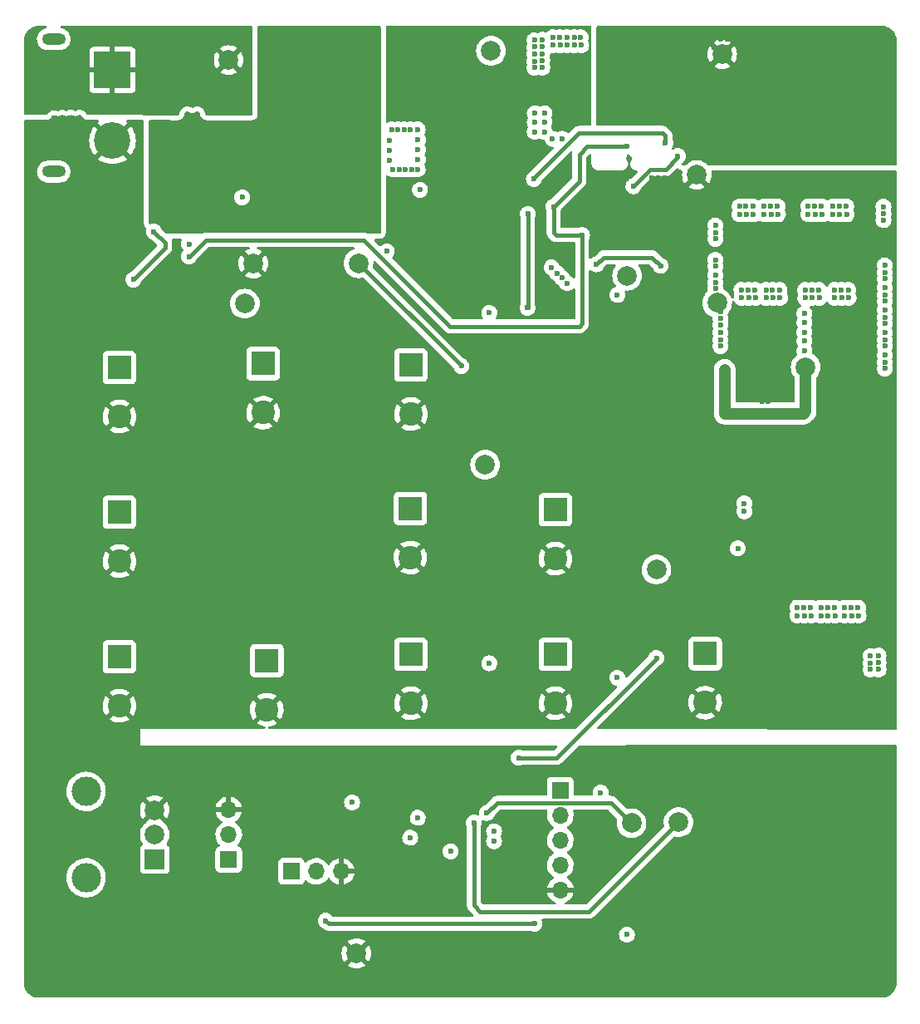
<source format=gbr>
%TF.GenerationSoftware,KiCad,Pcbnew,(6.0.0)*%
%TF.CreationDate,2022-09-13T16:11:23+02:00*%
%TF.ProjectId,IceCutterPCB,49636543-7574-4746-9572-5043422e6b69,rev?*%
%TF.SameCoordinates,Original*%
%TF.FileFunction,Copper,L4,Bot*%
%TF.FilePolarity,Positive*%
%FSLAX46Y46*%
G04 Gerber Fmt 4.6, Leading zero omitted, Abs format (unit mm)*
G04 Created by KiCad (PCBNEW (6.0.0)) date 2022-09-13 16:11:23*
%MOMM*%
%LPD*%
G01*
G04 APERTURE LIST*
%TA.AperFunction,ComponentPad*%
%ADD10R,2.400000X2.400000*%
%TD*%
%TA.AperFunction,ComponentPad*%
%ADD11C,2.400000*%
%TD*%
%TA.AperFunction,ComponentPad*%
%ADD12R,1.700000X1.700000*%
%TD*%
%TA.AperFunction,ComponentPad*%
%ADD13O,1.700000X1.700000*%
%TD*%
%TA.AperFunction,ComponentPad*%
%ADD14R,3.716000X3.716000*%
%TD*%
%TA.AperFunction,ComponentPad*%
%ADD15C,3.716000*%
%TD*%
%TA.AperFunction,ComponentPad*%
%ADD16O,2.400000X1.200000*%
%TD*%
%TA.AperFunction,ComponentPad*%
%ADD17C,3.000000*%
%TD*%
%TA.AperFunction,ComponentPad*%
%ADD18R,2.000000X2.000000*%
%TD*%
%TA.AperFunction,ComponentPad*%
%ADD19C,2.000000*%
%TD*%
%TA.AperFunction,SMDPad,CuDef*%
%ADD20C,2.000000*%
%TD*%
%TA.AperFunction,ViaPad*%
%ADD21C,0.600000*%
%TD*%
%TA.AperFunction,Conductor*%
%ADD22C,0.400000*%
%TD*%
%TA.AperFunction,Conductor*%
%ADD23C,1.200000*%
%TD*%
G04 APERTURE END LIST*
D10*
%TO.P,C17,1*%
%TO.N,/V_SS*%
X203962000Y-82042000D03*
D11*
%TO.P,C17,2*%
%TO.N,GND*%
X203962000Y-87042000D03*
%TD*%
D12*
%TO.P,J2,1,Pin_1*%
%TO.N,+3V3*%
X185395800Y-132423000D03*
D13*
%TO.P,J2,2,Pin_2*%
%TO.N,/pot*%
X185395800Y-129883000D03*
%TO.P,J2,3,Pin_3*%
%TO.N,GND*%
X185395800Y-127343000D03*
%TD*%
D10*
%TO.P,C20,1*%
%TO.N,/V_SS*%
X174244000Y-111760000D03*
D11*
%TO.P,C20,2*%
%TO.N,GND*%
X174244000Y-116760000D03*
%TD*%
D10*
%TO.P,C15,1*%
%TO.N,/V_SS*%
X188900000Y-81902272D03*
D11*
%TO.P,C15,2*%
%TO.N,GND*%
X188900000Y-86902272D03*
%TD*%
D12*
%TO.P,J5,1,Pin_1*%
%TO.N,/MCU_Out*%
X191787000Y-133631400D03*
D13*
%TO.P,J5,2,Pin_2*%
%TO.N,/MCU_In*%
X194327000Y-133631400D03*
%TO.P,J5,3,Pin_3*%
%TO.N,GND*%
X196867000Y-133631400D03*
%TD*%
D10*
%TO.P,C10,1*%
%TO.N,/V_SS*%
X203962000Y-111506000D03*
D11*
%TO.P,C10,2*%
%TO.N,GND*%
X203962000Y-116506000D03*
%TD*%
D10*
%TO.P,C21,1*%
%TO.N,/V_SS*%
X218694000Y-96774000D03*
D11*
%TO.P,C21,2*%
%TO.N,GND*%
X218694000Y-101774000D03*
%TD*%
D10*
%TO.P,C18,1*%
%TO.N,/V_SS*%
X233984800Y-111443472D03*
D11*
%TO.P,C18,2*%
%TO.N,GND*%
X233984800Y-116443472D03*
%TD*%
D12*
%TO.P,J4,1,Pin_1*%
%TO.N,+3V3*%
X219202000Y-125354000D03*
D13*
%TO.P,J4,2,Pin_2*%
%TO.N,/SWCLK*%
X219202000Y-127894000D03*
%TO.P,J4,3,Pin_3*%
%TO.N,/SWDIO*%
X219202000Y-130434000D03*
%TO.P,J4,4,Pin_4*%
%TO.N,/NRST*%
X219202000Y-132974000D03*
%TO.P,J4,5,Pin_5*%
%TO.N,GND*%
X219202000Y-135514000D03*
%TD*%
D14*
%TO.P,J1,1,+*%
%TO.N,VDC*%
X173545000Y-52000000D03*
D15*
%TO.P,J1,2,-*%
%TO.N,GND*%
X173545000Y-59200000D03*
D16*
%TO.P,J1,S1*%
%TO.N,N/C*%
X167545000Y-48850000D03*
%TO.P,J1,S2*%
X167545000Y-62350000D03*
%TD*%
D17*
%TO.P,RV1,*%
%TO.N,*%
X170852800Y-134283000D03*
X170852800Y-125483000D03*
D18*
%TO.P,RV1,1,1*%
%TO.N,+3V3*%
X177852800Y-132383000D03*
D19*
%TO.P,RV1,2,2*%
%TO.N,Net-(JP1-Pad2)*%
X177852800Y-129883000D03*
%TO.P,RV1,3,3*%
%TO.N,GND*%
X177852800Y-127383000D03*
%TD*%
D10*
%TO.P,C13,1*%
%TO.N,/V_SS*%
X189280800Y-112154672D03*
D11*
%TO.P,C13,2*%
%TO.N,GND*%
X189280800Y-117154672D03*
%TD*%
D10*
%TO.P,C14,1*%
%TO.N,/V_SS*%
X203911200Y-96660672D03*
D11*
%TO.P,C14,2*%
%TO.N,GND*%
X203911200Y-101660672D03*
%TD*%
D10*
%TO.P,C22,1*%
%TO.N,/V_SS*%
X174244000Y-82296000D03*
D11*
%TO.P,C22,2*%
%TO.N,GND*%
X174244000Y-87296000D03*
%TD*%
D10*
%TO.P,C16,1*%
%TO.N,/V_SS*%
X174244000Y-97028000D03*
D11*
%TO.P,C16,2*%
%TO.N,GND*%
X174244000Y-102028000D03*
%TD*%
D10*
%TO.P,C19,1*%
%TO.N,/V_SS*%
X218694000Y-111506000D03*
D11*
%TO.P,C19,2*%
%TO.N,GND*%
X218694000Y-116506000D03*
%TD*%
D20*
%TO.P,TP23,1,1*%
%TO.N,GND*%
X187900000Y-71700000D03*
%TD*%
%TO.P,TP17,1,1*%
%TO.N,/FET_GATE*%
X244220000Y-82261000D03*
%TD*%
%TO.P,TP26,1,1*%
%TO.N,+5V*%
X211531200Y-92202000D03*
%TD*%
%TO.P,TP28,1,1*%
%TO.N,/SDA*%
X226466400Y-128727200D03*
%TD*%
%TO.P,TP16,1,1*%
%TO.N,VDC*%
X185388400Y-50984800D03*
%TD*%
%TO.P,TP1,1,1*%
%TO.N,/SS_FET*%
X198628000Y-71678800D03*
%TD*%
%TO.P,TP31,1,1*%
%TO.N,/Wire_L*%
X235204000Y-75692000D03*
%TD*%
%TO.P,TP32,1,1*%
%TO.N,/SCL*%
X231252000Y-128615200D03*
%TD*%
%TO.P,TP22,1,1*%
%TO.N,/V_SS*%
X212140800Y-50038000D03*
%TD*%
%TO.P,TP15,1,1*%
%TO.N,GND*%
X198424800Y-141986000D03*
%TD*%
%TO.P,TP33,1,1*%
%TO.N,+3V3*%
X187045600Y-75793600D03*
%TD*%
%TO.P,TP27,1,1*%
%TO.N,/Wire_H*%
X235712000Y-50393600D03*
%TD*%
%TO.P,TP25,1,1*%
%TO.N,/VOUT_FAULT*%
X226009200Y-72948800D03*
%TD*%
%TO.P,TP18,1,1*%
%TO.N,GND*%
X233121200Y-62687200D03*
%TD*%
%TO.P,TP24,1,1*%
%TO.N,/Drive_FET*%
X229006400Y-102870000D03*
%TD*%
D21*
%TO.N,/V_SS*%
X219400000Y-59000000D03*
X218400000Y-59000000D03*
X217600000Y-58300000D03*
X216600000Y-58300000D03*
X217600000Y-57300000D03*
X216600000Y-57300000D03*
X216600000Y-56400000D03*
X217600000Y-56400000D03*
%TO.N,+3V3*%
X231190800Y-60756800D03*
X187045600Y-75895200D03*
X225992800Y-140072000D03*
X218897200Y-72694800D03*
X219913600Y-73711200D03*
X175678800Y-73342800D03*
X212458200Y-129544000D03*
X212458200Y-130556000D03*
X218313400Y-72111000D03*
X219380200Y-73177800D03*
X197977603Y-126605000D03*
X177758800Y-68453000D03*
X226662200Y-63838250D03*
%TO.N,GND*%
X229819200Y-97739200D03*
X198272400Y-121920000D03*
X242062000Y-89697000D03*
X201980800Y-124256800D03*
X241046000Y-103530400D03*
X170199200Y-58909600D03*
X250190000Y-88427000D03*
X247650000Y-88427000D03*
X231554320Y-85646200D03*
X229819200Y-94132400D03*
X252100000Y-88400000D03*
X196850000Y-121107200D03*
X169310200Y-56877600D03*
X252100000Y-85600000D03*
X168421200Y-59925600D03*
X231535120Y-80746599D03*
X233121200Y-63042800D03*
X253000000Y-85600000D03*
X247904000Y-85090000D03*
X229006400Y-93370400D03*
X246227600Y-89712800D03*
X195326000Y-136525000D03*
X191417300Y-127652500D03*
X168421200Y-60687600D03*
X229209600Y-64566800D03*
X248916601Y-87791999D03*
X233129120Y-84300000D03*
X170199200Y-57893600D03*
X239522000Y-89697000D03*
X237134400Y-89814400D03*
X233375200Y-102768400D03*
X229819200Y-99212400D03*
X249547119Y-87791999D03*
X237794800Y-89001600D03*
X229006400Y-94183200D03*
X250190000Y-87792000D03*
X247650000Y-89697000D03*
X187040600Y-142463600D03*
X252100000Y-86500000D03*
X229819200Y-91948000D03*
X228498400Y-64566800D03*
X239369600Y-102768400D03*
X229006400Y-99923600D03*
X194716400Y-121920000D03*
X231535120Y-79349599D03*
X232613200Y-103581200D03*
X240411000Y-85725000D03*
X239369600Y-103581200D03*
X230911400Y-80746600D03*
X170199200Y-56877600D03*
X248916601Y-88422517D03*
X242468400Y-102717600D03*
X232486200Y-79400400D03*
X229006400Y-94894400D03*
X253000000Y-86500000D03*
X199796400Y-122529600D03*
X231952800Y-103581200D03*
X238709200Y-103581200D03*
X201930000Y-121716800D03*
X246938800Y-89712800D03*
X229819200Y-93370400D03*
X201930000Y-123444000D03*
X239522000Y-89062000D03*
X229006400Y-96367600D03*
X231546400Y-78587600D03*
X169310200Y-58909600D03*
X200507600Y-122529600D03*
X230911400Y-79349600D03*
X249555000Y-89697000D03*
X241706400Y-103530400D03*
X242112800Y-95910400D03*
X239776000Y-85090000D03*
X229870000Y-63754000D03*
X229209600Y-62992000D03*
X237185200Y-102768400D03*
X229006400Y-95554800D03*
X240411000Y-85090000D03*
X242519200Y-103530400D03*
X230911400Y-78587600D03*
X253000000Y-89300000D03*
X240157000Y-89062000D03*
X248920000Y-89062000D03*
X240792000Y-89062000D03*
X231543040Y-83614199D03*
X169310200Y-57893600D03*
X232494120Y-84300000D03*
X231241600Y-103581200D03*
X187900000Y-71700000D03*
X232486200Y-78003400D03*
X250190000Y-89697000D03*
X250825000Y-89062000D03*
X169310200Y-60687600D03*
X232486200Y-78638400D03*
X194665600Y-121107200D03*
X208788000Y-135128000D03*
X250825000Y-87792000D03*
X167608400Y-59951000D03*
X248527720Y-84454999D03*
X234797600Y-102768400D03*
X196088000Y-121107200D03*
X231546400Y-79984600D03*
X237947200Y-102768400D03*
X168421200Y-57893600D03*
X240399720Y-84454999D03*
X247904000Y-84455000D03*
X201168000Y-122529600D03*
X240157000Y-89697000D03*
X195376800Y-121107200D03*
X229006400Y-98552000D03*
X250825000Y-89697000D03*
X229819200Y-97028000D03*
X195427600Y-121920000D03*
X247904000Y-85725000D03*
X235762800Y-102768400D03*
X229006400Y-92710000D03*
X248920000Y-89697000D03*
X231554320Y-82852200D03*
X223100000Y-89800000D03*
X200456800Y-123444000D03*
X232494120Y-85062000D03*
X240792000Y-89697000D03*
X248285000Y-88427000D03*
X230919320Y-85011200D03*
X240995200Y-102717600D03*
X252100000Y-84700000D03*
X200456800Y-121716800D03*
X250820517Y-88422517D03*
X225501200Y-138988800D03*
X247650000Y-89062000D03*
X252100000Y-87500000D03*
X248273720Y-87791999D03*
X248539000Y-85090000D03*
X243890800Y-103530400D03*
X233117840Y-83664999D03*
X231190800Y-102768400D03*
X252100000Y-89300000D03*
X216408000Y-60198000D03*
X235813600Y-103581200D03*
X204021000Y-71365800D03*
X232486200Y-80797400D03*
X216274800Y-83954000D03*
X216408000Y-60960000D03*
X199796400Y-124256800D03*
X231902000Y-102768400D03*
X201168000Y-123444000D03*
X231543040Y-85011199D03*
X229819200Y-95554800D03*
X229819200Y-94843600D03*
X232613200Y-102768400D03*
X242697000Y-89697000D03*
X232486200Y-80035400D03*
X230919320Y-83614200D03*
X237845600Y-89814400D03*
X232494120Y-82268000D03*
X198272400Y-121107200D03*
X245313200Y-99402900D03*
X170199200Y-59925600D03*
X196900800Y-121920000D03*
X237998000Y-103581200D03*
X228498400Y-62992000D03*
X233121200Y-80035400D03*
X246888000Y-88900000D03*
X234086400Y-102768400D03*
X239776000Y-84455000D03*
X240334800Y-103530400D03*
X229006400Y-97739200D03*
X199745600Y-121716800D03*
X167608400Y-60713000D03*
X231546400Y-81381600D03*
X229920800Y-62992000D03*
X232486200Y-81432400D03*
X229819200Y-99923600D03*
X243179600Y-102717600D03*
X243230400Y-103530400D03*
X232494120Y-85697000D03*
X238506000Y-89001600D03*
X233426000Y-103581200D03*
X237185200Y-103581200D03*
X229006400Y-91998800D03*
X237134400Y-89001600D03*
X231543040Y-82217199D03*
X248539000Y-85725000D03*
X236524800Y-103581200D03*
X233121200Y-78638400D03*
X249555000Y-89062000D03*
X229819200Y-92659200D03*
X242697000Y-89062000D03*
X241427000Y-89062000D03*
X201980800Y-122529600D03*
X233070400Y-96215200D03*
X198501000Y-141986000D03*
X236474000Y-102768400D03*
X168421200Y-56877600D03*
X220237200Y-85376400D03*
X230919320Y-82217200D03*
X231554320Y-84249200D03*
X233109920Y-78003399D03*
X167608400Y-57919000D03*
X229006400Y-97078800D03*
X238658400Y-102768400D03*
X200507600Y-124256800D03*
X233109920Y-80797399D03*
X239776000Y-85725000D03*
X233117840Y-82267999D03*
X233129120Y-85697000D03*
X230911400Y-79984600D03*
X231535120Y-77952599D03*
X247650000Y-87792000D03*
X229819200Y-96316800D03*
X167608400Y-58935000D03*
X170199200Y-60687600D03*
X234797600Y-103581200D03*
X246176800Y-88900000D03*
X230911400Y-77952600D03*
X230919320Y-85646200D03*
X233121200Y-81432400D03*
X240284000Y-102717600D03*
X229006400Y-99263200D03*
X253000000Y-87500000D03*
X241427000Y-89697000D03*
X241706400Y-102717600D03*
X232494120Y-82903000D03*
X250190000Y-89062000D03*
X199745600Y-123444000D03*
X169310200Y-59925600D03*
X230911400Y-81381600D03*
X249559482Y-88422517D03*
X173482000Y-68326000D03*
X197612000Y-121920000D03*
X233117840Y-85061999D03*
X230919320Y-84249200D03*
X242062000Y-89062000D03*
X216300000Y-89600000D03*
X197561200Y-121107200D03*
X233109920Y-79400399D03*
X229920800Y-64566800D03*
X201168000Y-121716800D03*
X201168000Y-124256800D03*
X234137200Y-103581200D03*
X230919320Y-82852200D03*
X229819200Y-98501200D03*
X204927200Y-66344800D03*
X248285000Y-89697000D03*
X233129120Y-82903000D03*
X243890800Y-102717600D03*
X232494120Y-83665000D03*
X168421200Y-58909600D03*
X226212400Y-61010800D03*
X167608400Y-56903000D03*
X230300000Y-138600000D03*
X229158800Y-63754000D03*
X238556800Y-89814400D03*
X196088000Y-121920000D03*
X253000000Y-84700000D03*
X228498400Y-63754000D03*
X248285000Y-89062000D03*
X253000000Y-88400000D03*
%TO.N,Net-(C3-Pad1)*%
X181172000Y-57284000D03*
X189200000Y-48200000D03*
X182188000Y-58046000D03*
X179500000Y-58038000D03*
X183684000Y-58800000D03*
X181172000Y-58808000D03*
X188484000Y-65400000D03*
X184700000Y-58038000D03*
X194380000Y-65005600D03*
X183500000Y-65900000D03*
X191840000Y-65005600D03*
X193110000Y-65818400D03*
X182188000Y-57284000D03*
X190216000Y-48200000D03*
X192904000Y-48208000D03*
X184700000Y-58800000D03*
X182188000Y-56522000D03*
X179316000Y-65900000D03*
X179500000Y-58800000D03*
X194380000Y-65818400D03*
X198384000Y-48438000D03*
X199400000Y-48438000D03*
X183684000Y-58038000D03*
X182004000Y-65908000D03*
X200400000Y-58000000D03*
X181172000Y-58046000D03*
X194380000Y-66555000D03*
X199400000Y-50028800D03*
X191840000Y-66605800D03*
X184516000Y-65900000D03*
X181172000Y-56522000D03*
X199400000Y-49200000D03*
X195416000Y-48200000D03*
X193110000Y-66555000D03*
X188484000Y-66300000D03*
X198384000Y-50028800D03*
X178484000Y-58800000D03*
X178484000Y-58038000D03*
X197000000Y-48400000D03*
X198384000Y-49200000D03*
X182188000Y-58808000D03*
X197000000Y-49416000D03*
X191888000Y-48208000D03*
X191840000Y-65818400D03*
X194400000Y-48200000D03*
X180988000Y-65908000D03*
X199384000Y-58000000D03*
X189500000Y-65400000D03*
X193110000Y-65005600D03*
X189500000Y-66300000D03*
X178300000Y-65900000D03*
%TO.N,/SS_FET*%
X209112000Y-82162800D03*
X204673200Y-128168400D03*
X198628000Y-71678800D03*
%TO.N,/V_SS*%
X248202600Y-107576000D03*
X217373200Y-51765200D03*
X203905000Y-58046000D03*
X204700000Y-61100000D03*
X221335600Y-49479200D03*
X249625000Y-107576000D03*
X201800000Y-59200000D03*
X204667000Y-58046000D03*
X204900000Y-64200000D03*
X220624400Y-48666400D03*
X203397000Y-62110000D03*
X246500800Y-107576000D03*
X220624400Y-49479200D03*
X245789600Y-106763200D03*
X217373200Y-49631600D03*
X229432000Y-71939800D03*
X246450000Y-106763200D03*
X201517400Y-70466600D03*
X219913200Y-49479200D03*
X244748200Y-106763200D03*
X244087800Y-107576000D03*
X244799000Y-107576000D03*
X216560400Y-50393600D03*
X221284800Y-48666400D03*
X201800000Y-61200000D03*
X201800000Y-60200000D03*
X202635000Y-58046000D03*
X204032000Y-62110000D03*
X217373200Y-48920400D03*
X248202600Y-106763200D03*
X251657000Y-111640000D03*
X216560400Y-49631600D03*
X217373200Y-51054000D03*
X250844200Y-111690800D03*
X237306000Y-100718000D03*
X251657000Y-113062400D03*
X248863000Y-106763200D03*
X250844200Y-113062400D03*
X217373200Y-50342800D03*
X202127000Y-62110000D03*
X249574200Y-106763200D03*
X245789600Y-107576000D03*
X216560400Y-48971200D03*
X247161200Y-106763200D03*
X250844200Y-112402000D03*
X218490800Y-49479200D03*
X251657000Y-112351200D03*
X222904200Y-71787400D03*
X219202000Y-49479200D03*
X244037000Y-106763200D03*
X203270000Y-58046000D03*
X218490800Y-48666400D03*
X243376600Y-107576000D03*
X216560400Y-51765200D03*
X219151200Y-48666400D03*
X204700000Y-60100000D03*
X237972600Y-96951800D03*
X202000000Y-58046000D03*
X247212000Y-107576000D03*
X204700000Y-59100000D03*
X204667000Y-62110000D03*
X248913800Y-107576000D03*
X216560400Y-51104800D03*
X202762000Y-62110000D03*
X212191600Y-50241200D03*
X243376600Y-106763200D03*
X237972600Y-96139000D03*
X219862400Y-48666400D03*
%TO.N,VDC*%
X168624400Y-51559600D03*
X176142800Y-56014000D03*
X185270800Y-49003600D03*
X176142800Y-55014000D03*
X166795600Y-51559600D03*
X183270800Y-48003600D03*
X166800000Y-54700000D03*
X176244400Y-52982000D03*
X180410000Y-48952800D03*
X166795600Y-52559600D03*
X172536000Y-55963200D03*
X177038000Y-56007000D03*
X176158800Y-49156000D03*
X183270800Y-49003600D03*
X168624400Y-52559600D03*
X177054000Y-51149000D03*
X185270800Y-48003600D03*
X177038000Y-55007000D03*
X176244400Y-53982000D03*
X167733600Y-53707000D03*
X167729200Y-52566600D03*
X174364800Y-54963200D03*
X184270800Y-48003600D03*
X168628800Y-53700000D03*
X178410000Y-48952800D03*
X172536000Y-54963200D03*
X185947200Y-50832400D03*
X177038000Y-54007000D03*
X171640800Y-54970200D03*
X176260400Y-50124000D03*
X168628800Y-54700000D03*
X166800000Y-53700000D03*
X167733600Y-54707000D03*
X178410000Y-47952800D03*
X165904800Y-53707000D03*
X179410000Y-48952800D03*
X176260400Y-52124000D03*
X174364800Y-55963200D03*
X165900400Y-52566600D03*
X173469600Y-55970200D03*
X177054000Y-52149000D03*
X176260400Y-51124000D03*
X186760000Y-64954800D03*
X167729200Y-51566600D03*
X171640800Y-55970200D03*
X173469600Y-54970200D03*
X177054000Y-49149000D03*
X180410000Y-47952800D03*
X177038000Y-53007000D03*
X177054000Y-50149000D03*
X165900400Y-51566600D03*
X184270800Y-49003600D03*
X179410000Y-47952800D03*
X165904800Y-54707000D03*
%TO.N,/NRST*%
X195296400Y-138663600D03*
X216579600Y-138945000D03*
%TO.N,/VOUT_FAULT*%
X203900000Y-130200000D03*
X226138500Y-72870300D03*
%TO.N,/FET_GATE*%
X235966000Y-86995000D03*
X244195600Y-82905600D03*
X235966000Y-85090000D03*
X235966000Y-82550000D03*
X244195600Y-84810600D03*
X235966000Y-86360000D03*
X244195600Y-83540600D03*
X235966000Y-84455000D03*
X244195600Y-86080600D03*
X244195600Y-85445600D03*
X244195600Y-84175600D03*
X235966000Y-85725000D03*
X244195600Y-82270600D03*
X235966000Y-83820000D03*
X244195600Y-86715600D03*
X235966000Y-83185000D03*
%TO.N,/Wire_L*%
X252292000Y-79458200D03*
X245611200Y-75200000D03*
X248400000Y-66700000D03*
X244100000Y-77700000D03*
X237477600Y-65887200D03*
X238138000Y-65887200D03*
X240688800Y-66700000D03*
X240188800Y-74387200D03*
X235528000Y-75572000D03*
X235020000Y-71990600D03*
X247188800Y-75200000D03*
X252292000Y-72600200D03*
X238849200Y-65887200D03*
X248349200Y-65887200D03*
X235020000Y-67825000D03*
X247638000Y-65887200D03*
X241349200Y-65887200D03*
X238900000Y-66700000D03*
X252292000Y-82404600D03*
X237688800Y-74387200D03*
X247900000Y-75200000D03*
X235020000Y-74276600D03*
X246977600Y-65887200D03*
X239060400Y-74387200D03*
X244900000Y-75200000D03*
X241611200Y-75200000D03*
X252292000Y-76461000D03*
X252292000Y-73260600D03*
X252292000Y-77832600D03*
X252292000Y-71889000D03*
X252292000Y-80118600D03*
X244100000Y-79600000D03*
X248560400Y-74387200D03*
X244477600Y-65887200D03*
X235020000Y-69196600D03*
X240188800Y-75200000D03*
X238349200Y-74387200D03*
X237688800Y-75200000D03*
X244100000Y-80600000D03*
X244477600Y-66700000D03*
X248611200Y-75200000D03*
X252292000Y-81744200D03*
X241400000Y-66700000D03*
X244100000Y-76800000D03*
X240849200Y-74387200D03*
X252292000Y-74175000D03*
X235528000Y-77959600D03*
X235020000Y-73616200D03*
X252165000Y-65920000D03*
X245849200Y-65887200D03*
X252292000Y-77172200D03*
X238188800Y-66700000D03*
X247188800Y-74387200D03*
X244849200Y-74387200D03*
X238400000Y-75200000D03*
X240900000Y-75200000D03*
X237477600Y-66700000D03*
X244188800Y-75200000D03*
X235528000Y-80118600D03*
X235020000Y-68536200D03*
X235528000Y-78747000D03*
X244188800Y-74387200D03*
X252165000Y-66631200D03*
X235020000Y-71330200D03*
X252292000Y-75546600D03*
X235528000Y-77299200D03*
X252292000Y-78747000D03*
X245188800Y-66700000D03*
X252292000Y-74886200D03*
X239977600Y-66700000D03*
X239977600Y-65887200D03*
X241560400Y-74387200D03*
X247688800Y-66700000D03*
X240638000Y-65887200D03*
X252165000Y-67291600D03*
X247849200Y-74387200D03*
X235528000Y-76588000D03*
X245900000Y-66700000D03*
X239111200Y-75200000D03*
X235528000Y-79458200D03*
X252292000Y-81033000D03*
X245138000Y-65887200D03*
X235020000Y-72905000D03*
X244100000Y-78700000D03*
X246977600Y-66700000D03*
X245560400Y-74387200D03*
%TO.N,/SDA*%
X229920800Y-59436000D03*
X211956800Y-112427400D03*
X211956800Y-76743200D03*
X181356000Y-69723000D03*
X215900000Y-66649600D03*
X216509600Y-63093600D03*
X223326000Y-125600000D03*
X215868400Y-76232400D03*
X211728600Y-127678000D03*
X226441000Y-128701800D03*
%TO.N,/SCL*%
X221431000Y-68815600D03*
X181356000Y-70993000D03*
X225012400Y-74912400D03*
X226009200Y-59791600D03*
X218510000Y-65920000D03*
X210400000Y-128653000D03*
X231252000Y-128615200D03*
X225012400Y-113900600D03*
%TO.N,/Wire_H*%
X230327200Y-49631600D03*
X236290000Y-55506000D03*
X235528000Y-52915200D03*
X231038400Y-49631600D03*
X239439600Y-48351200D03*
X235712000Y-50393600D03*
X234867600Y-53728000D03*
X227380800Y-49631600D03*
X230276400Y-48818800D03*
X247415200Y-48351200D03*
X236239200Y-52915200D03*
X232835600Y-59824000D03*
X238977600Y-57700000D03*
X240811200Y-48351200D03*
X225907600Y-49631600D03*
X226568000Y-48818800D03*
X240349200Y-56887200D03*
X242386000Y-48351200D03*
X249188800Y-57700000D03*
X242188800Y-57700000D03*
X234867600Y-57487200D03*
X243148000Y-49164000D03*
X246704000Y-48351200D03*
X235578800Y-49664000D03*
X242849200Y-56887200D03*
X232835600Y-59011200D03*
X241725600Y-48351200D03*
X233222800Y-48818800D03*
X235528000Y-57487200D03*
X246754800Y-49164000D03*
X240100000Y-48351200D03*
X248477600Y-57700000D03*
X246043600Y-48351200D03*
X249138000Y-56887200D03*
X247466000Y-49164000D03*
X246043600Y-49164000D03*
X228041200Y-48818800D03*
X243097200Y-48351200D03*
X240150800Y-49164000D03*
X231851200Y-48818800D03*
X234207200Y-59011200D03*
X228092000Y-49631600D03*
X249900000Y-57700000D03*
X245977600Y-56887200D03*
X235578800Y-58300000D03*
X238977600Y-56887200D03*
X232562400Y-49631600D03*
X234867600Y-54693200D03*
X239439600Y-49164000D03*
X232511600Y-48818800D03*
X246688800Y-57700000D03*
X233546800Y-59824000D03*
X249849200Y-48387200D03*
X226618800Y-49631600D03*
X227380800Y-48818800D03*
X236290000Y-49664000D03*
X242900000Y-57700000D03*
X240400000Y-57700000D03*
X230987600Y-48818800D03*
X229616000Y-49631600D03*
X235578800Y-55506000D03*
X236290000Y-53728000D03*
X241725600Y-49164000D03*
X234867600Y-48851200D03*
X247400000Y-57700000D03*
X236239200Y-54693200D03*
X228752400Y-48818800D03*
X234258000Y-59824000D03*
X240862000Y-49164000D03*
X234867600Y-52915200D03*
X231851200Y-49631600D03*
X234867600Y-55506000D03*
X236239200Y-57487200D03*
X245977600Y-57700000D03*
X235528000Y-54693200D03*
X239638000Y-56887200D03*
X249138000Y-48387200D03*
X225196400Y-49631600D03*
X249188800Y-49200000D03*
X247349200Y-56887200D03*
X225196400Y-48818800D03*
X234867600Y-49664000D03*
X233273600Y-49631600D03*
X248477600Y-49200000D03*
X242436800Y-49164000D03*
X249849200Y-56887200D03*
X229616000Y-48818800D03*
X236290000Y-58300000D03*
X225856800Y-48818800D03*
X248477600Y-56887200D03*
X235528000Y-48851200D03*
X234867600Y-58300000D03*
X241477600Y-56887200D03*
X249900000Y-49200000D03*
X239688800Y-57700000D03*
X236239200Y-48851200D03*
X235578800Y-53728000D03*
X241477600Y-57700000D03*
X233496000Y-59011200D03*
X242138000Y-56887200D03*
X248477600Y-48387200D03*
X246638000Y-56887200D03*
X228803200Y-49631600D03*
%TO.N,/Drive_FET*%
X208020000Y-131578000D03*
X229006400Y-102870000D03*
X214957850Y-122054000D03*
X229006400Y-111887800D03*
%TD*%
D22*
%TO.N,/SDA*%
X229920800Y-58687200D02*
X229920800Y-59341400D01*
X221107000Y-58401600D02*
X229635200Y-58401600D01*
X229635200Y-58401600D02*
X229920800Y-58687200D01*
X216509600Y-62999000D02*
X221107000Y-58401600D01*
%TO.N,+3V3*%
X226662200Y-63838250D02*
X228390450Y-62110000D01*
X178886000Y-70135600D02*
X178886000Y-69580200D01*
X229990000Y-62110000D02*
X231190800Y-60909200D01*
X231190800Y-60909200D02*
X231190800Y-60756800D01*
X175678800Y-73342800D02*
X178886000Y-70135600D01*
X228390450Y-62110000D02*
X229990000Y-62110000D01*
X178886000Y-69580200D02*
X177758800Y-68453000D01*
%TO.N,/SS_FET*%
X209112000Y-82162800D02*
X198628000Y-71678800D01*
%TO.N,/V_SS*%
X222904200Y-71787400D02*
X223615400Y-71076200D01*
X228568400Y-71076200D02*
X229432000Y-71939800D01*
X223615400Y-71076200D02*
X228568400Y-71076200D01*
%TO.N,/NRST*%
X195296400Y-138663600D02*
X195577800Y-138945000D01*
X195577800Y-138945000D02*
X216579600Y-138945000D01*
D23*
%TO.N,/FET_GATE*%
X244017800Y-86995000D02*
X244195600Y-86817200D01*
X244195600Y-86817200D02*
X244195600Y-82270600D01*
X235966000Y-86995000D02*
X244017800Y-86995000D01*
X235966000Y-82550000D02*
X235966000Y-86995000D01*
D22*
%TO.N,/SDA*%
X212762600Y-126644000D02*
X224383200Y-126644000D01*
X226441000Y-128701800D02*
X226466400Y-128727200D01*
X215900000Y-76200800D02*
X215900000Y-66649600D01*
X215868400Y-76232400D02*
X215900000Y-76200800D01*
X224383200Y-126644000D02*
X226441000Y-128701800D01*
X211728600Y-127678000D02*
X212762600Y-126644000D01*
%TO.N,/SCL*%
X221151600Y-78112000D02*
X221431000Y-77832600D01*
X210400000Y-128653000D02*
X210396700Y-128656300D01*
X222141400Y-137725800D02*
X231252000Y-128615200D01*
X199168225Y-69298200D02*
X207982025Y-78112000D01*
X221431000Y-68815600D02*
X218764000Y-68815600D01*
X207982025Y-78112000D02*
X221151600Y-78112000D01*
X183050800Y-69298200D02*
X199168225Y-69298200D01*
X221132400Y-60605200D02*
X221946000Y-59791600D01*
X221132400Y-63297600D02*
X221132400Y-60605200D01*
X218510000Y-68561600D02*
X218510000Y-65920000D01*
X181356000Y-70993000D02*
X183050800Y-69298200D01*
X218764000Y-68815600D02*
X218510000Y-68561600D01*
X221431000Y-77832600D02*
X221431000Y-68815600D01*
X211025800Y-137725800D02*
X222141400Y-137725800D01*
X210396700Y-128656300D02*
X210396700Y-137096700D01*
X218510000Y-65920000D02*
X221132400Y-63297600D01*
X210396700Y-137096700D02*
X211025800Y-137725800D01*
X221946000Y-59791600D02*
X226009200Y-59791600D01*
%TO.N,/Drive_FET*%
X218840200Y-122054000D02*
X229006400Y-111887800D01*
X214957850Y-122054000D02*
X218840200Y-122054000D01*
%TD*%
%TA.AperFunction,Conductor*%
%TO.N,VDC*%
G36*
X166775619Y-47528002D02*
G01*
X166822112Y-47581658D01*
X166832216Y-47651932D01*
X166802722Y-47716512D01*
X166742996Y-47754896D01*
X166737318Y-47756273D01*
X166734434Y-47756548D01*
X166531466Y-47816092D01*
X166526139Y-47818836D01*
X166526138Y-47818836D01*
X166348751Y-47910196D01*
X166348748Y-47910198D01*
X166343420Y-47912942D01*
X166177080Y-48043604D01*
X166173148Y-48048135D01*
X166173145Y-48048138D01*
X166104474Y-48127275D01*
X166038448Y-48203363D01*
X166035448Y-48208549D01*
X166035445Y-48208553D01*
X165988312Y-48290026D01*
X165932527Y-48386454D01*
X165863139Y-48586271D01*
X165832787Y-48795604D01*
X165842567Y-49006899D01*
X165892125Y-49212534D01*
X165894607Y-49217992D01*
X165894608Y-49217996D01*
X165938053Y-49313546D01*
X165979674Y-49405087D01*
X166102054Y-49577611D01*
X166254850Y-49723881D01*
X166432548Y-49838620D01*
X166438114Y-49840863D01*
X166623168Y-49915442D01*
X166623171Y-49915443D01*
X166628737Y-49917686D01*
X166836337Y-49958228D01*
X166841899Y-49958500D01*
X168197846Y-49958500D01*
X168355566Y-49943452D01*
X168558534Y-49883908D01*
X168642111Y-49840863D01*
X168741249Y-49789804D01*
X168741252Y-49789802D01*
X168746580Y-49787058D01*
X168912920Y-49656396D01*
X168916852Y-49651865D01*
X168916855Y-49651862D01*
X169047621Y-49501167D01*
X169051552Y-49496637D01*
X169054552Y-49491451D01*
X169054555Y-49491447D01*
X169154467Y-49318742D01*
X169157473Y-49313546D01*
X169226861Y-49113729D01*
X169238062Y-49036477D01*
X169256352Y-48910336D01*
X169256352Y-48910333D01*
X169257213Y-48904396D01*
X169247433Y-48693101D01*
X169197875Y-48487466D01*
X169154525Y-48392122D01*
X169112806Y-48300368D01*
X169110326Y-48294913D01*
X168987946Y-48122389D01*
X168835150Y-47976119D01*
X168657452Y-47861380D01*
X168585404Y-47832344D01*
X168466832Y-47784558D01*
X168466829Y-47784557D01*
X168461263Y-47782314D01*
X168337964Y-47758235D01*
X168335040Y-47757664D01*
X168272016Y-47724976D01*
X168236669Y-47663404D01*
X168240222Y-47592496D01*
X168281546Y-47534766D01*
X168347522Y-47508541D01*
X168359190Y-47508000D01*
X187694317Y-47508000D01*
X187762438Y-47528002D01*
X187808931Y-47581658D01*
X187820317Y-47634027D01*
X187820304Y-47690278D01*
X187818338Y-56394687D01*
X187818318Y-56482237D01*
X187798301Y-56550354D01*
X187744634Y-56596834D01*
X187692091Y-56608209D01*
X183122787Y-56599948D01*
X183054705Y-56579824D01*
X183008309Y-56526084D01*
X182997802Y-56487995D01*
X182982182Y-56348743D01*
X182981397Y-56341745D01*
X182979080Y-56335091D01*
X182924064Y-56177106D01*
X182924062Y-56177103D01*
X182921745Y-56170448D01*
X182906673Y-56146327D01*
X182829359Y-56022598D01*
X182825626Y-56016624D01*
X182811941Y-56002843D01*
X182702778Y-55892915D01*
X182702774Y-55892912D01*
X182697815Y-55887918D01*
X182686697Y-55880862D01*
X182628288Y-55843795D01*
X182544666Y-55790727D01*
X182515463Y-55780328D01*
X182380425Y-55732243D01*
X182380420Y-55732242D01*
X182373790Y-55729881D01*
X182366802Y-55729048D01*
X182366799Y-55729047D01*
X182243698Y-55714368D01*
X182193680Y-55708404D01*
X182186677Y-55709140D01*
X182186676Y-55709140D01*
X182020288Y-55726628D01*
X182020286Y-55726629D01*
X182013288Y-55727364D01*
X181841579Y-55785818D01*
X181745822Y-55844729D01*
X181677323Y-55863386D01*
X181612288Y-55843795D01*
X181590142Y-55829741D01*
X181528666Y-55790727D01*
X181499463Y-55780328D01*
X181364425Y-55732243D01*
X181364420Y-55732242D01*
X181357790Y-55729881D01*
X181350802Y-55729048D01*
X181350799Y-55729047D01*
X181227698Y-55714368D01*
X181177680Y-55708404D01*
X181170677Y-55709140D01*
X181170676Y-55709140D01*
X181004288Y-55726628D01*
X181004286Y-55726629D01*
X180997288Y-55727364D01*
X180825579Y-55785818D01*
X180819575Y-55789512D01*
X180677095Y-55877166D01*
X180677092Y-55877168D01*
X180671088Y-55880862D01*
X180666053Y-55885793D01*
X180666050Y-55885795D01*
X180546525Y-56002843D01*
X180541493Y-56007771D01*
X180443235Y-56160238D01*
X180440826Y-56166858D01*
X180440824Y-56166861D01*
X180404451Y-56266795D01*
X180381197Y-56330685D01*
X180380314Y-56337673D01*
X180380314Y-56337674D01*
X180361762Y-56484524D01*
X180333380Y-56549600D01*
X180274320Y-56589001D01*
X180236531Y-56594731D01*
X173022947Y-56581690D01*
X171035083Y-56578096D01*
X170966999Y-56557971D01*
X170928457Y-56518866D01*
X170905569Y-56482237D01*
X170836826Y-56372224D01*
X170831864Y-56367227D01*
X170713978Y-56248515D01*
X170713974Y-56248512D01*
X170709015Y-56243518D01*
X170555866Y-56146327D01*
X170526663Y-56135928D01*
X170391625Y-56087843D01*
X170391620Y-56087842D01*
X170384990Y-56085481D01*
X170378002Y-56084648D01*
X170377999Y-56084647D01*
X170254898Y-56069968D01*
X170204880Y-56064004D01*
X170197877Y-56064740D01*
X170197876Y-56064740D01*
X170031488Y-56082228D01*
X170031486Y-56082229D01*
X170024488Y-56082964D01*
X169852779Y-56141418D01*
X169821509Y-56160656D01*
X169753010Y-56179314D01*
X169687974Y-56159723D01*
X169666866Y-56146327D01*
X169637663Y-56135928D01*
X169502625Y-56087843D01*
X169502620Y-56087842D01*
X169495990Y-56085481D01*
X169489002Y-56084648D01*
X169488999Y-56084647D01*
X169365898Y-56069968D01*
X169315880Y-56064004D01*
X169308877Y-56064740D01*
X169308876Y-56064740D01*
X169142488Y-56082228D01*
X169142486Y-56082229D01*
X169135488Y-56082964D01*
X168963779Y-56141418D01*
X168932509Y-56160656D01*
X168864010Y-56179314D01*
X168798974Y-56159723D01*
X168777866Y-56146327D01*
X168748663Y-56135928D01*
X168613625Y-56087843D01*
X168613620Y-56087842D01*
X168606990Y-56085481D01*
X168600002Y-56084648D01*
X168599999Y-56084647D01*
X168476898Y-56069968D01*
X168426880Y-56064004D01*
X168419877Y-56064740D01*
X168419876Y-56064740D01*
X168253488Y-56082228D01*
X168253486Y-56082229D01*
X168246488Y-56082964D01*
X168166932Y-56110047D01*
X168081449Y-56139147D01*
X168081446Y-56139148D01*
X168074779Y-56141418D01*
X168068778Y-56145110D01*
X168068774Y-56145112D01*
X168054768Y-56153728D01*
X167986267Y-56172386D01*
X167946480Y-56165109D01*
X167800825Y-56113243D01*
X167800820Y-56113242D01*
X167794190Y-56110881D01*
X167787202Y-56110048D01*
X167787199Y-56110047D01*
X167664098Y-56095368D01*
X167614080Y-56089404D01*
X167607077Y-56090140D01*
X167607076Y-56090140D01*
X167440688Y-56107628D01*
X167440686Y-56107629D01*
X167433688Y-56108364D01*
X167261979Y-56166818D01*
X167204938Y-56201910D01*
X167113495Y-56258166D01*
X167113492Y-56258168D01*
X167107488Y-56261862D01*
X167102453Y-56266793D01*
X167102450Y-56266795D01*
X167043967Y-56324066D01*
X166977893Y-56388771D01*
X166898037Y-56512684D01*
X166844325Y-56559106D01*
X166791904Y-56570425D01*
X165693231Y-56568439D01*
X164633772Y-56566523D01*
X164565688Y-56546398D01*
X164519292Y-56492658D01*
X164508000Y-56440523D01*
X164508000Y-53902669D01*
X171179001Y-53902669D01*
X171179371Y-53909490D01*
X171184895Y-53960352D01*
X171188521Y-53975604D01*
X171233676Y-54096054D01*
X171242214Y-54111649D01*
X171318715Y-54213724D01*
X171331276Y-54226285D01*
X171433351Y-54302786D01*
X171448946Y-54311324D01*
X171569394Y-54356478D01*
X171584649Y-54360105D01*
X171635514Y-54365631D01*
X171642328Y-54366000D01*
X173272885Y-54366000D01*
X173288124Y-54361525D01*
X173289329Y-54360135D01*
X173291000Y-54352452D01*
X173291000Y-54347884D01*
X173799000Y-54347884D01*
X173803475Y-54363123D01*
X173804865Y-54364328D01*
X173812548Y-54365999D01*
X175447669Y-54365999D01*
X175454490Y-54365629D01*
X175505352Y-54360105D01*
X175520604Y-54356479D01*
X175641054Y-54311324D01*
X175656649Y-54302786D01*
X175758724Y-54226285D01*
X175771285Y-54213724D01*
X175847786Y-54111649D01*
X175856324Y-54096054D01*
X175901478Y-53975606D01*
X175905105Y-53960351D01*
X175910631Y-53909486D01*
X175911000Y-53902672D01*
X175911000Y-52272115D01*
X175906525Y-52256876D01*
X175905135Y-52255671D01*
X175897452Y-52254000D01*
X173817115Y-52254000D01*
X173801876Y-52258475D01*
X173800671Y-52259865D01*
X173799000Y-52267548D01*
X173799000Y-54347884D01*
X173291000Y-54347884D01*
X173291000Y-52272115D01*
X173286525Y-52256876D01*
X173285135Y-52255671D01*
X173277452Y-52254000D01*
X171197116Y-52254000D01*
X171181877Y-52258475D01*
X171180672Y-52259865D01*
X171179001Y-52267548D01*
X171179001Y-53902669D01*
X164508000Y-53902669D01*
X164508000Y-52217470D01*
X184520560Y-52217470D01*
X184526287Y-52225120D01*
X184697442Y-52330005D01*
X184706237Y-52334487D01*
X184916388Y-52421534D01*
X184925773Y-52424583D01*
X185146954Y-52477685D01*
X185156701Y-52479228D01*
X185383470Y-52497075D01*
X185393330Y-52497075D01*
X185620099Y-52479228D01*
X185629846Y-52477685D01*
X185851027Y-52424583D01*
X185860412Y-52421534D01*
X186070563Y-52334487D01*
X186079358Y-52330005D01*
X186246845Y-52227368D01*
X186256307Y-52216910D01*
X186252524Y-52208134D01*
X185401212Y-51356822D01*
X185387268Y-51349208D01*
X185385435Y-51349339D01*
X185378820Y-51353590D01*
X184527320Y-52205090D01*
X184520560Y-52217470D01*
X164508000Y-52217470D01*
X164508000Y-51727885D01*
X171179000Y-51727885D01*
X171183475Y-51743124D01*
X171184865Y-51744329D01*
X171192548Y-51746000D01*
X173272885Y-51746000D01*
X173288124Y-51741525D01*
X173289329Y-51740135D01*
X173291000Y-51732452D01*
X173291000Y-51727885D01*
X173799000Y-51727885D01*
X173803475Y-51743124D01*
X173804865Y-51744329D01*
X173812548Y-51746000D01*
X175892884Y-51746000D01*
X175908123Y-51741525D01*
X175909328Y-51740135D01*
X175910999Y-51732452D01*
X175910999Y-50989730D01*
X183876125Y-50989730D01*
X183893972Y-51216499D01*
X183895515Y-51226246D01*
X183948617Y-51447427D01*
X183951666Y-51456812D01*
X184038713Y-51666963D01*
X184043195Y-51675758D01*
X184145832Y-51843245D01*
X184156290Y-51852707D01*
X184165066Y-51848924D01*
X185016378Y-50997612D01*
X185022756Y-50985932D01*
X185752808Y-50985932D01*
X185752939Y-50987765D01*
X185757190Y-50994380D01*
X186608690Y-51845880D01*
X186621070Y-51852640D01*
X186628720Y-51846913D01*
X186733605Y-51675758D01*
X186738087Y-51666963D01*
X186825134Y-51456812D01*
X186828183Y-51447427D01*
X186881285Y-51226246D01*
X186882828Y-51216499D01*
X186900675Y-50989730D01*
X186900675Y-50979870D01*
X186882828Y-50753101D01*
X186881285Y-50743354D01*
X186828183Y-50522173D01*
X186825134Y-50512788D01*
X186738087Y-50302637D01*
X186733605Y-50293842D01*
X186630968Y-50126355D01*
X186620510Y-50116893D01*
X186611734Y-50120676D01*
X185760422Y-50971988D01*
X185752808Y-50985932D01*
X185022756Y-50985932D01*
X185023992Y-50983668D01*
X185023861Y-50981835D01*
X185019610Y-50975220D01*
X184168110Y-50123720D01*
X184155730Y-50116960D01*
X184148080Y-50122687D01*
X184043195Y-50293842D01*
X184038713Y-50302637D01*
X183951666Y-50512788D01*
X183948617Y-50522173D01*
X183895515Y-50743354D01*
X183893972Y-50753101D01*
X183876125Y-50979870D01*
X183876125Y-50989730D01*
X175910999Y-50989730D01*
X175910999Y-50097331D01*
X175910629Y-50090510D01*
X175905105Y-50039648D01*
X175901479Y-50024396D01*
X175856324Y-49903946D01*
X175847786Y-49888351D01*
X175771285Y-49786276D01*
X175758724Y-49773715D01*
X175730670Y-49752690D01*
X184520493Y-49752690D01*
X184524276Y-49761466D01*
X185375588Y-50612778D01*
X185389532Y-50620392D01*
X185391365Y-50620261D01*
X185397980Y-50616010D01*
X186249480Y-49764510D01*
X186256240Y-49752130D01*
X186250513Y-49744480D01*
X186079358Y-49639595D01*
X186070563Y-49635113D01*
X185860412Y-49548066D01*
X185851027Y-49545017D01*
X185629846Y-49491915D01*
X185620099Y-49490372D01*
X185393330Y-49472525D01*
X185383470Y-49472525D01*
X185156701Y-49490372D01*
X185146954Y-49491915D01*
X184925773Y-49545017D01*
X184916388Y-49548066D01*
X184706237Y-49635113D01*
X184697442Y-49639595D01*
X184529955Y-49742232D01*
X184520493Y-49752690D01*
X175730670Y-49752690D01*
X175656649Y-49697214D01*
X175641054Y-49688676D01*
X175520606Y-49643522D01*
X175505351Y-49639895D01*
X175454486Y-49634369D01*
X175447672Y-49634000D01*
X173817115Y-49634000D01*
X173801876Y-49638475D01*
X173800671Y-49639865D01*
X173799000Y-49647548D01*
X173799000Y-51727885D01*
X173291000Y-51727885D01*
X173291000Y-49652116D01*
X173286525Y-49636877D01*
X173285135Y-49635672D01*
X173277452Y-49634001D01*
X171642331Y-49634001D01*
X171635510Y-49634371D01*
X171584648Y-49639895D01*
X171569396Y-49643521D01*
X171448946Y-49688676D01*
X171433351Y-49697214D01*
X171331276Y-49773715D01*
X171318715Y-49786276D01*
X171242214Y-49888351D01*
X171233676Y-49903946D01*
X171188522Y-50024394D01*
X171184895Y-50039649D01*
X171179369Y-50090514D01*
X171179000Y-50097328D01*
X171179000Y-51727885D01*
X164508000Y-51727885D01*
X164508000Y-49049328D01*
X164509500Y-49029943D01*
X164511805Y-49015141D01*
X164511805Y-49015139D01*
X164513186Y-49006270D01*
X164511195Y-48991041D01*
X164510452Y-48965713D01*
X164514838Y-48904396D01*
X164522543Y-48796657D01*
X164525101Y-48778863D01*
X164566520Y-48588462D01*
X164571586Y-48571212D01*
X164639682Y-48388642D01*
X164647149Y-48372290D01*
X164740531Y-48201271D01*
X164750248Y-48186152D01*
X164867023Y-48030158D01*
X164878796Y-48016572D01*
X165016572Y-47878796D01*
X165030158Y-47867023D01*
X165100446Y-47814406D01*
X165186152Y-47750248D01*
X165201266Y-47740534D01*
X165306980Y-47682810D01*
X165372290Y-47647149D01*
X165388642Y-47639682D01*
X165571212Y-47571586D01*
X165588460Y-47566521D01*
X165778863Y-47525101D01*
X165796658Y-47522543D01*
X165845557Y-47519046D01*
X165958631Y-47510959D01*
X165976533Y-47511703D01*
X165984858Y-47511805D01*
X165993730Y-47513186D01*
X166002632Y-47512022D01*
X166002635Y-47512022D01*
X166025251Y-47509064D01*
X166041589Y-47508000D01*
X166707498Y-47508000D01*
X166775619Y-47528002D01*
G37*
%TD.AperFunction*%
%TD*%
%TA.AperFunction,Conductor*%
%TO.N,Net-(C3-Pad1)*%
G36*
X200842121Y-47528002D02*
G01*
X200888614Y-47581658D01*
X200900000Y-47634000D01*
X200900000Y-68574000D01*
X200879998Y-68642121D01*
X200826342Y-68688614D01*
X200774000Y-68700000D01*
X199591631Y-68700000D01*
X199539033Y-68685311D01*
X199537944Y-68687724D01*
X199531698Y-68684904D01*
X199514060Y-68674843D01*
X199511700Y-68673578D01*
X199505486Y-68669210D01*
X199498407Y-68666450D01*
X199498405Y-68666449D01*
X199445950Y-68645998D01*
X199439881Y-68643447D01*
X199381652Y-68617155D01*
X199374185Y-68615771D01*
X199371630Y-68614970D01*
X199355377Y-68610341D01*
X199352797Y-68609678D01*
X199345716Y-68606918D01*
X199338185Y-68605927D01*
X199338183Y-68605926D01*
X199308564Y-68602027D01*
X199282364Y-68598578D01*
X199275866Y-68597548D01*
X199213039Y-68585904D01*
X199205459Y-68586341D01*
X199205458Y-68586341D01*
X199150833Y-68589491D01*
X199143579Y-68589700D01*
X183079712Y-68589700D01*
X183071142Y-68589408D01*
X183021024Y-68585991D01*
X183021020Y-68585991D01*
X183013448Y-68585475D01*
X183005971Y-68586780D01*
X183005970Y-68586780D01*
X182979492Y-68591401D01*
X182950497Y-68596462D01*
X182943979Y-68597423D01*
X182880558Y-68605098D01*
X182873457Y-68607781D01*
X182870848Y-68608422D01*
X182854538Y-68612885D01*
X182852002Y-68613650D01*
X182844516Y-68614957D01*
X182832386Y-68620282D01*
X182786005Y-68640642D01*
X182779901Y-68643133D01*
X182720144Y-68665713D01*
X182713881Y-68670017D01*
X182711515Y-68671254D01*
X182696694Y-68679504D01*
X182694445Y-68680834D01*
X182689195Y-68683139D01*
X182689194Y-68683139D01*
X182687492Y-68683886D01*
X182687382Y-68683635D01*
X182627568Y-68700000D01*
X179059961Y-68700000D01*
X178991840Y-68679998D01*
X178970866Y-68663095D01*
X178557473Y-68249702D01*
X178527577Y-68202045D01*
X178494861Y-68108099D01*
X178492545Y-68101448D01*
X178396426Y-67947624D01*
X178387635Y-67938771D01*
X178273578Y-67823915D01*
X178273574Y-67823912D01*
X178268615Y-67818918D01*
X178257497Y-67811862D01*
X178209338Y-67781300D01*
X178115466Y-67721727D01*
X178086263Y-67711328D01*
X177951225Y-67663243D01*
X177951220Y-67663242D01*
X177944590Y-67660881D01*
X177937602Y-67660048D01*
X177937599Y-67660047D01*
X177814498Y-67645368D01*
X177764480Y-67639404D01*
X177757477Y-67640140D01*
X177757476Y-67640140D01*
X177591088Y-67657628D01*
X177591086Y-67657629D01*
X177584088Y-67658364D01*
X177523332Y-67679047D01*
X177427005Y-67711839D01*
X177356073Y-67714857D01*
X177294769Y-67679047D01*
X177262557Y-67615778D01*
X177260400Y-67592561D01*
X177260400Y-64943440D01*
X185946463Y-64943440D01*
X185964163Y-65123960D01*
X186021418Y-65296073D01*
X186025065Y-65302095D01*
X186025066Y-65302097D01*
X186035978Y-65320114D01*
X186115380Y-65451224D01*
X186241382Y-65581702D01*
X186393159Y-65681022D01*
X186399763Y-65683478D01*
X186399765Y-65683479D01*
X186556558Y-65741790D01*
X186556560Y-65741790D01*
X186563168Y-65744248D01*
X186646995Y-65755433D01*
X186735980Y-65767307D01*
X186735984Y-65767307D01*
X186742961Y-65768238D01*
X186749972Y-65767600D01*
X186749976Y-65767600D01*
X186892459Y-65754632D01*
X186923600Y-65751798D01*
X186930302Y-65749620D01*
X186930304Y-65749620D01*
X187089409Y-65697924D01*
X187089412Y-65697923D01*
X187096108Y-65695747D01*
X187251912Y-65602869D01*
X187383266Y-65477782D01*
X187483643Y-65326702D01*
X187548055Y-65157138D01*
X187549035Y-65150166D01*
X187572748Y-64981439D01*
X187572748Y-64981436D01*
X187573299Y-64977517D01*
X187573616Y-64954800D01*
X187553397Y-64774545D01*
X187551080Y-64767891D01*
X187496064Y-64609906D01*
X187496062Y-64609903D01*
X187493745Y-64603248D01*
X187397626Y-64449424D01*
X187383941Y-64435643D01*
X187274778Y-64325715D01*
X187274774Y-64325712D01*
X187269815Y-64320718D01*
X187258697Y-64313662D01*
X187210538Y-64283100D01*
X187116666Y-64223527D01*
X187087463Y-64213128D01*
X186952425Y-64165043D01*
X186952420Y-64165042D01*
X186945790Y-64162681D01*
X186938802Y-64161848D01*
X186938799Y-64161847D01*
X186813204Y-64146871D01*
X186765680Y-64141204D01*
X186758677Y-64141940D01*
X186758676Y-64141940D01*
X186592288Y-64159428D01*
X186592286Y-64159429D01*
X186585288Y-64160164D01*
X186413579Y-64218618D01*
X186407575Y-64222312D01*
X186265095Y-64309966D01*
X186265092Y-64309968D01*
X186259088Y-64313662D01*
X186254053Y-64318593D01*
X186254050Y-64318595D01*
X186134525Y-64435643D01*
X186129493Y-64440571D01*
X186031235Y-64593038D01*
X186028826Y-64599658D01*
X186028824Y-64599661D01*
X185971606Y-64756866D01*
X185969197Y-64763485D01*
X185946463Y-64943440D01*
X177260400Y-64943440D01*
X177260400Y-64200000D01*
X177255081Y-64200000D01*
X177249904Y-64182369D01*
X177244800Y-64146871D01*
X177244800Y-57223551D01*
X177264802Y-57155430D01*
X177318458Y-57108937D01*
X177371027Y-57097551D01*
X178720391Y-57099991D01*
X180233220Y-57102726D01*
X180233229Y-57102726D01*
X180235613Y-57102730D01*
X180312689Y-57096990D01*
X180315061Y-57096630D01*
X180315064Y-57096630D01*
X180332091Y-57094048D01*
X180350478Y-57091260D01*
X180387658Y-57082687D01*
X180419041Y-57075452D01*
X180419043Y-57075451D01*
X180425767Y-57073901D01*
X180440258Y-57066981D01*
X180552184Y-57013531D01*
X180552191Y-57013527D01*
X180556245Y-57011591D01*
X180615305Y-56972190D01*
X180722944Y-56875643D01*
X180799021Y-56752683D01*
X180827403Y-56687607D01*
X180829417Y-56680288D01*
X180864562Y-56552535D01*
X180865756Y-56548195D01*
X180876278Y-56464907D01*
X180882883Y-56437606D01*
X180896277Y-56400809D01*
X180908764Y-56375653D01*
X180929978Y-56342734D01*
X180947732Y-56320965D01*
X180972882Y-56296336D01*
X180975709Y-56293568D01*
X180997833Y-56276282D01*
X181031203Y-56255753D01*
X181056611Y-56243798D01*
X181093681Y-56231179D01*
X181121114Y-56225147D01*
X181133528Y-56223842D01*
X181160059Y-56221054D01*
X181188146Y-56221251D01*
X181227029Y-56225888D01*
X181254375Y-56232302D01*
X181291263Y-56245437D01*
X181316515Y-56257754D01*
X181317941Y-56258659D01*
X181317946Y-56258662D01*
X181340092Y-56272716D01*
X181465763Y-56330205D01*
X181530798Y-56349796D01*
X181667326Y-56371288D01*
X181676070Y-56370206D01*
X181676073Y-56370206D01*
X181806348Y-56354085D01*
X181806351Y-56354084D01*
X181810823Y-56353531D01*
X181815170Y-56352347D01*
X181815175Y-56352346D01*
X181874980Y-56336057D01*
X181874985Y-56336055D01*
X181879322Y-56334874D01*
X181883443Y-56333089D01*
X181883449Y-56333087D01*
X181997515Y-56283682D01*
X182012010Y-56277404D01*
X182047197Y-56255757D01*
X182072612Y-56243798D01*
X182109676Y-56231180D01*
X182137113Y-56225147D01*
X182145516Y-56224264D01*
X182176059Y-56221054D01*
X182204146Y-56221251D01*
X182243029Y-56225888D01*
X182270376Y-56232302D01*
X182307258Y-56245435D01*
X182332504Y-56257748D01*
X182356079Y-56272709D01*
X182356088Y-56272714D01*
X182365570Y-56278731D01*
X182387467Y-56296336D01*
X182415053Y-56324116D01*
X182432499Y-56346128D01*
X182453252Y-56379339D01*
X182465391Y-56404676D01*
X182478266Y-56441651D01*
X182484489Y-56469038D01*
X182492968Y-56544623D01*
X182501898Y-56590945D01*
X182508093Y-56623083D01*
X182518600Y-56661172D01*
X182519436Y-56663476D01*
X182519439Y-56663487D01*
X182530352Y-56693580D01*
X182545835Y-56736278D01*
X182549600Y-56742160D01*
X182549602Y-56742164D01*
X182558788Y-56756514D01*
X182623787Y-56858058D01*
X182670183Y-56911798D01*
X182779290Y-57006685D01*
X182910707Y-57066988D01*
X182978789Y-57087112D01*
X182983239Y-57087760D01*
X183117423Y-57107300D01*
X183117429Y-57107300D01*
X183121869Y-57107947D01*
X185455083Y-57112165D01*
X187687790Y-57116202D01*
X187687792Y-57116202D01*
X187691173Y-57116208D01*
X187799578Y-57104707D01*
X187852121Y-57093332D01*
X187855320Y-57092269D01*
X187855329Y-57092267D01*
X187948060Y-57061467D01*
X187948062Y-57061466D01*
X187955553Y-57058978D01*
X188077210Y-56980835D01*
X188120376Y-56943450D01*
X188127476Y-56937301D01*
X188127479Y-56937298D01*
X188130877Y-56934355D01*
X188200307Y-56854266D01*
X188219694Y-56831903D01*
X188219695Y-56831901D01*
X188225598Y-56825092D01*
X188285692Y-56693580D01*
X188287448Y-56687607D01*
X188304438Y-56629789D01*
X188304439Y-56629786D01*
X188305709Y-56625463D01*
X188306491Y-56620038D01*
X188316856Y-56548058D01*
X188326318Y-56482353D01*
X188326338Y-56394803D01*
X188326338Y-56394802D01*
X188328304Y-47690395D01*
X188328317Y-47634144D01*
X188330010Y-47634144D01*
X188344895Y-47571511D01*
X188396048Y-47522278D01*
X188454308Y-47508000D01*
X200774000Y-47508000D01*
X200842121Y-47528002D01*
G37*
%TD.AperFunction*%
%TD*%
%TA.AperFunction,Conductor*%
%TO.N,/Wire_H*%
G36*
X251970056Y-47509500D02*
G01*
X251972284Y-47509847D01*
X251984859Y-47511805D01*
X251984861Y-47511805D01*
X251993730Y-47513186D01*
X252002632Y-47512022D01*
X252002634Y-47512022D01*
X252008959Y-47511195D01*
X252034282Y-47510452D01*
X252198126Y-47522170D01*
X252203343Y-47522543D01*
X252221137Y-47525101D01*
X252411540Y-47566521D01*
X252428788Y-47571586D01*
X252611358Y-47639682D01*
X252627710Y-47647149D01*
X252693020Y-47682810D01*
X252798734Y-47740534D01*
X252813848Y-47750248D01*
X252923516Y-47832344D01*
X252969842Y-47867023D01*
X252983428Y-47878796D01*
X253121204Y-48016572D01*
X253132977Y-48030158D01*
X253249752Y-48186152D01*
X253259469Y-48201271D01*
X253352851Y-48372290D01*
X253360318Y-48388642D01*
X253428414Y-48571212D01*
X253433480Y-48588462D01*
X253474899Y-48778863D01*
X253477457Y-48796658D01*
X253489041Y-48958629D01*
X253488297Y-48976533D01*
X253488195Y-48984858D01*
X253486814Y-48993730D01*
X253487978Y-49002632D01*
X253487978Y-49002635D01*
X253490936Y-49025251D01*
X253492000Y-49041589D01*
X253492000Y-61574000D01*
X253471998Y-61642121D01*
X253418342Y-61688614D01*
X253366000Y-61700000D01*
X234319946Y-61700000D01*
X234251825Y-61679998D01*
X234224141Y-61655836D01*
X234191169Y-61617231D01*
X234010616Y-61463024D01*
X234006408Y-61460445D01*
X234006402Y-61460441D01*
X233812383Y-61341546D01*
X233808163Y-61338960D01*
X233803593Y-61337067D01*
X233803589Y-61337065D01*
X233593367Y-61249989D01*
X233593365Y-61249988D01*
X233588794Y-61248095D01*
X233508591Y-61228840D01*
X233362724Y-61193820D01*
X233362718Y-61193819D01*
X233357911Y-61192665D01*
X233121200Y-61174035D01*
X232884489Y-61192665D01*
X232879682Y-61193819D01*
X232879676Y-61193820D01*
X232733809Y-61228840D01*
X232653606Y-61248095D01*
X232649035Y-61249988D01*
X232649033Y-61249989D01*
X232438811Y-61337065D01*
X232438807Y-61337067D01*
X232434237Y-61338960D01*
X232430017Y-61341546D01*
X232235998Y-61460441D01*
X232235992Y-61460445D01*
X232231784Y-61463024D01*
X232051231Y-61617231D01*
X232018262Y-61655833D01*
X231958816Y-61694639D01*
X231922454Y-61700000D01*
X231706160Y-61700000D01*
X231638039Y-61679998D01*
X231591546Y-61626342D01*
X231581442Y-61556068D01*
X231610936Y-61491488D01*
X231617065Y-61484905D01*
X231671320Y-61430650D01*
X231677585Y-61424796D01*
X231715460Y-61391755D01*
X231721185Y-61386761D01*
X231753398Y-61340925D01*
X231769588Y-61322138D01*
X231808960Y-61284646D01*
X231808967Y-61284638D01*
X231814066Y-61279782D01*
X231914443Y-61128702D01*
X231978855Y-60959138D01*
X232004099Y-60779517D01*
X232004416Y-60756800D01*
X231984197Y-60576545D01*
X231981880Y-60569891D01*
X231926864Y-60411906D01*
X231926862Y-60411903D01*
X231924545Y-60405248D01*
X231914467Y-60389119D01*
X231832159Y-60257398D01*
X231828426Y-60251424D01*
X231810128Y-60232998D01*
X231705578Y-60127715D01*
X231705574Y-60127712D01*
X231700615Y-60122718D01*
X231689497Y-60115662D01*
X231612439Y-60066760D01*
X231547466Y-60025527D01*
X231477238Y-60000520D01*
X231383225Y-59967043D01*
X231383220Y-59967042D01*
X231376590Y-59964681D01*
X231369602Y-59963848D01*
X231369599Y-59963847D01*
X231234352Y-59947720D01*
X231196480Y-59943204D01*
X231189477Y-59943940D01*
X231189476Y-59943940D01*
X231023088Y-59961428D01*
X231023086Y-59961429D01*
X231016088Y-59962164D01*
X230844379Y-60020618D01*
X230755302Y-60075419D01*
X230686804Y-60094077D01*
X230619090Y-60072739D01*
X230573661Y-60018179D01*
X230564941Y-59947720D01*
X230584334Y-59898374D01*
X230640542Y-59813773D01*
X230644443Y-59807902D01*
X230708855Y-59638338D01*
X230711665Y-59618344D01*
X230733548Y-59462639D01*
X230733548Y-59462636D01*
X230734099Y-59458717D01*
X230734416Y-59436000D01*
X230714197Y-59255745D01*
X230711880Y-59249091D01*
X230656864Y-59091106D01*
X230656862Y-59091103D01*
X230654545Y-59084448D01*
X230648444Y-59074684D01*
X230629300Y-59007918D01*
X230629300Y-58716112D01*
X230629592Y-58707542D01*
X230633009Y-58657424D01*
X230633009Y-58657420D01*
X230633525Y-58649848D01*
X230622539Y-58586903D01*
X230621577Y-58580382D01*
X230614815Y-58524504D01*
X230613902Y-58516958D01*
X230611216Y-58509850D01*
X230610579Y-58507256D01*
X230606118Y-58490950D01*
X230605348Y-58488399D01*
X230604042Y-58480916D01*
X230578361Y-58422412D01*
X230575869Y-58416305D01*
X230555973Y-58363652D01*
X230555973Y-58363651D01*
X230553287Y-58356544D01*
X230548984Y-58350283D01*
X230547747Y-58347917D01*
X230539520Y-58333137D01*
X230538169Y-58330852D01*
X230535115Y-58323895D01*
X230530495Y-58317875D01*
X230530492Y-58317869D01*
X230496221Y-58273209D01*
X230492341Y-58267868D01*
X230460461Y-58221480D01*
X230460456Y-58221475D01*
X230456157Y-58215219D01*
X230409629Y-58173764D01*
X230404354Y-58168784D01*
X230156650Y-57921080D01*
X230150796Y-57914815D01*
X230150401Y-57914362D01*
X230112761Y-57871215D01*
X230060480Y-57834471D01*
X230055186Y-57830539D01*
X230010893Y-57795809D01*
X230004918Y-57791124D01*
X229998002Y-57788001D01*
X229995716Y-57786617D01*
X229981035Y-57778243D01*
X229978675Y-57776978D01*
X229972461Y-57772610D01*
X229965382Y-57769850D01*
X229965380Y-57769849D01*
X229912925Y-57749398D01*
X229906856Y-57746847D01*
X229848627Y-57720555D01*
X229841160Y-57719171D01*
X229838605Y-57718370D01*
X229822352Y-57713741D01*
X229819772Y-57713078D01*
X229812691Y-57710318D01*
X229805160Y-57709327D01*
X229805158Y-57709326D01*
X229775539Y-57705427D01*
X229749339Y-57701978D01*
X229742841Y-57700948D01*
X229680014Y-57689304D01*
X229672434Y-57689741D01*
X229672433Y-57689741D01*
X229617808Y-57692891D01*
X229610554Y-57693100D01*
X223025936Y-57693100D01*
X222957815Y-57673098D01*
X222911322Y-57619442D01*
X222899936Y-57567102D01*
X222899845Y-51626270D01*
X234844160Y-51626270D01*
X234849887Y-51633920D01*
X235021042Y-51738805D01*
X235029837Y-51743287D01*
X235239988Y-51830334D01*
X235249373Y-51833383D01*
X235470554Y-51886485D01*
X235480301Y-51888028D01*
X235707070Y-51905875D01*
X235716930Y-51905875D01*
X235943699Y-51888028D01*
X235953446Y-51886485D01*
X236174627Y-51833383D01*
X236184012Y-51830334D01*
X236394163Y-51743287D01*
X236402958Y-51738805D01*
X236570445Y-51636168D01*
X236579907Y-51625710D01*
X236576124Y-51616934D01*
X235724812Y-50765622D01*
X235710868Y-50758008D01*
X235709035Y-50758139D01*
X235702420Y-50762390D01*
X234850920Y-51613890D01*
X234844160Y-51626270D01*
X222899845Y-51626270D01*
X222899826Y-50398530D01*
X234199725Y-50398530D01*
X234217572Y-50625299D01*
X234219115Y-50635046D01*
X234272217Y-50856227D01*
X234275266Y-50865612D01*
X234362313Y-51075763D01*
X234366795Y-51084558D01*
X234469432Y-51252045D01*
X234479890Y-51261507D01*
X234488666Y-51257724D01*
X235339978Y-50406412D01*
X235346356Y-50394732D01*
X236076408Y-50394732D01*
X236076539Y-50396565D01*
X236080790Y-50403180D01*
X236932290Y-51254680D01*
X236944670Y-51261440D01*
X236952320Y-51255713D01*
X237057205Y-51084558D01*
X237061687Y-51075763D01*
X237148734Y-50865612D01*
X237151783Y-50856227D01*
X237204885Y-50635046D01*
X237206428Y-50625299D01*
X237224275Y-50398530D01*
X237224275Y-50388670D01*
X237206428Y-50161901D01*
X237204885Y-50152154D01*
X237151783Y-49930973D01*
X237148734Y-49921588D01*
X237061687Y-49711437D01*
X237057205Y-49702642D01*
X236954568Y-49535155D01*
X236944110Y-49525693D01*
X236935334Y-49529476D01*
X236084022Y-50380788D01*
X236076408Y-50394732D01*
X235346356Y-50394732D01*
X235347592Y-50392468D01*
X235347461Y-50390635D01*
X235343210Y-50384020D01*
X234491710Y-49532520D01*
X234479330Y-49525760D01*
X234471680Y-49531487D01*
X234366795Y-49702642D01*
X234362313Y-49711437D01*
X234275266Y-49921588D01*
X234272217Y-49930973D01*
X234219115Y-50152154D01*
X234217572Y-50161901D01*
X234199725Y-50388670D01*
X234199725Y-50398530D01*
X222899826Y-50398530D01*
X222899807Y-49161490D01*
X234844093Y-49161490D01*
X234847876Y-49170266D01*
X235699188Y-50021578D01*
X235713132Y-50029192D01*
X235714965Y-50029061D01*
X235721580Y-50024810D01*
X236573080Y-49173310D01*
X236579840Y-49160930D01*
X236574113Y-49153280D01*
X236402958Y-49048395D01*
X236394163Y-49043913D01*
X236184012Y-48956866D01*
X236174627Y-48953817D01*
X235953446Y-48900715D01*
X235943699Y-48899172D01*
X235716930Y-48881325D01*
X235707070Y-48881325D01*
X235480301Y-48899172D01*
X235470554Y-48900715D01*
X235249373Y-48953817D01*
X235239988Y-48956866D01*
X235029837Y-49043913D01*
X235021042Y-49048395D01*
X234853555Y-49151032D01*
X234844093Y-49161490D01*
X222899807Y-49161490D01*
X222899783Y-47634002D01*
X222919784Y-47565881D01*
X222973439Y-47519387D01*
X223025783Y-47508000D01*
X251950672Y-47508000D01*
X251970056Y-47509500D01*
G37*
%TD.AperFunction*%
%TD*%
%TA.AperFunction,Conductor*%
%TO.N,GND*%
G36*
X170215347Y-56576851D02*
G01*
X170254229Y-56581488D01*
X170281574Y-56587902D01*
X170318459Y-56601036D01*
X170343707Y-56613350D01*
X170376774Y-56634335D01*
X170398665Y-56651936D01*
X170426253Y-56679717D01*
X170443702Y-56701732D01*
X170474759Y-56751434D01*
X170495812Y-56785127D01*
X170495821Y-56785140D01*
X170497647Y-56788062D01*
X170535382Y-56835856D01*
X170546648Y-56850125D01*
X170566652Y-56875462D01*
X170605194Y-56914567D01*
X170691582Y-56984831D01*
X170698824Y-56988154D01*
X170698827Y-56988156D01*
X170776826Y-57023947D01*
X170822998Y-57045134D01*
X170891082Y-57065259D01*
X170895523Y-57065906D01*
X170895529Y-57065907D01*
X171029720Y-57085448D01*
X171029724Y-57085448D01*
X171034165Y-57086095D01*
X172032157Y-57087899D01*
X172100240Y-57108024D01*
X172146636Y-57161764D01*
X172156613Y-57232056D01*
X172127003Y-57296583D01*
X172107811Y-57313489D01*
X172108278Y-57314098D01*
X172098488Y-57321609D01*
X172073391Y-57343619D01*
X172064996Y-57356854D01*
X172070831Y-57366621D01*
X173532188Y-58827978D01*
X173546132Y-58835592D01*
X173547965Y-58835461D01*
X173554580Y-58831210D01*
X175017416Y-57368374D01*
X175024930Y-57354613D01*
X175018472Y-57345253D01*
X174991518Y-57321615D01*
X174988571Y-57319354D01*
X174946698Y-57262020D01*
X174942469Y-57191150D01*
X174977227Y-57129243D01*
X175039937Y-57095956D01*
X175065493Y-57093384D01*
X176611126Y-57096178D01*
X176679210Y-57116303D01*
X176725606Y-57170043D01*
X176735214Y-57223551D01*
X176736800Y-57223551D01*
X176736800Y-64146871D01*
X176741971Y-64219169D01*
X176747075Y-64254667D01*
X176747552Y-64256859D01*
X176747554Y-64256871D01*
X176749520Y-64265906D01*
X176752400Y-64292690D01*
X176752400Y-67592561D01*
X176752467Y-67594003D01*
X176753959Y-67626190D01*
X176754578Y-67639555D01*
X176756735Y-67662772D01*
X176763256Y-67709384D01*
X176809853Y-67846262D01*
X176842065Y-67909531D01*
X176925337Y-68027736D01*
X176953424Y-68050056D01*
X176994311Y-68108094D01*
X176997330Y-68179026D01*
X176993437Y-68191789D01*
X176967997Y-68261685D01*
X176945263Y-68441640D01*
X176962963Y-68622160D01*
X177020218Y-68794273D01*
X177023865Y-68800295D01*
X177023866Y-68800297D01*
X177102979Y-68930928D01*
X177114180Y-68949424D01*
X177240182Y-69079902D01*
X177246078Y-69083760D01*
X177352189Y-69153197D01*
X177391959Y-69179222D01*
X177398563Y-69181678D01*
X177398565Y-69181679D01*
X177511239Y-69223582D01*
X177556414Y-69252584D01*
X178072635Y-69768805D01*
X178106661Y-69831117D01*
X178101596Y-69901932D01*
X178072635Y-69946995D01*
X175475363Y-72544267D01*
X175426874Y-72574450D01*
X175395773Y-72585037D01*
X175339594Y-72604162D01*
X175332379Y-72606618D01*
X175269909Y-72645050D01*
X175183895Y-72697966D01*
X175183892Y-72697968D01*
X175177888Y-72701662D01*
X175172853Y-72706593D01*
X175172850Y-72706595D01*
X175053325Y-72823643D01*
X175048293Y-72828571D01*
X174950035Y-72981038D01*
X174947626Y-72987658D01*
X174947624Y-72987661D01*
X174900219Y-73117905D01*
X174887997Y-73151485D01*
X174865263Y-73331440D01*
X174882963Y-73511960D01*
X174940218Y-73684073D01*
X174943865Y-73690095D01*
X174943866Y-73690097D01*
X175025637Y-73825117D01*
X175034180Y-73839224D01*
X175039069Y-73844287D01*
X175039070Y-73844288D01*
X175094028Y-73901198D01*
X175160182Y-73969702D01*
X175229425Y-74015013D01*
X175271133Y-74042306D01*
X175311959Y-74069022D01*
X175318563Y-74071478D01*
X175318565Y-74071479D01*
X175475358Y-74129790D01*
X175475360Y-74129790D01*
X175481968Y-74132248D01*
X175565795Y-74143433D01*
X175654780Y-74155307D01*
X175654784Y-74155307D01*
X175661761Y-74156238D01*
X175668772Y-74155600D01*
X175668776Y-74155600D01*
X175811259Y-74142632D01*
X175842400Y-74139798D01*
X175849102Y-74137620D01*
X175849104Y-74137620D01*
X176008209Y-74085924D01*
X176008212Y-74085923D01*
X176014908Y-74083747D01*
X176122663Y-74019512D01*
X176164660Y-73994477D01*
X176164662Y-73994476D01*
X176170712Y-73990869D01*
X176302066Y-73865782D01*
X176402443Y-73714702D01*
X176446833Y-73597846D01*
X176450172Y-73589056D01*
X176478865Y-73544705D01*
X177090900Y-72932670D01*
X187032160Y-72932670D01*
X187037887Y-72940320D01*
X187209042Y-73045205D01*
X187217837Y-73049687D01*
X187427988Y-73136734D01*
X187437373Y-73139783D01*
X187658554Y-73192885D01*
X187668301Y-73194428D01*
X187895070Y-73212275D01*
X187904930Y-73212275D01*
X188131699Y-73194428D01*
X188141446Y-73192885D01*
X188362627Y-73139783D01*
X188372012Y-73136734D01*
X188582163Y-73049687D01*
X188590958Y-73045205D01*
X188758445Y-72942568D01*
X188767907Y-72932110D01*
X188764124Y-72923334D01*
X187912812Y-72072022D01*
X187898868Y-72064408D01*
X187897035Y-72064539D01*
X187890420Y-72068790D01*
X187038920Y-72920290D01*
X187032160Y-72932670D01*
X177090900Y-72932670D01*
X179366520Y-70657050D01*
X179372785Y-70651196D01*
X179410660Y-70618155D01*
X179416385Y-70613161D01*
X179453114Y-70560900D01*
X179457046Y-70555605D01*
X179471994Y-70536541D01*
X179496477Y-70505318D01*
X179499602Y-70498396D01*
X179500964Y-70496148D01*
X179509371Y-70481409D01*
X179510622Y-70479077D01*
X179514990Y-70472861D01*
X179517749Y-70465785D01*
X179517751Y-70465781D01*
X179538200Y-70413331D01*
X179540749Y-70407266D01*
X179567045Y-70349027D01*
X179568429Y-70341562D01*
X179569226Y-70339018D01*
X179573859Y-70322752D01*
X179574521Y-70320172D01*
X179577282Y-70313091D01*
X179585622Y-70249743D01*
X179586653Y-70243229D01*
X179591066Y-70219424D01*
X179598296Y-70180413D01*
X179596579Y-70150632D01*
X179594709Y-70118193D01*
X179594500Y-70110941D01*
X179594500Y-69609127D01*
X179594792Y-69600558D01*
X179598210Y-69550425D01*
X179598210Y-69550421D01*
X179598726Y-69542848D01*
X179587736Y-69479881D01*
X179586775Y-69473365D01*
X179582611Y-69438957D01*
X179579102Y-69409958D01*
X179576419Y-69402857D01*
X179575778Y-69400248D01*
X179571319Y-69383952D01*
X179570550Y-69381404D01*
X179569243Y-69373917D01*
X179567226Y-69369321D01*
X179566691Y-69299428D01*
X179604616Y-69239410D01*
X179668969Y-69209423D01*
X179687855Y-69208000D01*
X180503062Y-69208000D01*
X180571183Y-69228002D01*
X180617676Y-69281658D01*
X180627780Y-69351932D01*
X180621463Y-69377094D01*
X180567607Y-69525063D01*
X180565197Y-69531685D01*
X180542463Y-69711640D01*
X180560163Y-69892160D01*
X180617418Y-70064273D01*
X180621065Y-70070295D01*
X180621066Y-70070297D01*
X180683163Y-70172831D01*
X180711380Y-70219424D01*
X180737502Y-70246474D01*
X180760042Y-70269815D01*
X180792974Y-70332712D01*
X180786674Y-70403428D01*
X180757565Y-70447364D01*
X180725493Y-70478771D01*
X180627235Y-70631238D01*
X180624826Y-70637858D01*
X180624824Y-70637861D01*
X180571042Y-70785625D01*
X180565197Y-70801685D01*
X180542463Y-70981640D01*
X180560163Y-71162160D01*
X180617418Y-71334273D01*
X180621065Y-71340295D01*
X180621066Y-71340297D01*
X180698588Y-71468301D01*
X180711380Y-71489424D01*
X180716269Y-71494487D01*
X180716270Y-71494488D01*
X180759368Y-71539117D01*
X180837382Y-71619902D01*
X180843278Y-71623760D01*
X180967319Y-71704930D01*
X180989159Y-71719222D01*
X180995763Y-71721678D01*
X180995765Y-71721679D01*
X181152558Y-71779990D01*
X181152560Y-71779990D01*
X181159168Y-71782448D01*
X181235747Y-71792666D01*
X181331980Y-71805507D01*
X181331984Y-71805507D01*
X181338961Y-71806438D01*
X181345972Y-71805800D01*
X181345976Y-71805800D01*
X181490285Y-71792666D01*
X181519600Y-71789998D01*
X181526302Y-71787820D01*
X181526304Y-71787820D01*
X181685409Y-71736124D01*
X181685412Y-71736123D01*
X181692108Y-71733947D01*
X181740784Y-71704930D01*
X186387725Y-71704930D01*
X186405572Y-71931699D01*
X186407115Y-71941446D01*
X186460217Y-72162627D01*
X186463266Y-72172012D01*
X186550313Y-72382163D01*
X186554795Y-72390958D01*
X186657432Y-72558445D01*
X186667890Y-72567907D01*
X186676666Y-72564124D01*
X187527978Y-71712812D01*
X187534356Y-71701132D01*
X188264408Y-71701132D01*
X188264539Y-71702965D01*
X188268790Y-71709580D01*
X189120290Y-72561080D01*
X189132670Y-72567840D01*
X189140320Y-72562113D01*
X189245205Y-72390958D01*
X189249687Y-72382163D01*
X189336734Y-72172012D01*
X189339783Y-72162627D01*
X189392885Y-71941446D01*
X189394428Y-71931699D01*
X189412275Y-71704930D01*
X189412275Y-71695070D01*
X189394428Y-71468301D01*
X189392885Y-71458554D01*
X189339783Y-71237373D01*
X189336734Y-71227988D01*
X189249687Y-71017837D01*
X189245205Y-71009042D01*
X189142568Y-70841555D01*
X189132110Y-70832093D01*
X189123334Y-70835876D01*
X188272022Y-71687188D01*
X188264408Y-71701132D01*
X187534356Y-71701132D01*
X187535592Y-71698868D01*
X187535461Y-71697035D01*
X187531210Y-71690420D01*
X186679710Y-70838920D01*
X186667330Y-70832160D01*
X186659680Y-70837887D01*
X186554795Y-71009042D01*
X186550313Y-71017837D01*
X186463266Y-71227988D01*
X186460217Y-71237373D01*
X186407115Y-71458554D01*
X186405572Y-71468301D01*
X186387725Y-71695070D01*
X186387725Y-71704930D01*
X181740784Y-71704930D01*
X181847912Y-71641069D01*
X181979266Y-71515982D01*
X182079643Y-71364902D01*
X182127372Y-71239256D01*
X182156065Y-71194905D01*
X183307366Y-70043605D01*
X183369678Y-70009579D01*
X183396461Y-70006700D01*
X187428776Y-70006700D01*
X187496897Y-70026702D01*
X187543390Y-70080358D01*
X187553494Y-70150632D01*
X187524000Y-70215212D01*
X187458190Y-70255219D01*
X187437373Y-70260217D01*
X187427988Y-70263266D01*
X187217837Y-70350313D01*
X187209042Y-70354795D01*
X187041555Y-70457432D01*
X187032093Y-70467890D01*
X187035876Y-70476666D01*
X187887188Y-71327978D01*
X187901132Y-71335592D01*
X187902965Y-71335461D01*
X187909580Y-71331210D01*
X188761080Y-70479710D01*
X188767840Y-70467330D01*
X188762113Y-70459680D01*
X188590958Y-70354795D01*
X188582163Y-70350313D01*
X188372012Y-70263266D01*
X188362627Y-70260217D01*
X188341810Y-70255219D01*
X188280241Y-70219867D01*
X188247558Y-70156840D01*
X188254139Y-70086149D01*
X188297893Y-70030238D01*
X188371224Y-70006700D01*
X198089460Y-70006700D01*
X198157581Y-70026702D01*
X198204074Y-70080358D01*
X198214178Y-70150632D01*
X198184684Y-70215212D01*
X198137678Y-70249109D01*
X197945611Y-70328665D01*
X197945607Y-70328667D01*
X197941037Y-70330560D01*
X197936817Y-70333146D01*
X197742798Y-70452041D01*
X197742792Y-70452045D01*
X197738584Y-70454624D01*
X197558031Y-70608831D01*
X197554823Y-70612587D01*
X197543955Y-70625312D01*
X197403824Y-70789384D01*
X197401245Y-70793592D01*
X197401241Y-70793598D01*
X197297730Y-70962512D01*
X197279760Y-70991837D01*
X197277867Y-70996407D01*
X197277865Y-70996411D01*
X197209696Y-71160987D01*
X197188895Y-71211206D01*
X197178401Y-71254918D01*
X197136505Y-71429427D01*
X197133465Y-71442089D01*
X197114835Y-71678800D01*
X197133465Y-71915511D01*
X197134619Y-71920318D01*
X197134620Y-71920324D01*
X197150547Y-71986662D01*
X197188895Y-72146394D01*
X197190788Y-72150965D01*
X197190789Y-72150967D01*
X197273190Y-72349901D01*
X197279760Y-72365763D01*
X197282346Y-72369983D01*
X197401241Y-72564002D01*
X197401245Y-72564008D01*
X197403824Y-72568216D01*
X197558031Y-72748769D01*
X197561787Y-72751977D01*
X197573933Y-72762351D01*
X197738584Y-72902976D01*
X197742792Y-72905555D01*
X197742798Y-72905559D01*
X197936817Y-73024454D01*
X197941037Y-73027040D01*
X197945607Y-73028933D01*
X197945611Y-73028935D01*
X198150785Y-73113920D01*
X198160406Y-73117905D01*
X198238835Y-73136734D01*
X198386476Y-73172180D01*
X198386482Y-73172181D01*
X198391289Y-73173335D01*
X198628000Y-73191965D01*
X198864711Y-73173335D01*
X198869518Y-73172181D01*
X198869524Y-73172180D01*
X198955723Y-73151485D01*
X199002420Y-73140274D01*
X199073327Y-73143821D01*
X199120928Y-73173698D01*
X208313532Y-82366302D01*
X208343994Y-82415624D01*
X208373418Y-82504073D01*
X208377065Y-82510095D01*
X208377066Y-82510097D01*
X208435715Y-82606938D01*
X208467380Y-82659224D01*
X208593382Y-82789702D01*
X208745159Y-82889022D01*
X208751763Y-82891478D01*
X208751765Y-82891479D01*
X208908558Y-82949790D01*
X208908560Y-82949790D01*
X208915168Y-82952248D01*
X208998995Y-82963433D01*
X209087980Y-82975307D01*
X209087984Y-82975307D01*
X209094961Y-82976238D01*
X209101972Y-82975600D01*
X209101976Y-82975600D01*
X209244459Y-82962632D01*
X209275600Y-82959798D01*
X209282302Y-82957620D01*
X209282304Y-82957620D01*
X209441409Y-82905924D01*
X209441412Y-82905923D01*
X209448108Y-82903747D01*
X209603912Y-82810869D01*
X209735266Y-82685782D01*
X209835643Y-82534702D01*
X209889380Y-82393240D01*
X209897555Y-82371720D01*
X209897556Y-82371718D01*
X209900055Y-82365138D01*
X209901035Y-82358166D01*
X209924748Y-82189439D01*
X209924748Y-82189436D01*
X209925299Y-82185517D01*
X209925616Y-82162800D01*
X209905397Y-81982545D01*
X209895149Y-81953117D01*
X209848064Y-81817906D01*
X209848062Y-81817903D01*
X209845745Y-81811248D01*
X209803849Y-81744200D01*
X209753359Y-81663398D01*
X209749626Y-81657424D01*
X209677382Y-81584674D01*
X209626778Y-81533715D01*
X209626774Y-81533712D01*
X209621815Y-81528718D01*
X209468666Y-81431527D01*
X209361908Y-81393512D01*
X209315078Y-81363908D01*
X200122898Y-72171728D01*
X200088872Y-72109416D01*
X200089474Y-72053219D01*
X200089971Y-72051151D01*
X200110100Y-71967306D01*
X200121380Y-71920324D01*
X200121381Y-71920318D01*
X200122535Y-71915511D01*
X200141165Y-71678800D01*
X200139944Y-71663289D01*
X200133306Y-71578939D01*
X200147902Y-71509458D01*
X200197745Y-71458899D01*
X200267009Y-71443313D01*
X200333705Y-71467648D01*
X200348013Y-71479958D01*
X203916405Y-75048351D01*
X207460582Y-78592528D01*
X207466436Y-78598793D01*
X207504464Y-78642385D01*
X207556754Y-78679136D01*
X207561996Y-78683028D01*
X207612307Y-78722476D01*
X207619226Y-78725600D01*
X207621518Y-78726988D01*
X207636190Y-78735357D01*
X207638550Y-78736622D01*
X207644764Y-78740990D01*
X207651843Y-78743750D01*
X207651845Y-78743751D01*
X207704300Y-78764202D01*
X207710369Y-78766753D01*
X207768598Y-78793045D01*
X207776071Y-78794430D01*
X207778637Y-78795234D01*
X207794860Y-78799855D01*
X207797452Y-78800520D01*
X207804534Y-78803282D01*
X207812069Y-78804274D01*
X207867886Y-78811622D01*
X207874402Y-78812654D01*
X207912795Y-78819770D01*
X207937211Y-78824295D01*
X207944791Y-78823858D01*
X207944792Y-78823858D01*
X207999405Y-78820709D01*
X208006658Y-78820500D01*
X221122688Y-78820500D01*
X221131258Y-78820792D01*
X221181376Y-78824209D01*
X221181380Y-78824209D01*
X221188952Y-78824725D01*
X221196429Y-78823420D01*
X221196430Y-78823420D01*
X221222908Y-78818799D01*
X221251903Y-78813738D01*
X221258421Y-78812777D01*
X221321842Y-78805102D01*
X221328943Y-78802419D01*
X221331552Y-78801778D01*
X221347862Y-78797315D01*
X221350398Y-78796550D01*
X221357884Y-78795243D01*
X221416400Y-78769556D01*
X221422504Y-78767065D01*
X221475148Y-78747173D01*
X221475149Y-78747172D01*
X221482256Y-78744487D01*
X221488519Y-78740183D01*
X221490885Y-78738946D01*
X221505697Y-78730701D01*
X221507951Y-78729368D01*
X221514905Y-78726315D01*
X221565602Y-78687413D01*
X221570932Y-78683541D01*
X221617320Y-78651661D01*
X221617325Y-78651656D01*
X221623581Y-78647357D01*
X221665035Y-78600830D01*
X221670016Y-78595554D01*
X221911535Y-78354036D01*
X221917800Y-78348183D01*
X221955664Y-78315152D01*
X221955665Y-78315151D01*
X221961385Y-78310161D01*
X221998136Y-78257871D01*
X222002028Y-78252629D01*
X222041476Y-78202318D01*
X222044600Y-78195399D01*
X222045988Y-78193107D01*
X222054357Y-78178435D01*
X222055622Y-78176075D01*
X222059990Y-78169861D01*
X222083203Y-78110323D01*
X222085759Y-78104242D01*
X222100362Y-78071902D01*
X222112045Y-78046027D01*
X222113430Y-78038554D01*
X222114234Y-78035988D01*
X222118855Y-78019765D01*
X222119520Y-78017173D01*
X222122282Y-78010091D01*
X222130622Y-77946739D01*
X222131654Y-77940223D01*
X222141911Y-77884881D01*
X222143295Y-77877414D01*
X222139709Y-77815220D01*
X222139500Y-77807967D01*
X222139500Y-72471338D01*
X222159502Y-72403217D01*
X222213158Y-72356724D01*
X222283432Y-72346620D01*
X222348012Y-72376114D01*
X222356137Y-72383811D01*
X222385582Y-72414302D01*
X222459667Y-72462782D01*
X222495176Y-72486018D01*
X222537359Y-72513622D01*
X222543963Y-72516078D01*
X222543965Y-72516079D01*
X222700758Y-72574390D01*
X222700760Y-72574390D01*
X222707368Y-72576848D01*
X222789965Y-72587869D01*
X222880180Y-72599907D01*
X222880184Y-72599907D01*
X222887161Y-72600838D01*
X222894172Y-72600200D01*
X222894176Y-72600200D01*
X223036659Y-72587232D01*
X223067800Y-72584398D01*
X223074502Y-72582220D01*
X223074504Y-72582220D01*
X223233609Y-72530524D01*
X223233612Y-72530523D01*
X223240308Y-72528347D01*
X223371775Y-72449977D01*
X223390060Y-72439077D01*
X223390062Y-72439076D01*
X223396112Y-72435469D01*
X223527466Y-72310382D01*
X223627843Y-72159302D01*
X223665799Y-72059384D01*
X223675572Y-72033656D01*
X223704265Y-71989305D01*
X223871965Y-71821605D01*
X223934277Y-71787579D01*
X223961060Y-71784700D01*
X224746311Y-71784700D01*
X224814432Y-71804702D01*
X224860925Y-71858358D01*
X224871029Y-71928632D01*
X224842122Y-71992531D01*
X224785024Y-72059384D01*
X224782445Y-72063592D01*
X224782441Y-72063598D01*
X224672364Y-72243227D01*
X224660960Y-72261837D01*
X224659067Y-72266407D01*
X224659065Y-72266411D01*
X224583030Y-72449977D01*
X224570095Y-72481206D01*
X224555087Y-72543718D01*
X224515871Y-72707066D01*
X224514665Y-72712089D01*
X224496035Y-72948800D01*
X224514665Y-73185511D01*
X224515819Y-73190318D01*
X224515820Y-73190324D01*
X224548020Y-73324446D01*
X224570095Y-73416394D01*
X224571988Y-73420965D01*
X224571989Y-73420967D01*
X224652857Y-73616200D01*
X224660960Y-73635763D01*
X224663546Y-73639983D01*
X224782441Y-73834002D01*
X224782445Y-73834008D01*
X224785024Y-73838216D01*
X224788231Y-73841970D01*
X224788239Y-73841982D01*
X224861225Y-73927437D01*
X224890256Y-73992226D01*
X224879651Y-74062426D01*
X224832776Y-74115749D01*
X224806020Y-74128545D01*
X224665979Y-74176218D01*
X224659975Y-74179912D01*
X224517495Y-74267566D01*
X224517492Y-74267568D01*
X224511488Y-74271262D01*
X224506453Y-74276193D01*
X224506450Y-74276195D01*
X224394310Y-74386011D01*
X224381893Y-74398171D01*
X224283635Y-74550638D01*
X224281226Y-74557258D01*
X224281224Y-74557261D01*
X224224560Y-74712944D01*
X224221597Y-74721085D01*
X224198863Y-74901040D01*
X224216563Y-75081560D01*
X224273818Y-75253673D01*
X224277465Y-75259695D01*
X224277466Y-75259697D01*
X224359630Y-75395366D01*
X224367780Y-75408824D01*
X224493782Y-75539302D01*
X224645559Y-75638622D01*
X224652163Y-75641078D01*
X224652165Y-75641079D01*
X224808958Y-75699390D01*
X224808960Y-75699390D01*
X224815568Y-75701848D01*
X224899395Y-75713033D01*
X224988380Y-75724907D01*
X224988384Y-75724907D01*
X224995361Y-75725838D01*
X225002372Y-75725200D01*
X225002376Y-75725200D01*
X225144859Y-75712232D01*
X225176000Y-75709398D01*
X225182702Y-75707220D01*
X225182704Y-75707220D01*
X225229547Y-75692000D01*
X233690835Y-75692000D01*
X233709465Y-75928711D01*
X233710619Y-75933518D01*
X233710620Y-75933524D01*
X233740779Y-76059144D01*
X233764895Y-76159594D01*
X233766788Y-76164165D01*
X233766789Y-76164167D01*
X233815118Y-76280843D01*
X233855760Y-76378963D01*
X233858346Y-76383183D01*
X233977241Y-76577202D01*
X233977245Y-76577208D01*
X233979824Y-76581416D01*
X234134031Y-76761969D01*
X234137787Y-76765177D01*
X234143246Y-76769839D01*
X234314584Y-76916176D01*
X234318792Y-76918755D01*
X234318798Y-76918759D01*
X234500387Y-77030037D01*
X234517037Y-77040240D01*
X234521607Y-77042133D01*
X234521611Y-77042135D01*
X234584611Y-77068230D01*
X234645531Y-77093464D01*
X234700811Y-77138011D01*
X234723232Y-77205374D01*
X234722318Y-77225661D01*
X234714463Y-77287840D01*
X234732163Y-77468360D01*
X234772846Y-77590655D01*
X234775369Y-77661605D01*
X234771691Y-77673514D01*
X234737197Y-77768285D01*
X234714463Y-77948240D01*
X234732163Y-78128760D01*
X234748688Y-78178435D01*
X234787194Y-78294189D01*
X234787196Y-78294193D01*
X234789418Y-78300873D01*
X234790923Y-78303357D01*
X234801100Y-78371964D01*
X234794706Y-78397682D01*
X234737197Y-78555685D01*
X234714463Y-78735640D01*
X234732163Y-78916160D01*
X234740881Y-78942366D01*
X234781675Y-79064996D01*
X234784198Y-79135947D01*
X234780520Y-79147857D01*
X234779497Y-79150668D01*
X234743908Y-79248448D01*
X234737197Y-79266885D01*
X234714463Y-79446840D01*
X234732163Y-79627360D01*
X234772846Y-79749655D01*
X234775369Y-79820605D01*
X234771691Y-79832514D01*
X234737197Y-79927285D01*
X234714463Y-80107240D01*
X234732163Y-80287760D01*
X234789418Y-80459873D01*
X234793065Y-80465895D01*
X234793066Y-80465897D01*
X234876681Y-80603962D01*
X234883380Y-80615024D01*
X234888269Y-80620087D01*
X234888270Y-80620088D01*
X234941753Y-80675471D01*
X235009382Y-80745502D01*
X235161159Y-80844822D01*
X235167763Y-80847278D01*
X235167765Y-80847279D01*
X235324558Y-80905590D01*
X235324560Y-80905590D01*
X235331168Y-80908048D01*
X235414995Y-80919233D01*
X235503980Y-80931107D01*
X235503984Y-80931107D01*
X235510961Y-80932038D01*
X235517972Y-80931400D01*
X235517976Y-80931400D01*
X235660459Y-80918432D01*
X235691600Y-80915598D01*
X235698302Y-80913420D01*
X235698304Y-80913420D01*
X235857409Y-80861724D01*
X235857412Y-80861723D01*
X235864108Y-80859547D01*
X236019912Y-80766669D01*
X236151266Y-80641582D01*
X236251643Y-80490502D01*
X236306462Y-80346191D01*
X236313555Y-80327520D01*
X236313556Y-80327518D01*
X236316055Y-80320938D01*
X236317035Y-80313966D01*
X236340748Y-80145239D01*
X236340748Y-80145236D01*
X236341299Y-80141317D01*
X236341616Y-80118600D01*
X236321397Y-79938345D01*
X236317546Y-79927285D01*
X236312149Y-79911789D01*
X236283451Y-79829379D01*
X236279937Y-79758471D01*
X236284650Y-79743210D01*
X236316055Y-79660538D01*
X236320819Y-79626639D01*
X236340748Y-79484839D01*
X236340748Y-79484836D01*
X236341299Y-79480917D01*
X236341616Y-79458200D01*
X236321397Y-79277945D01*
X236317546Y-79266885D01*
X236274222Y-79142477D01*
X236270708Y-79071568D01*
X236275425Y-79056296D01*
X236313555Y-78955920D01*
X236313556Y-78955918D01*
X236316055Y-78949338D01*
X236317035Y-78942366D01*
X236340748Y-78773639D01*
X236340748Y-78773636D01*
X236341299Y-78769717D01*
X236341616Y-78747000D01*
X236321397Y-78566745D01*
X236317546Y-78555685D01*
X236261745Y-78395448D01*
X236263817Y-78394727D01*
X236254118Y-78335034D01*
X236261354Y-78305939D01*
X236313555Y-78168521D01*
X236313556Y-78168516D01*
X236316055Y-78161938D01*
X236317035Y-78154966D01*
X236340748Y-77986239D01*
X236340748Y-77986236D01*
X236341299Y-77982317D01*
X236341616Y-77959600D01*
X236321397Y-77779345D01*
X236317546Y-77768285D01*
X236300298Y-77718757D01*
X236283451Y-77670379D01*
X236279937Y-77599471D01*
X236284650Y-77584210D01*
X236316055Y-77501538D01*
X236320718Y-77468360D01*
X236340748Y-77325839D01*
X236340748Y-77325836D01*
X236341299Y-77321917D01*
X236341452Y-77310938D01*
X236341561Y-77303162D01*
X236341561Y-77303157D01*
X236341616Y-77299200D01*
X236321397Y-77118945D01*
X236295939Y-77045838D01*
X236274222Y-76983477D01*
X236270708Y-76912568D01*
X236275425Y-76897296D01*
X236313555Y-76796920D01*
X236313556Y-76796918D01*
X236316055Y-76790338D01*
X236323234Y-76739262D01*
X236324006Y-76733766D01*
X236352967Y-76669475D01*
X236428176Y-76581416D01*
X236552240Y-76378963D01*
X236592883Y-76280843D01*
X236641211Y-76164167D01*
X236641212Y-76164165D01*
X236643105Y-76159594D01*
X236667221Y-76059144D01*
X236697380Y-75933524D01*
X236697381Y-75933518D01*
X236698535Y-75928711D01*
X236717165Y-75692000D01*
X236710065Y-75601789D01*
X236724661Y-75532309D01*
X236774503Y-75481750D01*
X236843768Y-75466163D01*
X236910464Y-75490498D01*
X236949082Y-75537857D01*
X236950218Y-75541273D01*
X236953865Y-75547295D01*
X236953866Y-75547297D01*
X237006838Y-75634764D01*
X237044180Y-75696424D01*
X237049069Y-75701487D01*
X237049070Y-75701488D01*
X237101249Y-75755520D01*
X237170182Y-75826902D01*
X237231067Y-75866744D01*
X237313646Y-75920782D01*
X237321959Y-75926222D01*
X237328563Y-75928678D01*
X237328565Y-75928679D01*
X237485358Y-75986990D01*
X237485360Y-75986990D01*
X237491968Y-75989448D01*
X237575795Y-76000633D01*
X237664780Y-76012507D01*
X237664784Y-76012507D01*
X237671761Y-76013438D01*
X237678772Y-76012800D01*
X237678776Y-76012800D01*
X237821259Y-75999832D01*
X237852400Y-75996998D01*
X237859100Y-75994821D01*
X237859105Y-75994820D01*
X238008714Y-75946209D01*
X238079682Y-75944182D01*
X238091557Y-75947940D01*
X238203168Y-75989448D01*
X238286995Y-76000633D01*
X238375980Y-76012507D01*
X238375984Y-76012507D01*
X238382961Y-76013438D01*
X238389972Y-76012800D01*
X238389976Y-76012800D01*
X238532459Y-75999832D01*
X238563600Y-75996998D01*
X238570300Y-75994821D01*
X238570305Y-75994820D01*
X238719914Y-75946209D01*
X238790882Y-75944182D01*
X238802757Y-75947940D01*
X238914368Y-75989448D01*
X238998195Y-76000633D01*
X239087180Y-76012507D01*
X239087184Y-76012507D01*
X239094161Y-76013438D01*
X239101172Y-76012800D01*
X239101176Y-76012800D01*
X239243659Y-75999832D01*
X239274800Y-75996998D01*
X239281502Y-75994820D01*
X239281504Y-75994820D01*
X239440609Y-75943124D01*
X239440612Y-75943123D01*
X239447308Y-75940947D01*
X239565252Y-75870638D01*
X239587508Y-75857371D01*
X239656262Y-75839671D01*
X239721018Y-75860168D01*
X239753072Y-75881144D01*
X239813646Y-75920782D01*
X239821959Y-75926222D01*
X239828563Y-75928678D01*
X239828565Y-75928679D01*
X239985358Y-75986990D01*
X239985360Y-75986990D01*
X239991968Y-75989448D01*
X240075795Y-76000633D01*
X240164780Y-76012507D01*
X240164784Y-76012507D01*
X240171761Y-76013438D01*
X240178772Y-76012800D01*
X240178776Y-76012800D01*
X240321259Y-75999832D01*
X240352400Y-75996998D01*
X240359100Y-75994821D01*
X240359105Y-75994820D01*
X240508714Y-75946209D01*
X240579682Y-75944182D01*
X240591557Y-75947940D01*
X240703168Y-75989448D01*
X240786995Y-76000633D01*
X240875980Y-76012507D01*
X240875984Y-76012507D01*
X240882961Y-76013438D01*
X240889972Y-76012800D01*
X240889976Y-76012800D01*
X241032459Y-75999832D01*
X241063600Y-75996998D01*
X241070300Y-75994821D01*
X241070305Y-75994820D01*
X241219914Y-75946209D01*
X241290882Y-75944182D01*
X241302757Y-75947940D01*
X241414368Y-75989448D01*
X241498195Y-76000633D01*
X241587180Y-76012507D01*
X241587184Y-76012507D01*
X241594161Y-76013438D01*
X241601172Y-76012800D01*
X241601176Y-76012800D01*
X241743659Y-75999832D01*
X241774800Y-75996998D01*
X241781502Y-75994820D01*
X241781504Y-75994820D01*
X241940609Y-75943124D01*
X241940612Y-75943123D01*
X241947308Y-75940947D01*
X242065252Y-75870638D01*
X242097060Y-75851677D01*
X242097062Y-75851676D01*
X242103112Y-75848069D01*
X242234466Y-75722982D01*
X242334843Y-75571902D01*
X242399255Y-75402338D01*
X242400664Y-75392311D01*
X242423948Y-75226639D01*
X242423948Y-75226636D01*
X242424499Y-75222717D01*
X242424816Y-75200000D01*
X242404597Y-75019745D01*
X242401068Y-75009611D01*
X242347264Y-74855106D01*
X242347262Y-74855103D01*
X242344945Y-74848448D01*
X242319104Y-74807094D01*
X242299970Y-74738726D01*
X242308172Y-74695583D01*
X242345955Y-74596120D01*
X242345956Y-74596118D01*
X242348455Y-74589538D01*
X242352052Y-74563947D01*
X242373148Y-74413839D01*
X242373148Y-74413836D01*
X242373699Y-74409917D01*
X242374016Y-74387200D01*
X242353797Y-74206945D01*
X242351480Y-74200291D01*
X242296464Y-74042306D01*
X242296462Y-74042303D01*
X242294145Y-74035648D01*
X242287765Y-74025438D01*
X242201759Y-73887798D01*
X242201757Y-73887795D01*
X242198026Y-73881824D01*
X242182096Y-73865782D01*
X242075178Y-73758115D01*
X242075174Y-73758112D01*
X242070215Y-73753118D01*
X242059097Y-73746062D01*
X241950886Y-73677390D01*
X241917066Y-73655927D01*
X241860439Y-73635763D01*
X241752825Y-73597443D01*
X241752820Y-73597442D01*
X241746190Y-73595081D01*
X241739202Y-73594248D01*
X241739199Y-73594247D01*
X241616098Y-73579568D01*
X241566080Y-73573604D01*
X241559077Y-73574340D01*
X241559076Y-73574340D01*
X241392688Y-73591828D01*
X241392686Y-73591829D01*
X241385688Y-73592564D01*
X241304619Y-73620162D01*
X241244320Y-73640689D01*
X241173388Y-73643707D01*
X241161449Y-73640110D01*
X241041628Y-73597444D01*
X241041622Y-73597443D01*
X241034990Y-73595081D01*
X241028002Y-73594248D01*
X241027999Y-73594247D01*
X240904898Y-73579568D01*
X240854880Y-73573604D01*
X240847877Y-73574340D01*
X240847876Y-73574340D01*
X240681488Y-73591828D01*
X240681486Y-73591829D01*
X240674488Y-73592564D01*
X240616625Y-73612262D01*
X240559090Y-73631848D01*
X240488157Y-73634866D01*
X240476218Y-73631269D01*
X240381225Y-73597443D01*
X240381220Y-73597442D01*
X240374590Y-73595081D01*
X240367602Y-73594248D01*
X240367599Y-73594247D01*
X240244498Y-73579568D01*
X240194480Y-73573604D01*
X240187477Y-73574340D01*
X240187476Y-73574340D01*
X240021088Y-73591828D01*
X240021086Y-73591829D01*
X240014088Y-73592564D01*
X239842379Y-73651018D01*
X239689550Y-73745040D01*
X239621051Y-73763698D01*
X239556017Y-73744108D01*
X239486182Y-73699789D01*
X239423020Y-73659705D01*
X239423017Y-73659703D01*
X239417066Y-73655927D01*
X239360439Y-73635763D01*
X239252825Y-73597443D01*
X239252820Y-73597442D01*
X239246190Y-73595081D01*
X239239202Y-73594248D01*
X239239199Y-73594247D01*
X239116098Y-73579568D01*
X239066080Y-73573604D01*
X239059077Y-73574340D01*
X239059076Y-73574340D01*
X238892688Y-73591828D01*
X238892686Y-73591829D01*
X238885688Y-73592564D01*
X238804619Y-73620162D01*
X238744320Y-73640689D01*
X238673388Y-73643707D01*
X238661449Y-73640110D01*
X238541628Y-73597444D01*
X238541622Y-73597443D01*
X238534990Y-73595081D01*
X238528002Y-73594248D01*
X238527999Y-73594247D01*
X238404898Y-73579568D01*
X238354880Y-73573604D01*
X238347877Y-73574340D01*
X238347876Y-73574340D01*
X238181488Y-73591828D01*
X238181486Y-73591829D01*
X238174488Y-73592564D01*
X238116625Y-73612262D01*
X238059090Y-73631848D01*
X237988157Y-73634866D01*
X237976218Y-73631269D01*
X237881225Y-73597443D01*
X237881220Y-73597442D01*
X237874590Y-73595081D01*
X237867602Y-73594248D01*
X237867599Y-73594247D01*
X237744498Y-73579568D01*
X237694480Y-73573604D01*
X237687477Y-73574340D01*
X237687476Y-73574340D01*
X237521088Y-73591828D01*
X237521086Y-73591829D01*
X237514088Y-73592564D01*
X237342379Y-73651018D01*
X237299512Y-73677390D01*
X237193895Y-73742366D01*
X237193892Y-73742368D01*
X237187888Y-73746062D01*
X237182853Y-73750993D01*
X237182850Y-73750995D01*
X237092754Y-73839224D01*
X237058293Y-73872971D01*
X236960035Y-74025438D01*
X236957626Y-74032058D01*
X236957624Y-74032061D01*
X236903811Y-74179912D01*
X236897997Y-74195885D01*
X236875263Y-74375840D01*
X236892963Y-74556360D01*
X236950218Y-74728473D01*
X236953865Y-74734496D01*
X236956768Y-74740778D01*
X236967183Y-74811006D01*
X236958900Y-74837825D01*
X236960035Y-74838238D01*
X236949259Y-74867846D01*
X236897997Y-75008685D01*
X236897114Y-75015675D01*
X236877103Y-75174074D01*
X236848721Y-75239151D01*
X236789661Y-75278552D01*
X236718675Y-75279769D01*
X236658300Y-75242414D01*
X236635688Y-75206500D01*
X236631365Y-75196062D01*
X236597679Y-75114738D01*
X236554135Y-75009611D01*
X236554133Y-75009607D01*
X236552240Y-75005037D01*
X236495472Y-74912400D01*
X236430759Y-74806798D01*
X236430755Y-74806792D01*
X236428176Y-74802584D01*
X236273969Y-74622031D01*
X236093416Y-74467824D01*
X236089208Y-74465245D01*
X236089202Y-74465241D01*
X235890963Y-74343760D01*
X235892091Y-74341920D01*
X235847025Y-74299371D01*
X235830619Y-74249881D01*
X235817009Y-74128545D01*
X235813397Y-74096345D01*
X235809546Y-74085285D01*
X235795794Y-74045796D01*
X235775451Y-73987379D01*
X235771937Y-73916471D01*
X235776650Y-73901210D01*
X235808055Y-73818538D01*
X235809457Y-73808560D01*
X235832748Y-73642839D01*
X235832748Y-73642836D01*
X235833299Y-73638917D01*
X235833452Y-73627938D01*
X235833561Y-73620162D01*
X235833561Y-73620157D01*
X235833616Y-73616200D01*
X235813397Y-73435945D01*
X235809546Y-73424885D01*
X235766222Y-73300477D01*
X235762708Y-73229568D01*
X235767425Y-73214296D01*
X235805555Y-73113920D01*
X235805556Y-73113918D01*
X235808055Y-73107338D01*
X235811600Y-73082115D01*
X235832748Y-72931639D01*
X235832748Y-72931636D01*
X235833299Y-72927717D01*
X235833616Y-72905000D01*
X235813397Y-72724745D01*
X235810708Y-72717023D01*
X235756064Y-72560106D01*
X235756062Y-72560103D01*
X235753745Y-72553448D01*
X235738060Y-72528347D01*
X235730391Y-72516073D01*
X235711256Y-72447704D01*
X235732297Y-72379579D01*
X235734599Y-72376114D01*
X235743643Y-72362502D01*
X235793873Y-72230273D01*
X235805555Y-72199520D01*
X235805556Y-72199518D01*
X235808055Y-72192938D01*
X235811036Y-72171728D01*
X235832748Y-72017239D01*
X235832748Y-72017236D01*
X235833299Y-72013317D01*
X235833616Y-71990600D01*
X235813397Y-71810345D01*
X235809546Y-71799285D01*
X235795673Y-71759448D01*
X235775451Y-71701379D01*
X235771937Y-71630471D01*
X235776650Y-71615210D01*
X235808055Y-71532538D01*
X235816170Y-71474795D01*
X235832748Y-71356839D01*
X235832748Y-71356836D01*
X235833299Y-71352917D01*
X235833616Y-71330200D01*
X235813397Y-71149945D01*
X235811080Y-71143291D01*
X235756064Y-70985306D01*
X235756062Y-70985303D01*
X235753745Y-70978648D01*
X235743662Y-70962512D01*
X235661359Y-70830798D01*
X235657626Y-70824824D01*
X235643941Y-70811043D01*
X235534778Y-70701115D01*
X235534774Y-70701112D01*
X235529815Y-70696118D01*
X235518697Y-70689062D01*
X235418242Y-70625312D01*
X235376666Y-70598927D01*
X235344179Y-70587359D01*
X235212425Y-70540443D01*
X235212420Y-70540442D01*
X235205790Y-70538081D01*
X235198802Y-70537248D01*
X235198799Y-70537247D01*
X235075698Y-70522568D01*
X235025680Y-70516604D01*
X235018677Y-70517340D01*
X235018676Y-70517340D01*
X234852288Y-70534828D01*
X234852286Y-70534829D01*
X234845288Y-70535564D01*
X234673579Y-70594018D01*
X234652570Y-70606943D01*
X234525095Y-70685366D01*
X234525092Y-70685368D01*
X234519088Y-70689062D01*
X234514053Y-70693993D01*
X234514050Y-70693995D01*
X234410840Y-70795066D01*
X234389493Y-70815971D01*
X234291235Y-70968438D01*
X234288826Y-70975058D01*
X234288824Y-70975061D01*
X234241588Y-71104840D01*
X234229197Y-71138885D01*
X234206463Y-71318840D01*
X234224163Y-71499360D01*
X234264846Y-71621655D01*
X234267369Y-71692605D01*
X234263691Y-71704514D01*
X234252186Y-71736124D01*
X234234506Y-71784700D01*
X234229197Y-71799285D01*
X234206463Y-71979240D01*
X234224163Y-72159760D01*
X234281418Y-72331873D01*
X234285065Y-72337895D01*
X234285066Y-72337897D01*
X234311380Y-72381347D01*
X234329559Y-72449977D01*
X234309515Y-72514873D01*
X234291235Y-72543238D01*
X234288826Y-72549858D01*
X234288824Y-72549861D01*
X234231606Y-72707066D01*
X234229197Y-72713685D01*
X234206463Y-72893640D01*
X234224163Y-73074160D01*
X234270781Y-73214296D01*
X234273675Y-73222996D01*
X234276198Y-73293947D01*
X234272520Y-73305857D01*
X234243869Y-73384573D01*
X234232007Y-73417166D01*
X234229197Y-73424885D01*
X234206463Y-73604840D01*
X234224163Y-73785360D01*
X234264846Y-73907655D01*
X234267369Y-73978605D01*
X234263691Y-73990514D01*
X234250980Y-74025438D01*
X234236521Y-74065164D01*
X234229197Y-74085285D01*
X234206463Y-74265240D01*
X234213985Y-74341960D01*
X234220649Y-74409917D01*
X234224163Y-74445760D01*
X234226388Y-74452450D01*
X234227119Y-74455886D01*
X234221719Y-74526677D01*
X234185704Y-74577898D01*
X234134031Y-74622031D01*
X233979824Y-74802584D01*
X233977245Y-74806792D01*
X233977241Y-74806798D01*
X233912528Y-74912400D01*
X233855760Y-75005037D01*
X233853867Y-75009607D01*
X233853865Y-75009611D01*
X233766789Y-75219833D01*
X233764895Y-75224406D01*
X233756225Y-75260521D01*
X233713078Y-75440241D01*
X233709465Y-75455289D01*
X233690835Y-75692000D01*
X225229547Y-75692000D01*
X225341809Y-75655524D01*
X225341812Y-75655523D01*
X225348508Y-75653347D01*
X225461227Y-75586153D01*
X225498260Y-75564077D01*
X225498262Y-75564076D01*
X225504312Y-75560469D01*
X225635666Y-75435382D01*
X225736043Y-75284302D01*
X225800455Y-75114738D01*
X225804137Y-75088538D01*
X225825148Y-74939039D01*
X225825148Y-74939036D01*
X225825699Y-74935117D01*
X225826016Y-74912400D01*
X225805797Y-74732145D01*
X225802191Y-74721790D01*
X225766771Y-74620077D01*
X225763257Y-74549167D01*
X225798639Y-74487615D01*
X225861681Y-74454963D01*
X225895648Y-74453028D01*
X226009200Y-74461965D01*
X226245911Y-74443335D01*
X226250718Y-74442181D01*
X226250724Y-74442180D01*
X226409366Y-74404093D01*
X226476794Y-74387905D01*
X226486415Y-74383920D01*
X226691589Y-74298935D01*
X226691593Y-74298933D01*
X226696163Y-74297040D01*
X226730179Y-74276195D01*
X226894402Y-74175559D01*
X226894408Y-74175555D01*
X226898616Y-74172976D01*
X227079169Y-74018769D01*
X227233376Y-73838216D01*
X227235955Y-73834008D01*
X227235959Y-73834002D01*
X227354854Y-73639983D01*
X227357440Y-73635763D01*
X227365544Y-73616200D01*
X227446411Y-73420967D01*
X227446412Y-73420965D01*
X227448305Y-73416394D01*
X227470380Y-73324446D01*
X227502580Y-73190324D01*
X227502581Y-73190318D01*
X227503735Y-73185511D01*
X227522365Y-72948800D01*
X227503735Y-72712089D01*
X227502530Y-72707066D01*
X227463313Y-72543718D01*
X227448305Y-72481206D01*
X227435370Y-72449977D01*
X227359335Y-72266411D01*
X227359333Y-72266407D01*
X227357440Y-72261837D01*
X227346036Y-72243227D01*
X227235959Y-72063598D01*
X227235955Y-72063592D01*
X227233376Y-72059384D01*
X227176278Y-71992531D01*
X227147247Y-71927741D01*
X227157852Y-71857541D01*
X227204727Y-71804218D01*
X227272089Y-71784700D01*
X228222740Y-71784700D01*
X228290861Y-71804702D01*
X228311835Y-71821605D01*
X228633532Y-72143302D01*
X228663994Y-72192624D01*
X228693418Y-72281073D01*
X228697065Y-72287095D01*
X228697066Y-72287097D01*
X228774104Y-72414302D01*
X228787380Y-72436224D01*
X228792269Y-72441287D01*
X228792270Y-72441288D01*
X228797991Y-72447212D01*
X228913382Y-72566702D01*
X229065159Y-72666022D01*
X229071763Y-72668478D01*
X229071765Y-72668479D01*
X229228558Y-72726790D01*
X229228560Y-72726790D01*
X229235168Y-72729248D01*
X229318995Y-72740433D01*
X229407980Y-72752307D01*
X229407984Y-72752307D01*
X229414961Y-72753238D01*
X229421972Y-72752600D01*
X229421976Y-72752600D01*
X229583469Y-72737902D01*
X229595600Y-72736798D01*
X229602302Y-72734620D01*
X229602304Y-72734620D01*
X229761409Y-72682924D01*
X229761412Y-72682923D01*
X229768108Y-72680747D01*
X229865119Y-72622917D01*
X229917860Y-72591477D01*
X229917862Y-72591476D01*
X229923912Y-72587869D01*
X230055266Y-72462782D01*
X230155643Y-72311702D01*
X230211305Y-72165173D01*
X230217555Y-72148720D01*
X230217556Y-72148718D01*
X230220055Y-72142138D01*
X230221035Y-72135166D01*
X230244748Y-71966439D01*
X230244748Y-71966436D01*
X230245299Y-71962517D01*
X230245616Y-71939800D01*
X230225397Y-71759545D01*
X230209123Y-71712812D01*
X230168064Y-71594906D01*
X230168062Y-71594903D01*
X230165745Y-71588248D01*
X230107158Y-71494488D01*
X230073359Y-71440398D01*
X230069626Y-71434424D01*
X230025112Y-71389598D01*
X229946778Y-71310715D01*
X229946774Y-71310712D01*
X229941815Y-71305718D01*
X229930029Y-71298238D01*
X229819719Y-71228234D01*
X229788666Y-71208527D01*
X229681908Y-71170512D01*
X229635078Y-71140908D01*
X229089850Y-70595680D01*
X229083996Y-70589415D01*
X229054501Y-70555605D01*
X229045961Y-70545815D01*
X228993680Y-70509071D01*
X228988386Y-70505139D01*
X228955955Y-70479710D01*
X228938118Y-70465724D01*
X228931202Y-70462601D01*
X228928916Y-70461217D01*
X228914235Y-70452843D01*
X228911875Y-70451578D01*
X228905661Y-70447210D01*
X228898582Y-70444450D01*
X228898580Y-70444449D01*
X228846125Y-70423998D01*
X228840056Y-70421447D01*
X228781827Y-70395155D01*
X228774360Y-70393771D01*
X228771805Y-70392970D01*
X228755552Y-70388341D01*
X228752972Y-70387678D01*
X228745891Y-70384918D01*
X228738360Y-70383927D01*
X228738358Y-70383926D01*
X228708739Y-70380027D01*
X228682539Y-70376578D01*
X228676041Y-70375548D01*
X228613214Y-70363904D01*
X228605634Y-70364341D01*
X228605633Y-70364341D01*
X228551008Y-70367491D01*
X228543754Y-70367700D01*
X223644327Y-70367700D01*
X223635758Y-70367408D01*
X223585625Y-70363990D01*
X223585621Y-70363990D01*
X223578048Y-70363474D01*
X223515081Y-70374464D01*
X223508569Y-70375424D01*
X223445158Y-70383098D01*
X223438057Y-70385781D01*
X223435448Y-70386422D01*
X223419128Y-70390887D01*
X223416595Y-70391652D01*
X223409117Y-70392957D01*
X223350590Y-70418648D01*
X223344508Y-70421130D01*
X223324153Y-70428822D01*
X223291849Y-70441028D01*
X223291847Y-70441029D01*
X223284744Y-70443713D01*
X223278485Y-70448014D01*
X223276120Y-70449251D01*
X223261348Y-70457473D01*
X223259056Y-70458828D01*
X223252095Y-70461884D01*
X223246068Y-70466509D01*
X223246064Y-70466511D01*
X223201387Y-70500793D01*
X223196062Y-70504662D01*
X223167435Y-70524337D01*
X223152171Y-70534828D01*
X223143419Y-70540843D01*
X223101952Y-70587385D01*
X223096994Y-70592635D01*
X222700763Y-70988866D01*
X222652274Y-71019049D01*
X222564443Y-71048949D01*
X222564440Y-71048950D01*
X222557779Y-71051218D01*
X222551781Y-71054908D01*
X222551779Y-71054909D01*
X222409295Y-71142566D01*
X222409292Y-71142568D01*
X222403288Y-71146262D01*
X222387054Y-71162160D01*
X222353657Y-71194864D01*
X222290992Y-71228234D01*
X222220233Y-71222428D01*
X222163846Y-71179288D01*
X222139734Y-71112512D01*
X222139500Y-71104840D01*
X222139500Y-69245732D01*
X222152983Y-69190000D01*
X222154643Y-69187502D01*
X222155502Y-69185240D01*
X234206463Y-69185240D01*
X234224163Y-69365760D01*
X234281418Y-69537873D01*
X234285065Y-69543895D01*
X234285066Y-69543897D01*
X234365581Y-69676843D01*
X234375380Y-69693024D01*
X234501382Y-69823502D01*
X234507278Y-69827360D01*
X234621236Y-69901932D01*
X234653159Y-69922822D01*
X234659763Y-69925278D01*
X234659765Y-69925279D01*
X234816558Y-69983590D01*
X234816560Y-69983590D01*
X234823168Y-69986048D01*
X234906995Y-69997233D01*
X234995980Y-70009107D01*
X234995984Y-70009107D01*
X235002961Y-70010038D01*
X235009972Y-70009400D01*
X235009976Y-70009400D01*
X235152459Y-69996432D01*
X235183600Y-69993598D01*
X235190302Y-69991420D01*
X235190304Y-69991420D01*
X235349409Y-69939724D01*
X235349412Y-69939723D01*
X235356108Y-69937547D01*
X235511912Y-69844669D01*
X235643266Y-69719582D01*
X235743643Y-69568502D01*
X235808055Y-69398938D01*
X235811125Y-69377094D01*
X235832748Y-69223239D01*
X235832748Y-69223236D01*
X235833299Y-69219317D01*
X235833616Y-69196600D01*
X235813397Y-69016345D01*
X235809546Y-69005285D01*
X235791856Y-68954488D01*
X235775451Y-68907379D01*
X235771937Y-68836471D01*
X235776650Y-68821210D01*
X235808055Y-68738538D01*
X235822558Y-68635345D01*
X235832748Y-68562839D01*
X235832748Y-68562836D01*
X235833299Y-68558917D01*
X235833452Y-68547938D01*
X235833561Y-68540162D01*
X235833561Y-68540157D01*
X235833616Y-68536200D01*
X235813397Y-68355945D01*
X235809546Y-68344885D01*
X235766222Y-68220477D01*
X235762708Y-68149568D01*
X235767425Y-68134296D01*
X235805555Y-68033920D01*
X235805556Y-68033918D01*
X235808055Y-68027338D01*
X235809054Y-68020228D01*
X235832748Y-67851639D01*
X235832748Y-67851636D01*
X235833299Y-67847717D01*
X235833616Y-67825000D01*
X235813397Y-67644745D01*
X235811080Y-67638091D01*
X235756064Y-67480106D01*
X235756062Y-67480103D01*
X235753745Y-67473448D01*
X235741437Y-67453751D01*
X235661359Y-67325598D01*
X235657626Y-67319624D01*
X235648835Y-67310771D01*
X235534778Y-67195915D01*
X235534774Y-67195912D01*
X235529815Y-67190918D01*
X235518697Y-67183862D01*
X235415456Y-67118344D01*
X235376666Y-67093727D01*
X235296873Y-67065314D01*
X235212425Y-67035243D01*
X235212420Y-67035242D01*
X235205790Y-67032881D01*
X235198802Y-67032048D01*
X235198799Y-67032047D01*
X235055157Y-67014919D01*
X235025680Y-67011404D01*
X235018677Y-67012140D01*
X235018676Y-67012140D01*
X234852288Y-67029628D01*
X234852286Y-67029629D01*
X234845288Y-67030364D01*
X234673579Y-67088818D01*
X234611109Y-67127250D01*
X234525095Y-67180166D01*
X234525092Y-67180168D01*
X234519088Y-67183862D01*
X234514053Y-67188793D01*
X234514050Y-67188795D01*
X234405024Y-67295562D01*
X234389493Y-67310771D01*
X234291235Y-67463238D01*
X234288826Y-67469858D01*
X234288824Y-67469861D01*
X234244691Y-67591115D01*
X234229197Y-67633685D01*
X234206463Y-67813640D01*
X234224163Y-67994160D01*
X234270781Y-68134296D01*
X234273675Y-68142996D01*
X234276198Y-68213947D01*
X234272520Y-68225857D01*
X234229197Y-68344885D01*
X234206463Y-68524840D01*
X234224163Y-68705360D01*
X234264846Y-68827655D01*
X234267369Y-68898605D01*
X234263691Y-68910514D01*
X234229197Y-69005285D01*
X234206463Y-69185240D01*
X222155502Y-69185240D01*
X222157789Y-69179222D01*
X222216555Y-69024520D01*
X222216556Y-69024518D01*
X222219055Y-69017938D01*
X222220833Y-69005285D01*
X222243748Y-68842239D01*
X222243748Y-68842236D01*
X222244299Y-68838317D01*
X222244616Y-68815600D01*
X222224397Y-68635345D01*
X222222080Y-68628691D01*
X222167064Y-68470706D01*
X222167062Y-68470703D01*
X222164745Y-68464048D01*
X222068626Y-68310224D01*
X221984852Y-68225863D01*
X221945778Y-68186515D01*
X221945774Y-68186512D01*
X221940815Y-68181518D01*
X221787666Y-68084327D01*
X221758463Y-68073928D01*
X221623425Y-68025843D01*
X221623420Y-68025842D01*
X221616790Y-68023481D01*
X221609802Y-68022648D01*
X221609799Y-68022647D01*
X221486698Y-68007968D01*
X221436680Y-68002004D01*
X221429677Y-68002740D01*
X221429676Y-68002740D01*
X221263288Y-68020228D01*
X221263286Y-68020229D01*
X221256288Y-68020964D01*
X221170836Y-68050054D01*
X221091249Y-68077147D01*
X221091246Y-68077148D01*
X221084579Y-68079418D01*
X221078576Y-68083111D01*
X221078574Y-68083112D01*
X221069949Y-68088418D01*
X221003928Y-68107100D01*
X219344500Y-68107100D01*
X219276379Y-68087098D01*
X219229886Y-68033442D01*
X219218500Y-67981100D01*
X219218500Y-66688640D01*
X236664063Y-66688640D01*
X236681763Y-66869160D01*
X236739018Y-67041273D01*
X236742665Y-67047295D01*
X236742666Y-67047297D01*
X236828360Y-67188795D01*
X236832980Y-67196424D01*
X236958982Y-67326902D01*
X237110759Y-67426222D01*
X237117363Y-67428678D01*
X237117365Y-67428679D01*
X237274158Y-67486990D01*
X237274160Y-67486990D01*
X237280768Y-67489448D01*
X237363747Y-67500520D01*
X237453580Y-67512507D01*
X237453584Y-67512507D01*
X237460561Y-67513438D01*
X237467572Y-67512800D01*
X237467576Y-67512800D01*
X237610059Y-67499832D01*
X237641200Y-67496998D01*
X237647900Y-67494821D01*
X237647905Y-67494820D01*
X237797514Y-67446209D01*
X237868482Y-67444182D01*
X237880357Y-67447940D01*
X237991968Y-67489448D01*
X238074947Y-67500520D01*
X238164780Y-67512507D01*
X238164784Y-67512507D01*
X238171761Y-67513438D01*
X238178772Y-67512800D01*
X238178776Y-67512800D01*
X238321259Y-67499832D01*
X238352400Y-67496998D01*
X238359100Y-67494821D01*
X238359105Y-67494820D01*
X238508714Y-67446209D01*
X238579682Y-67444182D01*
X238591557Y-67447940D01*
X238703168Y-67489448D01*
X238786147Y-67500520D01*
X238875980Y-67512507D01*
X238875984Y-67512507D01*
X238882961Y-67513438D01*
X238889972Y-67512800D01*
X238889976Y-67512800D01*
X239032459Y-67499832D01*
X239063600Y-67496998D01*
X239070302Y-67494820D01*
X239070304Y-67494820D01*
X239229409Y-67443124D01*
X239229412Y-67443123D01*
X239236108Y-67440947D01*
X239376308Y-67357371D01*
X239445062Y-67339671D01*
X239509818Y-67360168D01*
X239610759Y-67426222D01*
X239617363Y-67428678D01*
X239617365Y-67428679D01*
X239774158Y-67486990D01*
X239774160Y-67486990D01*
X239780768Y-67489448D01*
X239863747Y-67500520D01*
X239953580Y-67512507D01*
X239953584Y-67512507D01*
X239960561Y-67513438D01*
X239967572Y-67512800D01*
X239967576Y-67512800D01*
X240110059Y-67499832D01*
X240141200Y-67496998D01*
X240147900Y-67494821D01*
X240147905Y-67494820D01*
X240297514Y-67446209D01*
X240368482Y-67444182D01*
X240380357Y-67447940D01*
X240491968Y-67489448D01*
X240574947Y-67500520D01*
X240664780Y-67512507D01*
X240664784Y-67512507D01*
X240671761Y-67513438D01*
X240678772Y-67512800D01*
X240678776Y-67512800D01*
X240821259Y-67499832D01*
X240852400Y-67496998D01*
X240859100Y-67494821D01*
X240859105Y-67494820D01*
X241008714Y-67446209D01*
X241079682Y-67444182D01*
X241091557Y-67447940D01*
X241203168Y-67489448D01*
X241286147Y-67500520D01*
X241375980Y-67512507D01*
X241375984Y-67512507D01*
X241382961Y-67513438D01*
X241389972Y-67512800D01*
X241389976Y-67512800D01*
X241532459Y-67499832D01*
X241563600Y-67496998D01*
X241570302Y-67494820D01*
X241570304Y-67494820D01*
X241729409Y-67443124D01*
X241729412Y-67443123D01*
X241736108Y-67440947D01*
X241891912Y-67348069D01*
X242023266Y-67222982D01*
X242123643Y-67071902D01*
X242188055Y-66902338D01*
X242189035Y-66895366D01*
X242212748Y-66726639D01*
X242212748Y-66726636D01*
X242213299Y-66722717D01*
X242213616Y-66700000D01*
X242212342Y-66688640D01*
X243664063Y-66688640D01*
X243681763Y-66869160D01*
X243739018Y-67041273D01*
X243742665Y-67047295D01*
X243742666Y-67047297D01*
X243828360Y-67188795D01*
X243832980Y-67196424D01*
X243958982Y-67326902D01*
X244110759Y-67426222D01*
X244117363Y-67428678D01*
X244117365Y-67428679D01*
X244274158Y-67486990D01*
X244274160Y-67486990D01*
X244280768Y-67489448D01*
X244363747Y-67500520D01*
X244453580Y-67512507D01*
X244453584Y-67512507D01*
X244460561Y-67513438D01*
X244467572Y-67512800D01*
X244467576Y-67512800D01*
X244610059Y-67499832D01*
X244641200Y-67496998D01*
X244647900Y-67494821D01*
X244647905Y-67494820D01*
X244797514Y-67446209D01*
X244868482Y-67444182D01*
X244880357Y-67447940D01*
X244991968Y-67489448D01*
X245074947Y-67500520D01*
X245164780Y-67512507D01*
X245164784Y-67512507D01*
X245171761Y-67513438D01*
X245178772Y-67512800D01*
X245178776Y-67512800D01*
X245321259Y-67499832D01*
X245352400Y-67496998D01*
X245359100Y-67494821D01*
X245359105Y-67494820D01*
X245508714Y-67446209D01*
X245579682Y-67444182D01*
X245591557Y-67447940D01*
X245703168Y-67489448D01*
X245786147Y-67500520D01*
X245875980Y-67512507D01*
X245875984Y-67512507D01*
X245882961Y-67513438D01*
X245889972Y-67512800D01*
X245889976Y-67512800D01*
X246032459Y-67499832D01*
X246063600Y-67496998D01*
X246070302Y-67494820D01*
X246070304Y-67494820D01*
X246229409Y-67443124D01*
X246229412Y-67443123D01*
X246236108Y-67440947D01*
X246376308Y-67357371D01*
X246445062Y-67339671D01*
X246509818Y-67360168D01*
X246610759Y-67426222D01*
X246617363Y-67428678D01*
X246617365Y-67428679D01*
X246774158Y-67486990D01*
X246774160Y-67486990D01*
X246780768Y-67489448D01*
X246863747Y-67500520D01*
X246953580Y-67512507D01*
X246953584Y-67512507D01*
X246960561Y-67513438D01*
X246967572Y-67512800D01*
X246967576Y-67512800D01*
X247110059Y-67499832D01*
X247141200Y-67496998D01*
X247147900Y-67494821D01*
X247147905Y-67494820D01*
X247297514Y-67446209D01*
X247368482Y-67444182D01*
X247380357Y-67447940D01*
X247491968Y-67489448D01*
X247574947Y-67500520D01*
X247664780Y-67512507D01*
X247664784Y-67512507D01*
X247671761Y-67513438D01*
X247678772Y-67512800D01*
X247678776Y-67512800D01*
X247821259Y-67499832D01*
X247852400Y-67496998D01*
X247859100Y-67494821D01*
X247859105Y-67494820D01*
X248008714Y-67446209D01*
X248079682Y-67444182D01*
X248091557Y-67447940D01*
X248203168Y-67489448D01*
X248286147Y-67500520D01*
X248375980Y-67512507D01*
X248375984Y-67512507D01*
X248382961Y-67513438D01*
X248389972Y-67512800D01*
X248389976Y-67512800D01*
X248532459Y-67499832D01*
X248563600Y-67496998D01*
X248570302Y-67494820D01*
X248570304Y-67494820D01*
X248729409Y-67443124D01*
X248729412Y-67443123D01*
X248736108Y-67440947D01*
X248891912Y-67348069D01*
X248963139Y-67280240D01*
X251351463Y-67280240D01*
X251369163Y-67460760D01*
X251426418Y-67632873D01*
X251430065Y-67638895D01*
X251430066Y-67638897D01*
X251469179Y-67703480D01*
X251520380Y-67788024D01*
X251525269Y-67793087D01*
X251525270Y-67793088D01*
X251572509Y-67842005D01*
X251646382Y-67918502D01*
X251652278Y-67922360D01*
X251773987Y-68002004D01*
X251798159Y-68017822D01*
X251804763Y-68020278D01*
X251804765Y-68020279D01*
X251961558Y-68078590D01*
X251961560Y-68078590D01*
X251968168Y-68081048D01*
X252051995Y-68092233D01*
X252140980Y-68104107D01*
X252140984Y-68104107D01*
X252147961Y-68105038D01*
X252154972Y-68104400D01*
X252154976Y-68104400D01*
X252297459Y-68091432D01*
X252328600Y-68088598D01*
X252335302Y-68086420D01*
X252335304Y-68086420D01*
X252494409Y-68034724D01*
X252494412Y-68034723D01*
X252501108Y-68032547D01*
X252656912Y-67939669D01*
X252788266Y-67814582D01*
X252888643Y-67663502D01*
X252953055Y-67493938D01*
X252956775Y-67467469D01*
X252977748Y-67318239D01*
X252977748Y-67318236D01*
X252978299Y-67314317D01*
X252978616Y-67291600D01*
X252958397Y-67111345D01*
X252954546Y-67100285D01*
X252933995Y-67041273D01*
X252920451Y-67002379D01*
X252916937Y-66931471D01*
X252921650Y-66916210D01*
X252953055Y-66833538D01*
X252968630Y-66722717D01*
X252977748Y-66657839D01*
X252977748Y-66657836D01*
X252978299Y-66653917D01*
X252978616Y-66631200D01*
X252958397Y-66450945D01*
X252954546Y-66439885D01*
X252911222Y-66315477D01*
X252907708Y-66244568D01*
X252912425Y-66229296D01*
X252950555Y-66128920D01*
X252950556Y-66128918D01*
X252953055Y-66122338D01*
X252956740Y-66096120D01*
X252977748Y-65946639D01*
X252977748Y-65946636D01*
X252978299Y-65942717D01*
X252978616Y-65920000D01*
X252958397Y-65739745D01*
X252956080Y-65733091D01*
X252901064Y-65575106D01*
X252901062Y-65575103D01*
X252898745Y-65568448D01*
X252882410Y-65542306D01*
X252806359Y-65420598D01*
X252802626Y-65414624D01*
X252770054Y-65381824D01*
X252679778Y-65290915D01*
X252679774Y-65290912D01*
X252674815Y-65285918D01*
X252663697Y-65278862D01*
X252606188Y-65242366D01*
X252521666Y-65188727D01*
X252492463Y-65178328D01*
X252357425Y-65130243D01*
X252357420Y-65130242D01*
X252350790Y-65127881D01*
X252343802Y-65127048D01*
X252343799Y-65127047D01*
X252220698Y-65112368D01*
X252170680Y-65106404D01*
X252163677Y-65107140D01*
X252163676Y-65107140D01*
X251997288Y-65124628D01*
X251997286Y-65124629D01*
X251990288Y-65125364D01*
X251818579Y-65183818D01*
X251812575Y-65187512D01*
X251670095Y-65275166D01*
X251670092Y-65275168D01*
X251664088Y-65278862D01*
X251659053Y-65283793D01*
X251659050Y-65283795D01*
X251552846Y-65387798D01*
X251534493Y-65405771D01*
X251436235Y-65558238D01*
X251433826Y-65564858D01*
X251433824Y-65564861D01*
X251383591Y-65702875D01*
X251374197Y-65728685D01*
X251351463Y-65908640D01*
X251369163Y-66089160D01*
X251386506Y-66141293D01*
X251418675Y-66237996D01*
X251421198Y-66308947D01*
X251417520Y-66320857D01*
X251374197Y-66439885D01*
X251351463Y-66619840D01*
X251369163Y-66800360D01*
X251409846Y-66922655D01*
X251412369Y-66993605D01*
X251408691Y-67005514D01*
X251374197Y-67100285D01*
X251351463Y-67280240D01*
X248963139Y-67280240D01*
X249023266Y-67222982D01*
X249123643Y-67071902D01*
X249188055Y-66902338D01*
X249189035Y-66895366D01*
X249212748Y-66726639D01*
X249212748Y-66726636D01*
X249213299Y-66722717D01*
X249213616Y-66700000D01*
X249193397Y-66519745D01*
X249191080Y-66513091D01*
X249136064Y-66355106D01*
X249136062Y-66355103D01*
X249133745Y-66348448D01*
X249107904Y-66307094D01*
X249088770Y-66238726D01*
X249096972Y-66195583D01*
X249134755Y-66096120D01*
X249134756Y-66096118D01*
X249137255Y-66089538D01*
X249138293Y-66082151D01*
X249161948Y-65913839D01*
X249161948Y-65913836D01*
X249162499Y-65909917D01*
X249162816Y-65887200D01*
X249142597Y-65706945D01*
X249140280Y-65700291D01*
X249085264Y-65542306D01*
X249085262Y-65542303D01*
X249082945Y-65535648D01*
X249072862Y-65519512D01*
X248990559Y-65387798D01*
X248986826Y-65381824D01*
X248913478Y-65307962D01*
X248863978Y-65258115D01*
X248863974Y-65258112D01*
X248859015Y-65253118D01*
X248847897Y-65246062D01*
X248763505Y-65192506D01*
X248705866Y-65155927D01*
X248646720Y-65134866D01*
X248541625Y-65097443D01*
X248541620Y-65097442D01*
X248534990Y-65095081D01*
X248528002Y-65094248D01*
X248527999Y-65094247D01*
X248404898Y-65079568D01*
X248354880Y-65073604D01*
X248347877Y-65074340D01*
X248347876Y-65074340D01*
X248181488Y-65091828D01*
X248181486Y-65091829D01*
X248174488Y-65092564D01*
X248089585Y-65121467D01*
X248033120Y-65140689D01*
X247962188Y-65143707D01*
X247950249Y-65140110D01*
X247830428Y-65097444D01*
X247830422Y-65097443D01*
X247823790Y-65095081D01*
X247816802Y-65094248D01*
X247816799Y-65094247D01*
X247693698Y-65079568D01*
X247643680Y-65073604D01*
X247636677Y-65074340D01*
X247636676Y-65074340D01*
X247470288Y-65091828D01*
X247470286Y-65091829D01*
X247463288Y-65092564D01*
X247422633Y-65106404D01*
X247347890Y-65131848D01*
X247276957Y-65134866D01*
X247265018Y-65131269D01*
X247170025Y-65097443D01*
X247170020Y-65097442D01*
X247163390Y-65095081D01*
X247156402Y-65094248D01*
X247156399Y-65094247D01*
X247033298Y-65079568D01*
X246983280Y-65073604D01*
X246976277Y-65074340D01*
X246976276Y-65074340D01*
X246809888Y-65091828D01*
X246809886Y-65091829D01*
X246802888Y-65092564D01*
X246631179Y-65151018D01*
X246478350Y-65245040D01*
X246409851Y-65263698D01*
X246344817Y-65244108D01*
X246274982Y-65199789D01*
X246211820Y-65159705D01*
X246211817Y-65159703D01*
X246205866Y-65155927D01*
X246146720Y-65134866D01*
X246041625Y-65097443D01*
X246041620Y-65097442D01*
X246034990Y-65095081D01*
X246028002Y-65094248D01*
X246027999Y-65094247D01*
X245904898Y-65079568D01*
X245854880Y-65073604D01*
X245847877Y-65074340D01*
X245847876Y-65074340D01*
X245681488Y-65091828D01*
X245681486Y-65091829D01*
X245674488Y-65092564D01*
X245589585Y-65121467D01*
X245533120Y-65140689D01*
X245462188Y-65143707D01*
X245450249Y-65140110D01*
X245330428Y-65097444D01*
X245330422Y-65097443D01*
X245323790Y-65095081D01*
X245316802Y-65094248D01*
X245316799Y-65094247D01*
X245193698Y-65079568D01*
X245143680Y-65073604D01*
X245136677Y-65074340D01*
X245136676Y-65074340D01*
X244970288Y-65091828D01*
X244970286Y-65091829D01*
X244963288Y-65092564D01*
X244922633Y-65106404D01*
X244847890Y-65131848D01*
X244776957Y-65134866D01*
X244765018Y-65131269D01*
X244670025Y-65097443D01*
X244670020Y-65097442D01*
X244663390Y-65095081D01*
X244656402Y-65094248D01*
X244656399Y-65094247D01*
X244533298Y-65079568D01*
X244483280Y-65073604D01*
X244476277Y-65074340D01*
X244476276Y-65074340D01*
X244309888Y-65091828D01*
X244309886Y-65091829D01*
X244302888Y-65092564D01*
X244131179Y-65151018D01*
X244117059Y-65159705D01*
X243982695Y-65242366D01*
X243982692Y-65242368D01*
X243976688Y-65246062D01*
X243971653Y-65250993D01*
X243971650Y-65250995D01*
X243852125Y-65368043D01*
X243847093Y-65372971D01*
X243748835Y-65525438D01*
X243746426Y-65532058D01*
X243746424Y-65532061D01*
X243730757Y-65575106D01*
X243686797Y-65695885D01*
X243664063Y-65875840D01*
X243681763Y-66056360D01*
X243739018Y-66228473D01*
X243742665Y-66234496D01*
X243745568Y-66240778D01*
X243755983Y-66311006D01*
X243747700Y-66337825D01*
X243748835Y-66338238D01*
X243703538Y-66462691D01*
X243686797Y-66508685D01*
X243664063Y-66688640D01*
X242212342Y-66688640D01*
X242193397Y-66519745D01*
X242191080Y-66513091D01*
X242136064Y-66355106D01*
X242136062Y-66355103D01*
X242133745Y-66348448D01*
X242107904Y-66307094D01*
X242088770Y-66238726D01*
X242096972Y-66195583D01*
X242134755Y-66096120D01*
X242134756Y-66096118D01*
X242137255Y-66089538D01*
X242138293Y-66082151D01*
X242161948Y-65913839D01*
X242161948Y-65913836D01*
X242162499Y-65909917D01*
X242162816Y-65887200D01*
X242142597Y-65706945D01*
X242140280Y-65700291D01*
X242085264Y-65542306D01*
X242085262Y-65542303D01*
X242082945Y-65535648D01*
X242072862Y-65519512D01*
X241990559Y-65387798D01*
X241986826Y-65381824D01*
X241913478Y-65307962D01*
X241863978Y-65258115D01*
X241863974Y-65258112D01*
X241859015Y-65253118D01*
X241847897Y-65246062D01*
X241763505Y-65192506D01*
X241705866Y-65155927D01*
X241646720Y-65134866D01*
X241541625Y-65097443D01*
X241541620Y-65097442D01*
X241534990Y-65095081D01*
X241528002Y-65094248D01*
X241527999Y-65094247D01*
X241404898Y-65079568D01*
X241354880Y-65073604D01*
X241347877Y-65074340D01*
X241347876Y-65074340D01*
X241181488Y-65091828D01*
X241181486Y-65091829D01*
X241174488Y-65092564D01*
X241089585Y-65121467D01*
X241033120Y-65140689D01*
X240962188Y-65143707D01*
X240950249Y-65140110D01*
X240830428Y-65097444D01*
X240830422Y-65097443D01*
X240823790Y-65095081D01*
X240816802Y-65094248D01*
X240816799Y-65094247D01*
X240693698Y-65079568D01*
X240643680Y-65073604D01*
X240636677Y-65074340D01*
X240636676Y-65074340D01*
X240470288Y-65091828D01*
X240470286Y-65091829D01*
X240463288Y-65092564D01*
X240422633Y-65106404D01*
X240347890Y-65131848D01*
X240276957Y-65134866D01*
X240265018Y-65131269D01*
X240170025Y-65097443D01*
X240170020Y-65097442D01*
X240163390Y-65095081D01*
X240156402Y-65094248D01*
X240156399Y-65094247D01*
X240033298Y-65079568D01*
X239983280Y-65073604D01*
X239976277Y-65074340D01*
X239976276Y-65074340D01*
X239809888Y-65091828D01*
X239809886Y-65091829D01*
X239802888Y-65092564D01*
X239631179Y-65151018D01*
X239478350Y-65245040D01*
X239409851Y-65263698D01*
X239344817Y-65244108D01*
X239274982Y-65199789D01*
X239211820Y-65159705D01*
X239211817Y-65159703D01*
X239205866Y-65155927D01*
X239146720Y-65134866D01*
X239041625Y-65097443D01*
X239041620Y-65097442D01*
X239034990Y-65095081D01*
X239028002Y-65094248D01*
X239027999Y-65094247D01*
X238904898Y-65079568D01*
X238854880Y-65073604D01*
X238847877Y-65074340D01*
X238847876Y-65074340D01*
X238681488Y-65091828D01*
X238681486Y-65091829D01*
X238674488Y-65092564D01*
X238589585Y-65121467D01*
X238533120Y-65140689D01*
X238462188Y-65143707D01*
X238450249Y-65140110D01*
X238330428Y-65097444D01*
X238330422Y-65097443D01*
X238323790Y-65095081D01*
X238316802Y-65094248D01*
X238316799Y-65094247D01*
X238193698Y-65079568D01*
X238143680Y-65073604D01*
X238136677Y-65074340D01*
X238136676Y-65074340D01*
X237970288Y-65091828D01*
X237970286Y-65091829D01*
X237963288Y-65092564D01*
X237922633Y-65106404D01*
X237847890Y-65131848D01*
X237776957Y-65134866D01*
X237765018Y-65131269D01*
X237670025Y-65097443D01*
X237670020Y-65097442D01*
X237663390Y-65095081D01*
X237656402Y-65094248D01*
X237656399Y-65094247D01*
X237533298Y-65079568D01*
X237483280Y-65073604D01*
X237476277Y-65074340D01*
X237476276Y-65074340D01*
X237309888Y-65091828D01*
X237309886Y-65091829D01*
X237302888Y-65092564D01*
X237131179Y-65151018D01*
X237117059Y-65159705D01*
X236982695Y-65242366D01*
X236982692Y-65242368D01*
X236976688Y-65246062D01*
X236971653Y-65250993D01*
X236971650Y-65250995D01*
X236852125Y-65368043D01*
X236847093Y-65372971D01*
X236748835Y-65525438D01*
X236746426Y-65532058D01*
X236746424Y-65532061D01*
X236730757Y-65575106D01*
X236686797Y-65695885D01*
X236664063Y-65875840D01*
X236681763Y-66056360D01*
X236739018Y-66228473D01*
X236742665Y-66234496D01*
X236745568Y-66240778D01*
X236755983Y-66311006D01*
X236747700Y-66337825D01*
X236748835Y-66338238D01*
X236703538Y-66462691D01*
X236686797Y-66508685D01*
X236664063Y-66688640D01*
X219218500Y-66688640D01*
X219218500Y-66350132D01*
X219231983Y-66294400D01*
X219233643Y-66291902D01*
X219240268Y-66274463D01*
X219281372Y-66166256D01*
X219310065Y-66121905D01*
X221612920Y-63819050D01*
X221619185Y-63813196D01*
X221657060Y-63780155D01*
X221662785Y-63775161D01*
X221699514Y-63722900D01*
X221703446Y-63717605D01*
X221705148Y-63715434D01*
X221742877Y-63667318D01*
X221746002Y-63660396D01*
X221747364Y-63658148D01*
X221755768Y-63643415D01*
X221757022Y-63641076D01*
X221761390Y-63634861D01*
X221764149Y-63627785D01*
X221764151Y-63627781D01*
X221784602Y-63575326D01*
X221787158Y-63569246D01*
X221790365Y-63562143D01*
X221813445Y-63511026D01*
X221814829Y-63503555D01*
X221815630Y-63501001D01*
X221820267Y-63484722D01*
X221820923Y-63482167D01*
X221823682Y-63475091D01*
X221832021Y-63411749D01*
X221833053Y-63405233D01*
X221843312Y-63349880D01*
X221844696Y-63342413D01*
X221841109Y-63280202D01*
X221840900Y-63272949D01*
X221840900Y-60950861D01*
X221860902Y-60882740D01*
X221877805Y-60861766D01*
X222176888Y-60562683D01*
X222239200Y-60528657D01*
X222310015Y-60533722D01*
X222366851Y-60576269D01*
X222391662Y-60642789D01*
X222391983Y-60651776D01*
X222391997Y-61471902D01*
X222391998Y-61556068D01*
X222391998Y-61574002D01*
X222392358Y-61577350D01*
X222402203Y-61668914D01*
X222403608Y-61681986D01*
X222414994Y-61734326D01*
X222449291Y-61837372D01*
X222527463Y-61959010D01*
X222530405Y-61962405D01*
X222530407Y-61962408D01*
X222543531Y-61977554D01*
X222573956Y-62012666D01*
X222683232Y-62107355D01*
X222814758Y-62167421D01*
X222835758Y-62173587D01*
X222878556Y-62186154D01*
X222878560Y-62186155D01*
X222882879Y-62187423D01*
X222887327Y-62188063D01*
X222887334Y-62188064D01*
X223021550Y-62207361D01*
X223021557Y-62207362D01*
X223025998Y-62208000D01*
X225461163Y-62208000D01*
X225590154Y-62191351D01*
X225594076Y-62190321D01*
X225594078Y-62190321D01*
X225648131Y-62176131D01*
X225648135Y-62176130D01*
X225652042Y-62175104D01*
X225667869Y-62168689D01*
X225764637Y-62129467D01*
X225764638Y-62129466D01*
X225772566Y-62126253D01*
X225793672Y-62110000D01*
X225824485Y-62086271D01*
X225887126Y-62038032D01*
X225936639Y-61987150D01*
X226021703Y-61870227D01*
X226070381Y-61734076D01*
X226084525Y-61664503D01*
X226084899Y-61658036D01*
X226085123Y-61657410D01*
X226085365Y-61655545D01*
X226085771Y-61655598D01*
X226108798Y-61591183D01*
X226142741Y-61565042D01*
X226115295Y-61548014D01*
X226086451Y-61492457D01*
X226061231Y-61383683D01*
X226061229Y-61383675D01*
X226060213Y-61379295D01*
X226038968Y-61324624D01*
X226037403Y-61325232D01*
X226035153Y-61321383D01*
X226007366Y-61255978D01*
X226002306Y-61244067D01*
X225954658Y-61165390D01*
X225945180Y-61149740D01*
X225933398Y-61124242D01*
X225931573Y-61118757D01*
X225921040Y-61087092D01*
X225915200Y-61059618D01*
X225911378Y-61020635D01*
X225911770Y-60992557D01*
X225916679Y-60953702D01*
X225923281Y-60926411D01*
X225953662Y-60842940D01*
X225969008Y-60792890D01*
X225975325Y-60767728D01*
X225981833Y-60734673D01*
X225984261Y-60722338D01*
X225984261Y-60722334D01*
X225985444Y-60716327D01*
X225985444Y-60710204D01*
X225985609Y-60708512D01*
X226012129Y-60642654D01*
X226070044Y-60601589D01*
X226099593Y-60595261D01*
X226159576Y-60589802D01*
X226172799Y-60588598D01*
X226173063Y-60591497D01*
X226230801Y-60596307D01*
X226288806Y-60641860D01*
X226305841Y-60666336D01*
X226308004Y-60664831D01*
X226316104Y-60673246D01*
X226361754Y-60734673D01*
X226421103Y-60794437D01*
X226439453Y-60812916D01*
X226456900Y-60834928D01*
X226462864Y-60844472D01*
X226477653Y-60868140D01*
X226489791Y-60893476D01*
X226502666Y-60930451D01*
X226508888Y-60957837D01*
X226513530Y-60999212D01*
X226513090Y-61030792D01*
X226509494Y-61056381D01*
X226507297Y-61072013D01*
X226500310Y-61099221D01*
X226486404Y-61135827D01*
X226473568Y-61160804D01*
X226470568Y-61165320D01*
X226470542Y-61165361D01*
X226470535Y-61165371D01*
X226470531Y-61165378D01*
X226432145Y-61223155D01*
X226380670Y-61323119D01*
X226360900Y-61374914D01*
X226332673Y-61483773D01*
X226332523Y-61483734D01*
X226305719Y-61544986D01*
X226277407Y-61563824D01*
X226298558Y-61575001D01*
X226333432Y-61636843D01*
X226335406Y-61647374D01*
X226340616Y-61683606D01*
X226342777Y-61698639D01*
X226344043Y-61702951D01*
X226344044Y-61702955D01*
X226380024Y-61825491D01*
X226383513Y-61837372D01*
X226461685Y-61959010D01*
X226464627Y-61962405D01*
X226464629Y-61962408D01*
X226477753Y-61977554D01*
X226508178Y-62012666D01*
X226617454Y-62107355D01*
X226748980Y-62167421D01*
X226769980Y-62173587D01*
X226812778Y-62186154D01*
X226812782Y-62186155D01*
X226817101Y-62187423D01*
X226821549Y-62188063D01*
X226821556Y-62188064D01*
X226955772Y-62207361D01*
X226955779Y-62207362D01*
X226960220Y-62208000D01*
X226986288Y-62208000D01*
X227054409Y-62228002D01*
X227100902Y-62281658D01*
X227111006Y-62351932D01*
X227081512Y-62416512D01*
X227075384Y-62423095D01*
X226458763Y-63039717D01*
X226410272Y-63069900D01*
X226353423Y-63089253D01*
X226315779Y-63102068D01*
X226309775Y-63105762D01*
X226167295Y-63193416D01*
X226167292Y-63193418D01*
X226161288Y-63197112D01*
X226156253Y-63202043D01*
X226156250Y-63202045D01*
X226069438Y-63287058D01*
X226031693Y-63324021D01*
X225933435Y-63476488D01*
X225931026Y-63483108D01*
X225931024Y-63483111D01*
X225873806Y-63640316D01*
X225871397Y-63646935D01*
X225848663Y-63826890D01*
X225866363Y-64007410D01*
X225923618Y-64179523D01*
X225927265Y-64185545D01*
X225927266Y-64185547D01*
X225992154Y-64292690D01*
X226017580Y-64334674D01*
X226143582Y-64465152D01*
X226295359Y-64564472D01*
X226301963Y-64566928D01*
X226301965Y-64566929D01*
X226458758Y-64625240D01*
X226458760Y-64625240D01*
X226465368Y-64627698D01*
X226549195Y-64638883D01*
X226638180Y-64650757D01*
X226638184Y-64650757D01*
X226645161Y-64651688D01*
X226652172Y-64651050D01*
X226652176Y-64651050D01*
X226794659Y-64638082D01*
X226825800Y-64635248D01*
X226832502Y-64633070D01*
X226832504Y-64633070D01*
X226991609Y-64581374D01*
X226991612Y-64581373D01*
X226998308Y-64579197D01*
X227154112Y-64486319D01*
X227285466Y-64361232D01*
X227385843Y-64210152D01*
X227433572Y-64084506D01*
X227462265Y-64040155D01*
X227582550Y-63919870D01*
X232253360Y-63919870D01*
X232259087Y-63927520D01*
X232430242Y-64032405D01*
X232439037Y-64036887D01*
X232649188Y-64123934D01*
X232658573Y-64126983D01*
X232879754Y-64180085D01*
X232889501Y-64181628D01*
X233116270Y-64199475D01*
X233126130Y-64199475D01*
X233352899Y-64181628D01*
X233362646Y-64180085D01*
X233583827Y-64126983D01*
X233593212Y-64123934D01*
X233803363Y-64036887D01*
X233812158Y-64032405D01*
X233979645Y-63929768D01*
X233989107Y-63919310D01*
X233985324Y-63910534D01*
X233134012Y-63059222D01*
X233120068Y-63051608D01*
X233118235Y-63051739D01*
X233111620Y-63055990D01*
X232260120Y-63907490D01*
X232253360Y-63919870D01*
X227582550Y-63919870D01*
X228647015Y-62855405D01*
X228709327Y-62821379D01*
X228736110Y-62818500D01*
X229961088Y-62818500D01*
X229969658Y-62818792D01*
X230019776Y-62822209D01*
X230019780Y-62822209D01*
X230027352Y-62822725D01*
X230034829Y-62821420D01*
X230034830Y-62821420D01*
X230061308Y-62816799D01*
X230090303Y-62811738D01*
X230096821Y-62810777D01*
X230160242Y-62803102D01*
X230167343Y-62800419D01*
X230169952Y-62799778D01*
X230186262Y-62795315D01*
X230188798Y-62794550D01*
X230196284Y-62793243D01*
X230254800Y-62767556D01*
X230260904Y-62765065D01*
X230269871Y-62761677D01*
X230288563Y-62754614D01*
X230313548Y-62745173D01*
X230313549Y-62745172D01*
X230320656Y-62742487D01*
X230326919Y-62738183D01*
X230329285Y-62736946D01*
X230344097Y-62728701D01*
X230346351Y-62727368D01*
X230353305Y-62724315D01*
X230404002Y-62685413D01*
X230409332Y-62681541D01*
X230455720Y-62649661D01*
X230455725Y-62649656D01*
X230461981Y-62645357D01*
X230503436Y-62598829D01*
X230508416Y-62593554D01*
X231082866Y-62019104D01*
X231145178Y-61985078D01*
X231215993Y-61990143D01*
X231254474Y-62012975D01*
X231356582Y-62101453D01*
X231356585Y-62101455D01*
X231363394Y-62107355D01*
X231494920Y-62167421D01*
X231515920Y-62173587D01*
X231563041Y-62187423D01*
X231562731Y-62188478D01*
X231620626Y-62220099D01*
X231654645Y-62282414D01*
X231654041Y-62338599D01*
X231628315Y-62445754D01*
X231626772Y-62455501D01*
X231608925Y-62682270D01*
X231608925Y-62692130D01*
X231626772Y-62918899D01*
X231628315Y-62928646D01*
X231681417Y-63149827D01*
X231684466Y-63159212D01*
X231771513Y-63369363D01*
X231775995Y-63378158D01*
X231878632Y-63545645D01*
X231889090Y-63555107D01*
X231897866Y-63551324D01*
X233032105Y-62417085D01*
X233094417Y-62383059D01*
X233165232Y-62388124D01*
X233210295Y-62417085D01*
X234341490Y-63548280D01*
X234353870Y-63555040D01*
X234361520Y-63549313D01*
X234466405Y-63378158D01*
X234470887Y-63369363D01*
X234557934Y-63159212D01*
X234560983Y-63149827D01*
X234614085Y-62928646D01*
X234615628Y-62918899D01*
X234633475Y-62692130D01*
X234633475Y-62682270D01*
X234615628Y-62455501D01*
X234614083Y-62445745D01*
X234594317Y-62363415D01*
X234597863Y-62292507D01*
X234639182Y-62234773D01*
X234705156Y-62208542D01*
X234716835Y-62208000D01*
X253366000Y-62208000D01*
X253434121Y-62228002D01*
X253480614Y-62281658D01*
X253492000Y-62334000D01*
X253492000Y-119070171D01*
X253471998Y-119138292D01*
X253418342Y-119184785D01*
X253365537Y-119196169D01*
X227400000Y-119100000D01*
X223100360Y-119100000D01*
X223032239Y-119079998D01*
X222985746Y-119026342D01*
X222975642Y-118956068D01*
X223005136Y-118891488D01*
X223011265Y-118884905D01*
X224079339Y-117816831D01*
X232976186Y-117816831D01*
X232984899Y-117828351D01*
X233073386Y-117893232D01*
X233081305Y-117898180D01*
X233297677Y-118012019D01*
X233306251Y-118015747D01*
X233537082Y-118096357D01*
X233546091Y-118098771D01*
X233786318Y-118144380D01*
X233795575Y-118145434D01*
X234039907Y-118155035D01*
X234049220Y-118154709D01*
X234292278Y-118128090D01*
X234301455Y-118126389D01*
X234537907Y-118064137D01*
X234546726Y-118061100D01*
X234771384Y-117964579D01*
X234779656Y-117960272D01*
X234987577Y-117831607D01*
X234989420Y-117830268D01*
X234996838Y-117819013D01*
X234990774Y-117808656D01*
X233997612Y-116815494D01*
X233983668Y-116807880D01*
X233981835Y-116808011D01*
X233975220Y-116812262D01*
X232982844Y-117804638D01*
X232976186Y-117816831D01*
X224079339Y-117816831D01*
X225492863Y-116403307D01*
X232272822Y-116403307D01*
X232284554Y-116647536D01*
X232285691Y-116656796D01*
X232333393Y-116896615D01*
X232335882Y-116905590D01*
X232418508Y-117135722D01*
X232422305Y-117144250D01*
X232538034Y-117359632D01*
X232543045Y-117367499D01*
X232599973Y-117443735D01*
X232611231Y-117452184D01*
X232623650Y-117445412D01*
X233612778Y-116456284D01*
X233619156Y-116444604D01*
X234349208Y-116444604D01*
X234349339Y-116446437D01*
X234353590Y-116453052D01*
X235348532Y-117447994D01*
X235360912Y-117454754D01*
X235369253Y-117448510D01*
X235487500Y-117264674D01*
X235491947Y-117256483D01*
X235592372Y-117033548D01*
X235595567Y-117024770D01*
X235661935Y-116789445D01*
X235663793Y-116780316D01*
X235694844Y-116536242D01*
X235695325Y-116529955D01*
X235697506Y-116446632D01*
X235697355Y-116440323D01*
X235679121Y-116194958D01*
X235677744Y-116185752D01*
X235623779Y-115947258D01*
X235621055Y-115938347D01*
X235532433Y-115710455D01*
X235528419Y-115702039D01*
X235407084Y-115489748D01*
X235401874Y-115482025D01*
X235370587Y-115442337D01*
X235358663Y-115433867D01*
X235347128Y-115440354D01*
X234356822Y-116430660D01*
X234349208Y-116444604D01*
X233619156Y-116444604D01*
X233620392Y-116442340D01*
X233620261Y-116440507D01*
X233616010Y-116433892D01*
X232621628Y-115439510D01*
X232608320Y-115432243D01*
X232598281Y-115439365D01*
X232593381Y-115445256D01*
X232587968Y-115452845D01*
X232461122Y-115661881D01*
X232456884Y-115670198D01*
X232362329Y-115895686D01*
X232359372Y-115904524D01*
X232299184Y-116141514D01*
X232297563Y-116150704D01*
X232273067Y-116393982D01*
X232272822Y-116403307D01*
X225492863Y-116403307D01*
X226827781Y-115068389D01*
X232974130Y-115068389D01*
X232978703Y-115078165D01*
X233971988Y-116071450D01*
X233985932Y-116079064D01*
X233987765Y-116078933D01*
X233994380Y-116074682D01*
X234987288Y-115081774D01*
X234993672Y-115070084D01*
X234984260Y-115057974D01*
X234857944Y-114970345D01*
X234849916Y-114965617D01*
X234630610Y-114857467D01*
X234621977Y-114853979D01*
X234389088Y-114779430D01*
X234380038Y-114777257D01*
X234138691Y-114737952D01*
X234129402Y-114737140D01*
X233884914Y-114733939D01*
X233875603Y-114734509D01*
X233633322Y-114767482D01*
X233624203Y-114769420D01*
X233389468Y-114837839D01*
X233380715Y-114841111D01*
X233158669Y-114943476D01*
X233150514Y-114947996D01*
X232983268Y-115057647D01*
X232974130Y-115068389D01*
X226827781Y-115068389D01*
X229204564Y-112691606D01*
X232276300Y-112691606D01*
X232283055Y-112753788D01*
X232334185Y-112890177D01*
X232421539Y-113006733D01*
X232538095Y-113094087D01*
X232674484Y-113145217D01*
X232736666Y-113151972D01*
X235232934Y-113151972D01*
X235295116Y-113145217D01*
X235431505Y-113094087D01*
X235488942Y-113051040D01*
X250030663Y-113051040D01*
X250048363Y-113231560D01*
X250105618Y-113403673D01*
X250109265Y-113409695D01*
X250109266Y-113409697D01*
X250190039Y-113543069D01*
X250199580Y-113558824D01*
X250204469Y-113563887D01*
X250204470Y-113563888D01*
X250240673Y-113601377D01*
X250325582Y-113689302D01*
X250477359Y-113788622D01*
X250483963Y-113791078D01*
X250483965Y-113791079D01*
X250640758Y-113849390D01*
X250640760Y-113849390D01*
X250647368Y-113851848D01*
X250729470Y-113862803D01*
X250820180Y-113874907D01*
X250820184Y-113874907D01*
X250827161Y-113875838D01*
X250834172Y-113875200D01*
X250834176Y-113875200D01*
X250976659Y-113862232D01*
X251007800Y-113859398D01*
X251014502Y-113857220D01*
X251014504Y-113857220D01*
X251173609Y-113805524D01*
X251173612Y-113805523D01*
X251180308Y-113803347D01*
X251186359Y-113799740D01*
X251192774Y-113796830D01*
X251193353Y-113798105D01*
X251254624Y-113782332D01*
X251294305Y-113790164D01*
X251334970Y-113805287D01*
X251453558Y-113849390D01*
X251453560Y-113849390D01*
X251460168Y-113851848D01*
X251542270Y-113862803D01*
X251632980Y-113874907D01*
X251632984Y-113874907D01*
X251639961Y-113875838D01*
X251646972Y-113875200D01*
X251646976Y-113875200D01*
X251789459Y-113862232D01*
X251820600Y-113859398D01*
X251827302Y-113857220D01*
X251827304Y-113857220D01*
X251986409Y-113805524D01*
X251986412Y-113805523D01*
X251993108Y-113803347D01*
X252120604Y-113727344D01*
X252142860Y-113714077D01*
X252142862Y-113714076D01*
X252148912Y-113710469D01*
X252280266Y-113585382D01*
X252380643Y-113434302D01*
X252445055Y-113264738D01*
X252448545Y-113239907D01*
X252469748Y-113089039D01*
X252469748Y-113089036D01*
X252470299Y-113085117D01*
X252470452Y-113074138D01*
X252470561Y-113066362D01*
X252470561Y-113066357D01*
X252470616Y-113062400D01*
X252450397Y-112882145D01*
X252446546Y-112871085D01*
X252403222Y-112746677D01*
X252399708Y-112675768D01*
X252404425Y-112660496D01*
X252442555Y-112560120D01*
X252442556Y-112560118D01*
X252445055Y-112553538D01*
X252459590Y-112450117D01*
X252469748Y-112377839D01*
X252469748Y-112377836D01*
X252470299Y-112373917D01*
X252470616Y-112351200D01*
X252450397Y-112170945D01*
X252418639Y-112079747D01*
X252403222Y-112035477D01*
X252399708Y-111964568D01*
X252404425Y-111949296D01*
X252442555Y-111848920D01*
X252442556Y-111848918D01*
X252445055Y-111842338D01*
X252452936Y-111786262D01*
X252469748Y-111666639D01*
X252469748Y-111666636D01*
X252470299Y-111662717D01*
X252470616Y-111640000D01*
X252450397Y-111459745D01*
X252448080Y-111453091D01*
X252393064Y-111295106D01*
X252393062Y-111295103D01*
X252390745Y-111288448D01*
X252372166Y-111258715D01*
X252298359Y-111140598D01*
X252294626Y-111134624D01*
X252289664Y-111129627D01*
X252171778Y-111010915D01*
X252171774Y-111010912D01*
X252166815Y-111005918D01*
X252013666Y-110908727D01*
X251976318Y-110895428D01*
X251849425Y-110850243D01*
X251849420Y-110850242D01*
X251842790Y-110847881D01*
X251835802Y-110847048D01*
X251835799Y-110847047D01*
X251712698Y-110832368D01*
X251662680Y-110826404D01*
X251655677Y-110827140D01*
X251655676Y-110827140D01*
X251489288Y-110844628D01*
X251489286Y-110844629D01*
X251482288Y-110845364D01*
X251392094Y-110876068D01*
X251317249Y-110901547D01*
X251317246Y-110901548D01*
X251310579Y-110903818D01*
X251304583Y-110907506D01*
X251304576Y-110907510D01*
X251264420Y-110932215D01*
X251195919Y-110950874D01*
X251156130Y-110943597D01*
X251036625Y-110901043D01*
X251036620Y-110901042D01*
X251029990Y-110898681D01*
X251023002Y-110897848D01*
X251022999Y-110897847D01*
X250899898Y-110883168D01*
X250849880Y-110877204D01*
X250842877Y-110877940D01*
X250842876Y-110877940D01*
X250676488Y-110895428D01*
X250676486Y-110895429D01*
X250669488Y-110896164D01*
X250497779Y-110954618D01*
X250435309Y-110993050D01*
X250349295Y-111045966D01*
X250349292Y-111045968D01*
X250343288Y-111049662D01*
X250338253Y-111054593D01*
X250338250Y-111054595D01*
X250250427Y-111140598D01*
X250213693Y-111176571D01*
X250115435Y-111329038D01*
X250113026Y-111335658D01*
X250113024Y-111335661D01*
X250070283Y-111453091D01*
X250053397Y-111499485D01*
X250030663Y-111679440D01*
X250048363Y-111859960D01*
X250094832Y-111999648D01*
X250097875Y-112008796D01*
X250100398Y-112079747D01*
X250096720Y-112091657D01*
X250053397Y-112210685D01*
X250030663Y-112390640D01*
X250048363Y-112571160D01*
X250089046Y-112693455D01*
X250091569Y-112764405D01*
X250087891Y-112776314D01*
X250053397Y-112871085D01*
X250030663Y-113051040D01*
X235488942Y-113051040D01*
X235548061Y-113006733D01*
X235635415Y-112890177D01*
X235686545Y-112753788D01*
X235693300Y-112691606D01*
X235693300Y-110195338D01*
X235686545Y-110133156D01*
X235635415Y-109996767D01*
X235548061Y-109880211D01*
X235431505Y-109792857D01*
X235295116Y-109741727D01*
X235232934Y-109734972D01*
X232736666Y-109734972D01*
X232674484Y-109741727D01*
X232538095Y-109792857D01*
X232421539Y-109880211D01*
X232334185Y-109996767D01*
X232283055Y-110133156D01*
X232276300Y-110195338D01*
X232276300Y-112691606D01*
X229204564Y-112691606D01*
X229209893Y-112686277D01*
X229260051Y-112655539D01*
X229335811Y-112630923D01*
X229342508Y-112628747D01*
X229498312Y-112535869D01*
X229629666Y-112410782D01*
X229730043Y-112259702D01*
X229794455Y-112090138D01*
X229795528Y-112082506D01*
X229819148Y-111914439D01*
X229819148Y-111914436D01*
X229819699Y-111910517D01*
X229820016Y-111887800D01*
X229799797Y-111707545D01*
X229794997Y-111693762D01*
X229742464Y-111542906D01*
X229742462Y-111542903D01*
X229740145Y-111536248D01*
X229713037Y-111492866D01*
X229647759Y-111388398D01*
X229644026Y-111382424D01*
X229630341Y-111368643D01*
X229521178Y-111258715D01*
X229521174Y-111258712D01*
X229516215Y-111253718D01*
X229505097Y-111246662D01*
X229394650Y-111176571D01*
X229363066Y-111156527D01*
X229287522Y-111129627D01*
X229198825Y-111098043D01*
X229198820Y-111098042D01*
X229192190Y-111095681D01*
X229185202Y-111094848D01*
X229185199Y-111094847D01*
X229062098Y-111080168D01*
X229012080Y-111074204D01*
X229005077Y-111074940D01*
X229005076Y-111074940D01*
X228838688Y-111092428D01*
X228838686Y-111092429D01*
X228831688Y-111093164D01*
X228659979Y-111151618D01*
X228653975Y-111155312D01*
X228511495Y-111242966D01*
X228511492Y-111242968D01*
X228505488Y-111246662D01*
X228500453Y-111251593D01*
X228500450Y-111251595D01*
X228414605Y-111335661D01*
X228375893Y-111373571D01*
X228277635Y-111526038D01*
X228275225Y-111532658D01*
X228275224Y-111532661D01*
X228236510Y-111639026D01*
X228207204Y-111685026D01*
X226027845Y-113864385D01*
X225965533Y-113898411D01*
X225894718Y-113893346D01*
X225837882Y-113850799D01*
X225813535Y-113789334D01*
X225813456Y-113788622D01*
X225805797Y-113720345D01*
X225802358Y-113710469D01*
X225748464Y-113555706D01*
X225748462Y-113555703D01*
X225746145Y-113549048D01*
X225698242Y-113472387D01*
X225653759Y-113401198D01*
X225650026Y-113395224D01*
X225636341Y-113381443D01*
X225527178Y-113271515D01*
X225527174Y-113271512D01*
X225522215Y-113266518D01*
X225511097Y-113259462D01*
X225425232Y-113204971D01*
X225369066Y-113169327D01*
X225339863Y-113158928D01*
X225204825Y-113110843D01*
X225204820Y-113110842D01*
X225198190Y-113108481D01*
X225191202Y-113107648D01*
X225191199Y-113107647D01*
X225068098Y-113092968D01*
X225018080Y-113087004D01*
X225011077Y-113087740D01*
X225011076Y-113087740D01*
X224844688Y-113105228D01*
X224844686Y-113105229D01*
X224837688Y-113105964D01*
X224665979Y-113164418D01*
X224659975Y-113168112D01*
X224517495Y-113255766D01*
X224517492Y-113255768D01*
X224511488Y-113259462D01*
X224506453Y-113264393D01*
X224506450Y-113264395D01*
X224386925Y-113381443D01*
X224381893Y-113386371D01*
X224283635Y-113538838D01*
X224281226Y-113545458D01*
X224281224Y-113545461D01*
X224258257Y-113608563D01*
X224221597Y-113709285D01*
X224198863Y-113889240D01*
X224216563Y-114069760D01*
X224273818Y-114241873D01*
X224367780Y-114397024D01*
X224493782Y-114527502D01*
X224645559Y-114626822D01*
X224652163Y-114629278D01*
X224652165Y-114629279D01*
X224808958Y-114687590D01*
X224808960Y-114687590D01*
X224815568Y-114690048D01*
X224822553Y-114690980D01*
X224822557Y-114690981D01*
X224870088Y-114697323D01*
X224903969Y-114701843D01*
X224968845Y-114730678D01*
X225007833Y-114790012D01*
X225008554Y-114861005D01*
X224976399Y-114915831D01*
X220829135Y-119063095D01*
X220766823Y-119097121D01*
X220740040Y-119100000D01*
X189515623Y-119100000D01*
X189447502Y-119079998D01*
X189401009Y-119026342D01*
X189390905Y-118956068D01*
X189420399Y-118891488D01*
X189480125Y-118853104D01*
X189501906Y-118848749D01*
X189588278Y-118839290D01*
X189597455Y-118837589D01*
X189833907Y-118775337D01*
X189842726Y-118772300D01*
X190067384Y-118675779D01*
X190075656Y-118671472D01*
X190283577Y-118542807D01*
X190285420Y-118541468D01*
X190292838Y-118530213D01*
X190286774Y-118519856D01*
X189293612Y-117526694D01*
X189279668Y-117519080D01*
X189277835Y-117519211D01*
X189271220Y-117523462D01*
X188278844Y-118515838D01*
X188272186Y-118528031D01*
X188280899Y-118539551D01*
X188369386Y-118604432D01*
X188377305Y-118609380D01*
X188593677Y-118723219D01*
X188602251Y-118726947D01*
X188833082Y-118807557D01*
X188842091Y-118809971D01*
X189054040Y-118850211D01*
X189117235Y-118882569D01*
X189152903Y-118943955D01*
X189149722Y-119014880D01*
X189108701Y-119072826D01*
X189042863Y-119099396D01*
X189030538Y-119100000D01*
X176400000Y-119100000D01*
X176400000Y-120800000D01*
X218788040Y-120800000D01*
X218856161Y-120820002D01*
X218902654Y-120873658D01*
X218912758Y-120943932D01*
X218883264Y-121008512D01*
X218877135Y-121015095D01*
X218583635Y-121308595D01*
X218521323Y-121342621D01*
X218494540Y-121345500D01*
X215387008Y-121345500D01*
X215327474Y-121328205D01*
X215326798Y-121329590D01*
X215320459Y-121326498D01*
X215314516Y-121322727D01*
X215300730Y-121317818D01*
X215150275Y-121264243D01*
X215150270Y-121264242D01*
X215143640Y-121261881D01*
X215136652Y-121261048D01*
X215136649Y-121261047D01*
X215013548Y-121246368D01*
X214963530Y-121240404D01*
X214956527Y-121241140D01*
X214956526Y-121241140D01*
X214790138Y-121258628D01*
X214790136Y-121258629D01*
X214783138Y-121259364D01*
X214611429Y-121317818D01*
X214592294Y-121329590D01*
X214462945Y-121409166D01*
X214462942Y-121409168D01*
X214456938Y-121412862D01*
X214451903Y-121417793D01*
X214451900Y-121417795D01*
X214332375Y-121534843D01*
X214327343Y-121539771D01*
X214229085Y-121692238D01*
X214167047Y-121862685D01*
X214144313Y-122042640D01*
X214162013Y-122223160D01*
X214219268Y-122395273D01*
X214222915Y-122401295D01*
X214222916Y-122401297D01*
X214305436Y-122537554D01*
X214313230Y-122550424D01*
X214439232Y-122680902D01*
X214482270Y-122709065D01*
X214552732Y-122755174D01*
X214591009Y-122780222D01*
X214597613Y-122782678D01*
X214597615Y-122782679D01*
X214754408Y-122840990D01*
X214754410Y-122840990D01*
X214761018Y-122843448D01*
X214844845Y-122854633D01*
X214933830Y-122866507D01*
X214933834Y-122866507D01*
X214940811Y-122867438D01*
X214947822Y-122866800D01*
X214947826Y-122866800D01*
X215090309Y-122853832D01*
X215121450Y-122850998D01*
X215128152Y-122848820D01*
X215128154Y-122848820D01*
X215287259Y-122797124D01*
X215287262Y-122797123D01*
X215293958Y-122794947D01*
X215318577Y-122780271D01*
X215383095Y-122762500D01*
X218811288Y-122762500D01*
X218819858Y-122762792D01*
X218869976Y-122766209D01*
X218869980Y-122766209D01*
X218877552Y-122766725D01*
X218885029Y-122765420D01*
X218885030Y-122765420D01*
X218911508Y-122760799D01*
X218940503Y-122755738D01*
X218947021Y-122754777D01*
X219010442Y-122747102D01*
X219017543Y-122744419D01*
X219020152Y-122743778D01*
X219036462Y-122739315D01*
X219038998Y-122738550D01*
X219046484Y-122737243D01*
X219105000Y-122711556D01*
X219111104Y-122709065D01*
X219163748Y-122689173D01*
X219163749Y-122689172D01*
X219170856Y-122686487D01*
X219177119Y-122682183D01*
X219179485Y-122680946D01*
X219194297Y-122672701D01*
X219196551Y-122671368D01*
X219203505Y-122668315D01*
X219254202Y-122629413D01*
X219259532Y-122625541D01*
X219305920Y-122593661D01*
X219305925Y-122593656D01*
X219312181Y-122589357D01*
X219353636Y-122542829D01*
X219358616Y-122537554D01*
X221059265Y-120836905D01*
X221121577Y-120802879D01*
X221148360Y-120800000D01*
X225900000Y-120800000D01*
X225900000Y-120792206D01*
X225902843Y-120788925D01*
X225931247Y-120736906D01*
X225993559Y-120702880D01*
X226020344Y-120700000D01*
X253366000Y-120700000D01*
X253434121Y-120720002D01*
X253480614Y-120773658D01*
X253492000Y-120826000D01*
X253492000Y-144950672D01*
X253490500Y-144970056D01*
X253486814Y-144993730D01*
X253487978Y-145002632D01*
X253487978Y-145002634D01*
X253488805Y-145008959D01*
X253489548Y-145034287D01*
X253477457Y-145203343D01*
X253474899Y-145221137D01*
X253433480Y-145411538D01*
X253428414Y-145428788D01*
X253360318Y-145611358D01*
X253352851Y-145627710D01*
X253259469Y-145798729D01*
X253249752Y-145813848D01*
X253192016Y-145890975D01*
X253132977Y-145969842D01*
X253121204Y-145983428D01*
X252983428Y-146121204D01*
X252969841Y-146132977D01*
X252813848Y-146249752D01*
X252798734Y-146259466D01*
X252693020Y-146317190D01*
X252627710Y-146352851D01*
X252611358Y-146360318D01*
X252428788Y-146428414D01*
X252411540Y-146433479D01*
X252248022Y-146469051D01*
X252221137Y-146474899D01*
X252203342Y-146477457D01*
X252154443Y-146480954D01*
X252041369Y-146489041D01*
X252023467Y-146488297D01*
X252015142Y-146488195D01*
X252006270Y-146486814D01*
X251997368Y-146487978D01*
X251997365Y-146487978D01*
X251974749Y-146490936D01*
X251958411Y-146492000D01*
X166049329Y-146492000D01*
X166029944Y-146490500D01*
X166029662Y-146490456D01*
X166027118Y-146490060D01*
X166015142Y-146488195D01*
X166015140Y-146488195D01*
X166006271Y-146486814D01*
X165997369Y-146487978D01*
X165997367Y-146487978D01*
X165991042Y-146488805D01*
X165965719Y-146489548D01*
X165796658Y-146477457D01*
X165778864Y-146474899D01*
X165751979Y-146469051D01*
X165588461Y-146433479D01*
X165571213Y-146428414D01*
X165388643Y-146360318D01*
X165372291Y-146352851D01*
X165306981Y-146317190D01*
X165201267Y-146259466D01*
X165186153Y-146249752D01*
X165030160Y-146132977D01*
X165016573Y-146121204D01*
X164878797Y-145983428D01*
X164867024Y-145969842D01*
X164807985Y-145890975D01*
X164750249Y-145813848D01*
X164740532Y-145798729D01*
X164647150Y-145627710D01*
X164639683Y-145611358D01*
X164571587Y-145428788D01*
X164566521Y-145411538D01*
X164525102Y-145221137D01*
X164522544Y-145203342D01*
X164510960Y-145041371D01*
X164511704Y-145023467D01*
X164511806Y-145015142D01*
X164513187Y-145006270D01*
X164511548Y-144993730D01*
X164509065Y-144974749D01*
X164508001Y-144958411D01*
X164508001Y-143218670D01*
X197556960Y-143218670D01*
X197562687Y-143226320D01*
X197733842Y-143331205D01*
X197742637Y-143335687D01*
X197952788Y-143422734D01*
X197962173Y-143425783D01*
X198183354Y-143478885D01*
X198193101Y-143480428D01*
X198419870Y-143498275D01*
X198429730Y-143498275D01*
X198656499Y-143480428D01*
X198666246Y-143478885D01*
X198887427Y-143425783D01*
X198896812Y-143422734D01*
X199106963Y-143335687D01*
X199115758Y-143331205D01*
X199283245Y-143228568D01*
X199292707Y-143218110D01*
X199288924Y-143209334D01*
X198437612Y-142358022D01*
X198423668Y-142350408D01*
X198421835Y-142350539D01*
X198415220Y-142354790D01*
X197563720Y-143206290D01*
X197556960Y-143218670D01*
X164508001Y-143218670D01*
X164508001Y-141990930D01*
X196912525Y-141990930D01*
X196930372Y-142217699D01*
X196931915Y-142227446D01*
X196985017Y-142448627D01*
X196988066Y-142458012D01*
X197075113Y-142668163D01*
X197079595Y-142676958D01*
X197182232Y-142844445D01*
X197192690Y-142853907D01*
X197201466Y-142850124D01*
X198052778Y-141998812D01*
X198059156Y-141987132D01*
X198789208Y-141987132D01*
X198789339Y-141988965D01*
X198793590Y-141995580D01*
X199645090Y-142847080D01*
X199657470Y-142853840D01*
X199665120Y-142848113D01*
X199770005Y-142676958D01*
X199774487Y-142668163D01*
X199861534Y-142458012D01*
X199864583Y-142448627D01*
X199917685Y-142227446D01*
X199919228Y-142217699D01*
X199937075Y-141990930D01*
X199937075Y-141981070D01*
X199919228Y-141754301D01*
X199917685Y-141744554D01*
X199864583Y-141523373D01*
X199861534Y-141513988D01*
X199774487Y-141303837D01*
X199770005Y-141295042D01*
X199667368Y-141127555D01*
X199656910Y-141118093D01*
X199648134Y-141121876D01*
X198796822Y-141973188D01*
X198789208Y-141987132D01*
X198059156Y-141987132D01*
X198060392Y-141984868D01*
X198060261Y-141983035D01*
X198056010Y-141976420D01*
X197204510Y-141124920D01*
X197192130Y-141118160D01*
X197184480Y-141123887D01*
X197079595Y-141295042D01*
X197075113Y-141303837D01*
X196988066Y-141513988D01*
X196985017Y-141523373D01*
X196931915Y-141744554D01*
X196930372Y-141754301D01*
X196912525Y-141981070D01*
X196912525Y-141990930D01*
X164508001Y-141990930D01*
X164508001Y-140753890D01*
X197556893Y-140753890D01*
X197560676Y-140762666D01*
X198411988Y-141613978D01*
X198425932Y-141621592D01*
X198427765Y-141621461D01*
X198434380Y-141617210D01*
X199285880Y-140765710D01*
X199292640Y-140753330D01*
X199286913Y-140745680D01*
X199115758Y-140640795D01*
X199106963Y-140636313D01*
X198896812Y-140549266D01*
X198887427Y-140546217D01*
X198666246Y-140493115D01*
X198656499Y-140491572D01*
X198429730Y-140473725D01*
X198419870Y-140473725D01*
X198193101Y-140491572D01*
X198183354Y-140493115D01*
X197962173Y-140546217D01*
X197952788Y-140549266D01*
X197742637Y-140636313D01*
X197733842Y-140640795D01*
X197566355Y-140743432D01*
X197556893Y-140753890D01*
X164508001Y-140753890D01*
X164508001Y-140060640D01*
X225179263Y-140060640D01*
X225196963Y-140241160D01*
X225254218Y-140413273D01*
X225257865Y-140419295D01*
X225257866Y-140419297D01*
X225336578Y-140549266D01*
X225348180Y-140568424D01*
X225474182Y-140698902D01*
X225625959Y-140798222D01*
X225632563Y-140800678D01*
X225632565Y-140800679D01*
X225789358Y-140858990D01*
X225789360Y-140858990D01*
X225795968Y-140861448D01*
X225879795Y-140872633D01*
X225968780Y-140884507D01*
X225968784Y-140884507D01*
X225975761Y-140885438D01*
X225982772Y-140884800D01*
X225982776Y-140884800D01*
X226125259Y-140871832D01*
X226156400Y-140868998D01*
X226163102Y-140866820D01*
X226163104Y-140866820D01*
X226322209Y-140815124D01*
X226322212Y-140815123D01*
X226328908Y-140812947D01*
X226484712Y-140720069D01*
X226616066Y-140594982D01*
X226716443Y-140443902D01*
X226780855Y-140274338D01*
X226781835Y-140267366D01*
X226805548Y-140098639D01*
X226805548Y-140098636D01*
X226806099Y-140094717D01*
X226806416Y-140072000D01*
X226786197Y-139891745D01*
X226783880Y-139885091D01*
X226728864Y-139727106D01*
X226728862Y-139727103D01*
X226726545Y-139720448D01*
X226697321Y-139673680D01*
X226634159Y-139572598D01*
X226630426Y-139566624D01*
X226625464Y-139561627D01*
X226507578Y-139442915D01*
X226507574Y-139442912D01*
X226502615Y-139437918D01*
X226491497Y-139430862D01*
X226430698Y-139392278D01*
X226349466Y-139340727D01*
X226299045Y-139322773D01*
X226185225Y-139282243D01*
X226185220Y-139282242D01*
X226178590Y-139279881D01*
X226171602Y-139279048D01*
X226171599Y-139279047D01*
X226048498Y-139264368D01*
X225998480Y-139258404D01*
X225991477Y-139259140D01*
X225991476Y-139259140D01*
X225825088Y-139276628D01*
X225825086Y-139276629D01*
X225818088Y-139277364D01*
X225646379Y-139335818D01*
X225640375Y-139339512D01*
X225497895Y-139427166D01*
X225497892Y-139427168D01*
X225491888Y-139430862D01*
X225486853Y-139435793D01*
X225486850Y-139435795D01*
X225367325Y-139552843D01*
X225362293Y-139557771D01*
X225264035Y-139710238D01*
X225261626Y-139716858D01*
X225261624Y-139716861D01*
X225204406Y-139874066D01*
X225201997Y-139880685D01*
X225179263Y-140060640D01*
X164508001Y-140060640D01*
X164508001Y-138652240D01*
X194482863Y-138652240D01*
X194500563Y-138832760D01*
X194557818Y-139004873D01*
X194561465Y-139010895D01*
X194561466Y-139010897D01*
X194639875Y-139140366D01*
X194651780Y-139160024D01*
X194777782Y-139290502D01*
X194929559Y-139389822D01*
X194936163Y-139392278D01*
X195041725Y-139431536D01*
X195089573Y-139464606D01*
X195089599Y-139464577D01*
X195089821Y-139464777D01*
X195092753Y-139466803D01*
X195100239Y-139475385D01*
X195106450Y-139479750D01*
X195106452Y-139479752D01*
X195152497Y-139512112D01*
X195157793Y-139516045D01*
X195208082Y-139555477D01*
X195215004Y-139558602D01*
X195217252Y-139559964D01*
X195231985Y-139568368D01*
X195234324Y-139569622D01*
X195240539Y-139573990D01*
X195247615Y-139576749D01*
X195247619Y-139576751D01*
X195296493Y-139595806D01*
X195298728Y-139596677D01*
X195300069Y-139597200D01*
X195306134Y-139599749D01*
X195364373Y-139626045D01*
X195371838Y-139627429D01*
X195374382Y-139628226D01*
X195390648Y-139632859D01*
X195393228Y-139633521D01*
X195400309Y-139636282D01*
X195407842Y-139637274D01*
X195407843Y-139637274D01*
X195440499Y-139641573D01*
X195463657Y-139644622D01*
X195470155Y-139645650D01*
X195532987Y-139657296D01*
X195540567Y-139656859D01*
X195540568Y-139656859D01*
X195595198Y-139653709D01*
X195602451Y-139653500D01*
X216149400Y-139653500D01*
X216206209Y-139667033D01*
X216206860Y-139667362D01*
X216212759Y-139671222D01*
X216219367Y-139673680D01*
X216219368Y-139673680D01*
X216376158Y-139731990D01*
X216376160Y-139731990D01*
X216382768Y-139734448D01*
X216466595Y-139745633D01*
X216555580Y-139757507D01*
X216555584Y-139757507D01*
X216562561Y-139758438D01*
X216569572Y-139757800D01*
X216569576Y-139757800D01*
X216712059Y-139744832D01*
X216743200Y-139741998D01*
X216749902Y-139739820D01*
X216749904Y-139739820D01*
X216909009Y-139688124D01*
X216909012Y-139688123D01*
X216915708Y-139685947D01*
X217021435Y-139622921D01*
X217065460Y-139596677D01*
X217065462Y-139596676D01*
X217071512Y-139593069D01*
X217202866Y-139467982D01*
X217303243Y-139316902D01*
X217345023Y-139206917D01*
X217365155Y-139153920D01*
X217365156Y-139153918D01*
X217367655Y-139147338D01*
X217368635Y-139140366D01*
X217392348Y-138971639D01*
X217392348Y-138971636D01*
X217392899Y-138967717D01*
X217393216Y-138945000D01*
X217372997Y-138764745D01*
X217316231Y-138601735D01*
X217312718Y-138530827D01*
X217348100Y-138469275D01*
X217411142Y-138436623D01*
X217435223Y-138434300D01*
X222112488Y-138434300D01*
X222121058Y-138434592D01*
X222171176Y-138438009D01*
X222171180Y-138438009D01*
X222178752Y-138438525D01*
X222186229Y-138437220D01*
X222186230Y-138437220D01*
X222212708Y-138432599D01*
X222241703Y-138427538D01*
X222248221Y-138426577D01*
X222311642Y-138418902D01*
X222318743Y-138416219D01*
X222321352Y-138415578D01*
X222337662Y-138411115D01*
X222340198Y-138410350D01*
X222347684Y-138409043D01*
X222406200Y-138383356D01*
X222412304Y-138380865D01*
X222464948Y-138360973D01*
X222464949Y-138360972D01*
X222472056Y-138358287D01*
X222478319Y-138353983D01*
X222480685Y-138352746D01*
X222495497Y-138344501D01*
X222497751Y-138343168D01*
X222504705Y-138340115D01*
X222555402Y-138301213D01*
X222560732Y-138297341D01*
X222607120Y-138265461D01*
X222607125Y-138265456D01*
X222613381Y-138261157D01*
X222654836Y-138214629D01*
X222659816Y-138209354D01*
X230759072Y-130110098D01*
X230821384Y-130076072D01*
X230877579Y-130076674D01*
X230939352Y-130091504D01*
X231010476Y-130108580D01*
X231010482Y-130108581D01*
X231015289Y-130109735D01*
X231252000Y-130128365D01*
X231488711Y-130109735D01*
X231493518Y-130108581D01*
X231493524Y-130108580D01*
X231664437Y-130067547D01*
X231719594Y-130054305D01*
X231733568Y-130048517D01*
X231934389Y-129965335D01*
X231934393Y-129965333D01*
X231938963Y-129963440D01*
X231961564Y-129949590D01*
X232137202Y-129841959D01*
X232137208Y-129841955D01*
X232141416Y-129839376D01*
X232321969Y-129685169D01*
X232476176Y-129504616D01*
X232478755Y-129500408D01*
X232478759Y-129500402D01*
X232597654Y-129306383D01*
X232600240Y-129302163D01*
X232609211Y-129280507D01*
X232689211Y-129087367D01*
X232689212Y-129087365D01*
X232691105Y-129082794D01*
X232726546Y-128935173D01*
X232745380Y-128856724D01*
X232745381Y-128856718D01*
X232746535Y-128851911D01*
X232765165Y-128615200D01*
X232746535Y-128378489D01*
X232744675Y-128370738D01*
X232695152Y-128164462D01*
X232691105Y-128147606D01*
X232689211Y-128143033D01*
X232602135Y-127932811D01*
X232602133Y-127932807D01*
X232600240Y-127928237D01*
X232581322Y-127897365D01*
X232478759Y-127729998D01*
X232478755Y-127729992D01*
X232476176Y-127725784D01*
X232321969Y-127545231D01*
X232141416Y-127391024D01*
X232137208Y-127388445D01*
X232137202Y-127388441D01*
X231943183Y-127269546D01*
X231938963Y-127266960D01*
X231934393Y-127265067D01*
X231934389Y-127265065D01*
X231724167Y-127177989D01*
X231724165Y-127177988D01*
X231719594Y-127176095D01*
X231639391Y-127156840D01*
X231493524Y-127121820D01*
X231493518Y-127121819D01*
X231488711Y-127120665D01*
X231252000Y-127102035D01*
X231015289Y-127120665D01*
X231010482Y-127121819D01*
X231010476Y-127121820D01*
X230864609Y-127156840D01*
X230784406Y-127176095D01*
X230779835Y-127177988D01*
X230779833Y-127177989D01*
X230569611Y-127265065D01*
X230569607Y-127265067D01*
X230565037Y-127266960D01*
X230560817Y-127269546D01*
X230366798Y-127388441D01*
X230366792Y-127388445D01*
X230362584Y-127391024D01*
X230182031Y-127545231D01*
X230027824Y-127725784D01*
X230025245Y-127729992D01*
X230025241Y-127729998D01*
X229922678Y-127897365D01*
X229903760Y-127928237D01*
X229901867Y-127932807D01*
X229901865Y-127932811D01*
X229814789Y-128143033D01*
X229812895Y-128147606D01*
X229808848Y-128164462D01*
X229759326Y-128370738D01*
X229757465Y-128378489D01*
X229738835Y-128615200D01*
X229757465Y-128851911D01*
X229758619Y-128856718D01*
X229758620Y-128856724D01*
X229767719Y-128894622D01*
X229790039Y-128987590D01*
X229790526Y-128989619D01*
X229786979Y-129060527D01*
X229757102Y-129108128D01*
X221884835Y-136980395D01*
X221822523Y-137014421D01*
X221795740Y-137017300D01*
X219763938Y-137017300D01*
X219695817Y-136997298D01*
X219649324Y-136943642D01*
X219639220Y-136873368D01*
X219668714Y-136808788D01*
X219708505Y-136778149D01*
X219895095Y-136686739D01*
X219903945Y-136681464D01*
X220077328Y-136557792D01*
X220085200Y-136551139D01*
X220236052Y-136400812D01*
X220242730Y-136392965D01*
X220367003Y-136220020D01*
X220372313Y-136211183D01*
X220466670Y-136020267D01*
X220470469Y-136010672D01*
X220532377Y-135806910D01*
X220534555Y-135796837D01*
X220535986Y-135785962D01*
X220533775Y-135771778D01*
X220520617Y-135768000D01*
X217885225Y-135768000D01*
X217871694Y-135771973D01*
X217870257Y-135781966D01*
X217900565Y-135916446D01*
X217903645Y-135926275D01*
X217983770Y-136123603D01*
X217988413Y-136132794D01*
X218099694Y-136314388D01*
X218105777Y-136322699D01*
X218245213Y-136483667D01*
X218252580Y-136490883D01*
X218416434Y-136626916D01*
X218424881Y-136632831D01*
X218608756Y-136740279D01*
X218618043Y-136744729D01*
X218693623Y-136773590D01*
X218750126Y-136816577D01*
X218774419Y-136883289D01*
X218758789Y-136952543D01*
X218708198Y-137002354D01*
X218648674Y-137017300D01*
X211371460Y-137017300D01*
X211303339Y-136997298D01*
X211282365Y-136980395D01*
X211142105Y-136840135D01*
X211108079Y-136777823D01*
X211105200Y-136751040D01*
X211105200Y-130544640D01*
X211644663Y-130544640D01*
X211662363Y-130725160D01*
X211719618Y-130897273D01*
X211723265Y-130903295D01*
X211723266Y-130903297D01*
X211808375Y-131043829D01*
X211813580Y-131052424D01*
X211818469Y-131057487D01*
X211818470Y-131057488D01*
X211831765Y-131071255D01*
X211939582Y-131182902D01*
X212000646Y-131222861D01*
X212065477Y-131265285D01*
X212091359Y-131282222D01*
X212097963Y-131284678D01*
X212097965Y-131284679D01*
X212254758Y-131342990D01*
X212254760Y-131342990D01*
X212261368Y-131345448D01*
X212345195Y-131356633D01*
X212434180Y-131368507D01*
X212434184Y-131368507D01*
X212441161Y-131369438D01*
X212448172Y-131368800D01*
X212448176Y-131368800D01*
X212590659Y-131355832D01*
X212621800Y-131352998D01*
X212628502Y-131350820D01*
X212628504Y-131350820D01*
X212787609Y-131299124D01*
X212787612Y-131299123D01*
X212794308Y-131296947D01*
X212928556Y-131216919D01*
X212944060Y-131207677D01*
X212944062Y-131207676D01*
X212950112Y-131204069D01*
X213081466Y-131078982D01*
X213181843Y-130927902D01*
X213235792Y-130785881D01*
X213243755Y-130764920D01*
X213243756Y-130764918D01*
X213246255Y-130758338D01*
X213247235Y-130751366D01*
X213270948Y-130582639D01*
X213270948Y-130582636D01*
X213271499Y-130578717D01*
X213271816Y-130556000D01*
X213251597Y-130375745D01*
X213249280Y-130369091D01*
X213194264Y-130211106D01*
X213194262Y-130211103D01*
X213191945Y-130204448D01*
X213137162Y-130116777D01*
X213118027Y-130048409D01*
X213139069Y-129980282D01*
X213150259Y-129963440D01*
X213181843Y-129915902D01*
X213231382Y-129785492D01*
X213243755Y-129752920D01*
X213243756Y-129752918D01*
X213246255Y-129746338D01*
X213247235Y-129739366D01*
X213270948Y-129570639D01*
X213270948Y-129570636D01*
X213271499Y-129566717D01*
X213271816Y-129544000D01*
X213251597Y-129363745D01*
X213249280Y-129357091D01*
X213194264Y-129199106D01*
X213194262Y-129199103D01*
X213191945Y-129192448D01*
X213106444Y-129055617D01*
X213099559Y-129044598D01*
X213095826Y-129038624D01*
X213090864Y-129033627D01*
X212972978Y-128914915D01*
X212972974Y-128914912D01*
X212968015Y-128909918D01*
X212956897Y-128902862D01*
X212871024Y-128848366D01*
X212814866Y-128812727D01*
X212765931Y-128795302D01*
X212650625Y-128754243D01*
X212650620Y-128754242D01*
X212643990Y-128751881D01*
X212637002Y-128751048D01*
X212636999Y-128751047D01*
X212513898Y-128736368D01*
X212463880Y-128730404D01*
X212456877Y-128731140D01*
X212456876Y-128731140D01*
X212290488Y-128748628D01*
X212290486Y-128748629D01*
X212283488Y-128749364D01*
X212111779Y-128807818D01*
X212088467Y-128822160D01*
X211963295Y-128899166D01*
X211963292Y-128899168D01*
X211957288Y-128902862D01*
X211952253Y-128907793D01*
X211952250Y-128907795D01*
X211850612Y-129007327D01*
X211827693Y-129029771D01*
X211729435Y-129182238D01*
X211727026Y-129188858D01*
X211727024Y-129188861D01*
X211669806Y-129346066D01*
X211667397Y-129352685D01*
X211644663Y-129532640D01*
X211662363Y-129713160D01*
X211719618Y-129885273D01*
X211723265Y-129891295D01*
X211723266Y-129891297D01*
X211738167Y-129915902D01*
X211766876Y-129963305D01*
X211780052Y-129985062D01*
X211798231Y-130053692D01*
X211778187Y-130118588D01*
X211733254Y-130188310D01*
X211733250Y-130188319D01*
X211729435Y-130194238D01*
X211727026Y-130200858D01*
X211727025Y-130200859D01*
X211719069Y-130222717D01*
X211667397Y-130364685D01*
X211644663Y-130544640D01*
X211105200Y-130544640D01*
X211105200Y-129089553D01*
X211119134Y-129031958D01*
X211119746Y-129030768D01*
X211123643Y-129024902D01*
X211128073Y-129013242D01*
X211185555Y-128861920D01*
X211185556Y-128861918D01*
X211188055Y-128855338D01*
X211189230Y-128846977D01*
X211212748Y-128679639D01*
X211212748Y-128679636D01*
X211213299Y-128675717D01*
X211213616Y-128653000D01*
X211200877Y-128539433D01*
X211213161Y-128469508D01*
X211261300Y-128417323D01*
X211330009Y-128399449D01*
X211370010Y-128407291D01*
X211531768Y-128467448D01*
X211615595Y-128478633D01*
X211704580Y-128490507D01*
X211704584Y-128490507D01*
X211711561Y-128491438D01*
X211718572Y-128490800D01*
X211718576Y-128490800D01*
X211861059Y-128477832D01*
X211892200Y-128474998D01*
X211898902Y-128472820D01*
X211898904Y-128472820D01*
X212058009Y-128421124D01*
X212058012Y-128421123D01*
X212064708Y-128418947D01*
X212201236Y-128337560D01*
X212214460Y-128329677D01*
X212214462Y-128329676D01*
X212220512Y-128326069D01*
X212351866Y-128200982D01*
X212452243Y-128049902D01*
X212497644Y-127930385D01*
X212499972Y-127924256D01*
X212528665Y-127879905D01*
X213019165Y-127389405D01*
X213081477Y-127355379D01*
X213108260Y-127352500D01*
X217776626Y-127352500D01*
X217844747Y-127372502D01*
X217891240Y-127426158D01*
X217901344Y-127496432D01*
X217898045Y-127512164D01*
X217862989Y-127638570D01*
X217839251Y-127860695D01*
X217839548Y-127865848D01*
X217839548Y-127865851D01*
X217850160Y-128049902D01*
X217852110Y-128083715D01*
X217853247Y-128088761D01*
X217853248Y-128088767D01*
X217867431Y-128151699D01*
X217901222Y-128301639D01*
X217958986Y-128443895D01*
X217982982Y-128502990D01*
X217985266Y-128508616D01*
X218014888Y-128556955D01*
X218097265Y-128691382D01*
X218101987Y-128699088D01*
X218248250Y-128867938D01*
X218420126Y-129010632D01*
X218463013Y-129035693D01*
X218493445Y-129053476D01*
X218542169Y-129105114D01*
X218555240Y-129174897D01*
X218528509Y-129240669D01*
X218488055Y-129274027D01*
X218475607Y-129280507D01*
X218471474Y-129283610D01*
X218471471Y-129283612D01*
X218301100Y-129411530D01*
X218296965Y-129414635D01*
X218142629Y-129576138D01*
X218139715Y-129580410D01*
X218139714Y-129580411D01*
X218110943Y-129622588D01*
X218016743Y-129760680D01*
X217983493Y-129832312D01*
X217929716Y-129948165D01*
X217922688Y-129963305D01*
X217862989Y-130178570D01*
X217839251Y-130400695D01*
X217839548Y-130405848D01*
X217839548Y-130405851D01*
X217849254Y-130574183D01*
X217852110Y-130623715D01*
X217853247Y-130628761D01*
X217853248Y-130628767D01*
X217868496Y-130696424D01*
X217901222Y-130841639D01*
X217985266Y-131048616D01*
X217987965Y-131053020D01*
X218087985Y-131216238D01*
X218101987Y-131239088D01*
X218248250Y-131407938D01*
X218420126Y-131550632D01*
X218435552Y-131559646D01*
X218493445Y-131593476D01*
X218542169Y-131645114D01*
X218555240Y-131714897D01*
X218528509Y-131780669D01*
X218488055Y-131814027D01*
X218475607Y-131820507D01*
X218471474Y-131823610D01*
X218471471Y-131823612D01*
X218301100Y-131951530D01*
X218296965Y-131954635D01*
X218293393Y-131958373D01*
X218177653Y-132079488D01*
X218142629Y-132116138D01*
X218016743Y-132300680D01*
X217974615Y-132391438D01*
X217926080Y-132495998D01*
X217922688Y-132503305D01*
X217862989Y-132718570D01*
X217862440Y-132723707D01*
X217861565Y-132731894D01*
X217839251Y-132940695D01*
X217839548Y-132945848D01*
X217839548Y-132945851D01*
X217845011Y-133040590D01*
X217852110Y-133163715D01*
X217853247Y-133168761D01*
X217853248Y-133168767D01*
X217858507Y-133192102D01*
X217901222Y-133381639D01*
X217985266Y-133588616D01*
X217987965Y-133593020D01*
X218097626Y-133771971D01*
X218101987Y-133779088D01*
X218248250Y-133947938D01*
X218420126Y-134090632D01*
X218484197Y-134128072D01*
X218493955Y-134133774D01*
X218542679Y-134185412D01*
X218555750Y-134255195D01*
X218529019Y-134320967D01*
X218488562Y-134354327D01*
X218480457Y-134358546D01*
X218471738Y-134364036D01*
X218301433Y-134491905D01*
X218293726Y-134498748D01*
X218146590Y-134652717D01*
X218140104Y-134660727D01*
X218020098Y-134836649D01*
X218015000Y-134845623D01*
X217925338Y-135038783D01*
X217921775Y-135048470D01*
X217866389Y-135248183D01*
X217867912Y-135256607D01*
X217880292Y-135260000D01*
X220520344Y-135260000D01*
X220533875Y-135256027D01*
X220535180Y-135246947D01*
X220493214Y-135079875D01*
X220489894Y-135070124D01*
X220404972Y-134874814D01*
X220400105Y-134865739D01*
X220284426Y-134686926D01*
X220278136Y-134678757D01*
X220134806Y-134521240D01*
X220127273Y-134514215D01*
X219960139Y-134382222D01*
X219951556Y-134376520D01*
X219914602Y-134356120D01*
X219864631Y-134305687D01*
X219849859Y-134236245D01*
X219874975Y-134169839D01*
X219902327Y-134143232D01*
X219925797Y-134126491D01*
X220081860Y-134015173D01*
X220240096Y-133857489D01*
X220294965Y-133781131D01*
X220367435Y-133680277D01*
X220370453Y-133676077D01*
X220393372Y-133629705D01*
X220467136Y-133480453D01*
X220467137Y-133480451D01*
X220469430Y-133475811D01*
X220534370Y-133262069D01*
X220563529Y-133040590D01*
X220564043Y-133019562D01*
X220565074Y-132977365D01*
X220565074Y-132977361D01*
X220565156Y-132974000D01*
X220546852Y-132751361D01*
X220492431Y-132534702D01*
X220403354Y-132329840D01*
X220338555Y-132229676D01*
X220284822Y-132146617D01*
X220284820Y-132146614D01*
X220282014Y-132142277D01*
X220131670Y-131977051D01*
X220127619Y-131973852D01*
X220127615Y-131973848D01*
X219960414Y-131841800D01*
X219960410Y-131841798D01*
X219956359Y-131838598D01*
X219915053Y-131815796D01*
X219865084Y-131765364D01*
X219850312Y-131695921D01*
X219875428Y-131629516D01*
X219902780Y-131602909D01*
X219953627Y-131566640D01*
X220081860Y-131475173D01*
X220240096Y-131317489D01*
X220266647Y-131280540D01*
X220367435Y-131140277D01*
X220370453Y-131136077D01*
X220396270Y-131083841D01*
X220467136Y-130940453D01*
X220467137Y-130940451D01*
X220469430Y-130935811D01*
X220534370Y-130722069D01*
X220563529Y-130500590D01*
X220565156Y-130434000D01*
X220546852Y-130211361D01*
X220492431Y-129994702D01*
X220403354Y-129789840D01*
X220358072Y-129719844D01*
X220284822Y-129606617D01*
X220284820Y-129606614D01*
X220282014Y-129602277D01*
X220131670Y-129437051D01*
X220127619Y-129433852D01*
X220127615Y-129433848D01*
X219960414Y-129301800D01*
X219960410Y-129301798D01*
X219956359Y-129298598D01*
X219915053Y-129275796D01*
X219865084Y-129225364D01*
X219850312Y-129155921D01*
X219875428Y-129089516D01*
X219902780Y-129062909D01*
X219956064Y-129024902D01*
X220081860Y-128935173D01*
X220107204Y-128909918D01*
X220200942Y-128816506D01*
X220240096Y-128777489D01*
X220259097Y-128751047D01*
X220367435Y-128600277D01*
X220370453Y-128596077D01*
X220405140Y-128525894D01*
X220467136Y-128400453D01*
X220467137Y-128400451D01*
X220469430Y-128395811D01*
X220516330Y-128241445D01*
X220532865Y-128187023D01*
X220532865Y-128187021D01*
X220534370Y-128182069D01*
X220563529Y-127960590D01*
X220564267Y-127930385D01*
X220565074Y-127897365D01*
X220565074Y-127897361D01*
X220565156Y-127894000D01*
X220546852Y-127671361D01*
X220544247Y-127660987D01*
X220506119Y-127509195D01*
X220508923Y-127438254D01*
X220549636Y-127380091D01*
X220615331Y-127353172D01*
X220628323Y-127352500D01*
X224037540Y-127352500D01*
X224105661Y-127372502D01*
X224126635Y-127389405D01*
X224971502Y-128234272D01*
X225005528Y-128296584D01*
X225004926Y-128352779D01*
X224994595Y-128395811D01*
X224975431Y-128475637D01*
X224971865Y-128490489D01*
X224953235Y-128727200D01*
X224971865Y-128963911D01*
X224973019Y-128968718D01*
X224973020Y-128968724D01*
X224994509Y-129058232D01*
X225027295Y-129194794D01*
X225029188Y-129199365D01*
X225029189Y-129199367D01*
X225115446Y-129407610D01*
X225118160Y-129414163D01*
X225120746Y-129418383D01*
X225239641Y-129612402D01*
X225239645Y-129612408D01*
X225242224Y-129616616D01*
X225396431Y-129797169D01*
X225576984Y-129951376D01*
X225581192Y-129953955D01*
X225581198Y-129953959D01*
X225744948Y-130054305D01*
X225779437Y-130075440D01*
X225784007Y-130077333D01*
X225784011Y-130077335D01*
X225994233Y-130164411D01*
X225998806Y-130166305D01*
X226062706Y-130181646D01*
X226224876Y-130220580D01*
X226224882Y-130220581D01*
X226229689Y-130221735D01*
X226466400Y-130240365D01*
X226703111Y-130221735D01*
X226707918Y-130220581D01*
X226707924Y-130220580D01*
X226870094Y-130181646D01*
X226933994Y-130166305D01*
X226938567Y-130164411D01*
X227148789Y-130077335D01*
X227148793Y-130077333D01*
X227153363Y-130075440D01*
X227187852Y-130054305D01*
X227351602Y-129953959D01*
X227351608Y-129953955D01*
X227355816Y-129951376D01*
X227536369Y-129797169D01*
X227690576Y-129616616D01*
X227693155Y-129612408D01*
X227693159Y-129612402D01*
X227812054Y-129418383D01*
X227814640Y-129414163D01*
X227817355Y-129407610D01*
X227903611Y-129199367D01*
X227903612Y-129199365D01*
X227905505Y-129194794D01*
X227938291Y-129058232D01*
X227959780Y-128968724D01*
X227959781Y-128968718D01*
X227960935Y-128963911D01*
X227979565Y-128727200D01*
X227960935Y-128490489D01*
X227957370Y-128475637D01*
X227922537Y-128330551D01*
X227905505Y-128259606D01*
X227897983Y-128241445D01*
X227816535Y-128044811D01*
X227816533Y-128044807D01*
X227814640Y-128040237D01*
X227771884Y-127970466D01*
X227693159Y-127841998D01*
X227693155Y-127841992D01*
X227690576Y-127837784D01*
X227536369Y-127657231D01*
X227355816Y-127503024D01*
X227351608Y-127500445D01*
X227351602Y-127500441D01*
X227157583Y-127381546D01*
X227153363Y-127378960D01*
X227148793Y-127377067D01*
X227148789Y-127377065D01*
X226938567Y-127289989D01*
X226938565Y-127289988D01*
X226933994Y-127288095D01*
X226826046Y-127262179D01*
X226707924Y-127233820D01*
X226707918Y-127233819D01*
X226703111Y-127232665D01*
X226466400Y-127214035D01*
X226229689Y-127232665D01*
X226091980Y-127265726D01*
X226021075Y-127262179D01*
X225973473Y-127232302D01*
X224904642Y-126163472D01*
X224898788Y-126157206D01*
X224865756Y-126119340D01*
X224865753Y-126119337D01*
X224860761Y-126113615D01*
X224808480Y-126076871D01*
X224803186Y-126072939D01*
X224758893Y-126038209D01*
X224752918Y-126033524D01*
X224746002Y-126030401D01*
X224743716Y-126029017D01*
X224729035Y-126020643D01*
X224726675Y-126019378D01*
X224720461Y-126015010D01*
X224713382Y-126012250D01*
X224713380Y-126012249D01*
X224660925Y-125991798D01*
X224654856Y-125989247D01*
X224596627Y-125962955D01*
X224589160Y-125961571D01*
X224586605Y-125960770D01*
X224570352Y-125956141D01*
X224567772Y-125955478D01*
X224560691Y-125952718D01*
X224553160Y-125951727D01*
X224553158Y-125951726D01*
X224523539Y-125947827D01*
X224497339Y-125944378D01*
X224490841Y-125943348D01*
X224428014Y-125931704D01*
X224420434Y-125932141D01*
X224420433Y-125932141D01*
X224365808Y-125935291D01*
X224358554Y-125935500D01*
X224240287Y-125935500D01*
X224172166Y-125915498D01*
X224125673Y-125861842D01*
X224115513Y-125791964D01*
X224138748Y-125626640D01*
X224138748Y-125626635D01*
X224139299Y-125622717D01*
X224139616Y-125600000D01*
X224119397Y-125419745D01*
X224117080Y-125413091D01*
X224062064Y-125255106D01*
X224062062Y-125255103D01*
X224059745Y-125248448D01*
X223963626Y-125094624D01*
X223949941Y-125080843D01*
X223840778Y-124970915D01*
X223840774Y-124970912D01*
X223835815Y-124965918D01*
X223824697Y-124958862D01*
X223759232Y-124917317D01*
X223682666Y-124868727D01*
X223653463Y-124858328D01*
X223518425Y-124810243D01*
X223518420Y-124810242D01*
X223511790Y-124807881D01*
X223504802Y-124807048D01*
X223504799Y-124807047D01*
X223381698Y-124792368D01*
X223331680Y-124786404D01*
X223324677Y-124787140D01*
X223324676Y-124787140D01*
X223158288Y-124804628D01*
X223158286Y-124804629D01*
X223151288Y-124805364D01*
X222979579Y-124863818D01*
X222973575Y-124867512D01*
X222831095Y-124955166D01*
X222831092Y-124955168D01*
X222825088Y-124958862D01*
X222820053Y-124963793D01*
X222820050Y-124963795D01*
X222700525Y-125080843D01*
X222695493Y-125085771D01*
X222597235Y-125238238D01*
X222594826Y-125244858D01*
X222594824Y-125244861D01*
X222537606Y-125402066D01*
X222535197Y-125408685D01*
X222512463Y-125588640D01*
X222530163Y-125769160D01*
X222532387Y-125775845D01*
X222533851Y-125782733D01*
X222530836Y-125783374D01*
X222532878Y-125840670D01*
X222496646Y-125901725D01*
X222433156Y-125933500D01*
X222410794Y-125935500D01*
X220686500Y-125935500D01*
X220618379Y-125915498D01*
X220571886Y-125861842D01*
X220560500Y-125809500D01*
X220560500Y-124455866D01*
X220553745Y-124393684D01*
X220502615Y-124257295D01*
X220415261Y-124140739D01*
X220298705Y-124053385D01*
X220162316Y-124002255D01*
X220100134Y-123995500D01*
X218303866Y-123995500D01*
X218241684Y-124002255D01*
X218105295Y-124053385D01*
X217988739Y-124140739D01*
X217901385Y-124257295D01*
X217850255Y-124393684D01*
X217843500Y-124455866D01*
X217843500Y-125809500D01*
X217823498Y-125877621D01*
X217769842Y-125924114D01*
X217717500Y-125935500D01*
X212791527Y-125935500D01*
X212782958Y-125935208D01*
X212732825Y-125931790D01*
X212732821Y-125931790D01*
X212725248Y-125931274D01*
X212662281Y-125942264D01*
X212655769Y-125943224D01*
X212592358Y-125950898D01*
X212585257Y-125953581D01*
X212582648Y-125954222D01*
X212566315Y-125958691D01*
X212563795Y-125959452D01*
X212556317Y-125960757D01*
X212549365Y-125963809D01*
X212549364Y-125963809D01*
X212497804Y-125986441D01*
X212491699Y-125988932D01*
X212439056Y-126008825D01*
X212439052Y-126008827D01*
X212431944Y-126011513D01*
X212425683Y-126015816D01*
X212423317Y-126017053D01*
X212408537Y-126025280D01*
X212406252Y-126026631D01*
X212399295Y-126029685D01*
X212393275Y-126034305D01*
X212393269Y-126034308D01*
X212362142Y-126058194D01*
X212348598Y-126068587D01*
X212343268Y-126072459D01*
X212296880Y-126104339D01*
X212296875Y-126104344D01*
X212290619Y-126108643D01*
X212285568Y-126114313D01*
X212285566Y-126114314D01*
X212249165Y-126155170D01*
X212244184Y-126160446D01*
X211525163Y-126879467D01*
X211476674Y-126909650D01*
X211382179Y-126941818D01*
X211376175Y-126945512D01*
X211233695Y-127033166D01*
X211233692Y-127033168D01*
X211227688Y-127036862D01*
X211222653Y-127041793D01*
X211222650Y-127041795D01*
X211120780Y-127141554D01*
X211098093Y-127163771D01*
X210999835Y-127316238D01*
X210997426Y-127322858D01*
X210997424Y-127322861D01*
X210947315Y-127460534D01*
X210937797Y-127486685D01*
X210915063Y-127666640D01*
X210915751Y-127673653D01*
X210927376Y-127792218D01*
X210914116Y-127861965D01*
X210865254Y-127913472D01*
X210796301Y-127930385D01*
X210757136Y-127920407D01*
X210756666Y-127921727D01*
X210592425Y-127863243D01*
X210592420Y-127863242D01*
X210585790Y-127860881D01*
X210578802Y-127860048D01*
X210578799Y-127860047D01*
X210455698Y-127845368D01*
X210405680Y-127839404D01*
X210398677Y-127840140D01*
X210398676Y-127840140D01*
X210232288Y-127857628D01*
X210232286Y-127857629D01*
X210225288Y-127858364D01*
X210053579Y-127916818D01*
X210027583Y-127932811D01*
X209905095Y-128008166D01*
X209905092Y-128008168D01*
X209899088Y-128011862D01*
X209894053Y-128016793D01*
X209894050Y-128016795D01*
X209825714Y-128083715D01*
X209769493Y-128138771D01*
X209671235Y-128291238D01*
X209668826Y-128297858D01*
X209668824Y-128297861D01*
X209624752Y-128418947D01*
X209609197Y-128461685D01*
X209586463Y-128641640D01*
X209604163Y-128822160D01*
X209661418Y-128994273D01*
X209665065Y-129000296D01*
X209665066Y-129000297D01*
X209669976Y-129008404D01*
X209688200Y-129073675D01*
X209688200Y-137067788D01*
X209687908Y-137076358D01*
X209683975Y-137134052D01*
X209685280Y-137141529D01*
X209685280Y-137141530D01*
X209694961Y-137196999D01*
X209695923Y-137203521D01*
X209703598Y-137266942D01*
X209706281Y-137274043D01*
X209706922Y-137276652D01*
X209711385Y-137292962D01*
X209712150Y-137295498D01*
X209713457Y-137302984D01*
X209716511Y-137309941D01*
X209739142Y-137361495D01*
X209741633Y-137367599D01*
X209764213Y-137427356D01*
X209768517Y-137433619D01*
X209769754Y-137435985D01*
X209777999Y-137450797D01*
X209779332Y-137453051D01*
X209782385Y-137460005D01*
X209787007Y-137466028D01*
X209821279Y-137510691D01*
X209825159Y-137516032D01*
X209857039Y-137562420D01*
X209857044Y-137562425D01*
X209861343Y-137568681D01*
X209867013Y-137573732D01*
X209867014Y-137573734D01*
X209907870Y-137610135D01*
X209913146Y-137615116D01*
X210319435Y-138021405D01*
X210353461Y-138083717D01*
X210348396Y-138154532D01*
X210305849Y-138211368D01*
X210239329Y-138236179D01*
X210230340Y-138236500D01*
X196052781Y-138236500D01*
X195984660Y-138216498D01*
X195945928Y-138177271D01*
X195934026Y-138158224D01*
X195860037Y-138083717D01*
X195811178Y-138034515D01*
X195811174Y-138034512D01*
X195806215Y-138029518D01*
X195795097Y-138022462D01*
X195746938Y-137991900D01*
X195653066Y-137932327D01*
X195623863Y-137921928D01*
X195488825Y-137873843D01*
X195488820Y-137873842D01*
X195482190Y-137871481D01*
X195475202Y-137870648D01*
X195475199Y-137870647D01*
X195352098Y-137855968D01*
X195302080Y-137850004D01*
X195295077Y-137850740D01*
X195295076Y-137850740D01*
X195128688Y-137868228D01*
X195128686Y-137868229D01*
X195121688Y-137868964D01*
X194949979Y-137927418D01*
X194943975Y-137931112D01*
X194801495Y-138018766D01*
X194801492Y-138018768D01*
X194795488Y-138022462D01*
X194790453Y-138027393D01*
X194790450Y-138027395D01*
X194670925Y-138144443D01*
X194665893Y-138149371D01*
X194567635Y-138301838D01*
X194565226Y-138308458D01*
X194565224Y-138308461D01*
X194517885Y-138438525D01*
X194505597Y-138472285D01*
X194482863Y-138652240D01*
X164508001Y-138652240D01*
X164508001Y-134261918D01*
X168839717Y-134261918D01*
X168855482Y-134535320D01*
X168856307Y-134539525D01*
X168856308Y-134539533D01*
X168870287Y-134610782D01*
X168908205Y-134804053D01*
X168909592Y-134808103D01*
X168909593Y-134808108D01*
X168988571Y-135038783D01*
X168996912Y-135063144D01*
X168998839Y-135066975D01*
X169093922Y-135256027D01*
X169119960Y-135307799D01*
X169122386Y-135311328D01*
X169122389Y-135311334D01*
X169272643Y-135529953D01*
X169275074Y-135533490D01*
X169459382Y-135736043D01*
X169669475Y-135911707D01*
X169673116Y-135913991D01*
X169897824Y-136054951D01*
X169897828Y-136054953D01*
X169901464Y-136057234D01*
X169969344Y-136087883D01*
X170147145Y-136168164D01*
X170147149Y-136168166D01*
X170151057Y-136169930D01*
X170155177Y-136171150D01*
X170155176Y-136171150D01*
X170409523Y-136246491D01*
X170409527Y-136246492D01*
X170413636Y-136247709D01*
X170417870Y-136248357D01*
X170417875Y-136248358D01*
X170680098Y-136288483D01*
X170680100Y-136288483D01*
X170684340Y-136289132D01*
X170823712Y-136291322D01*
X170953871Y-136293367D01*
X170953877Y-136293367D01*
X170958162Y-136293434D01*
X171230035Y-136260534D01*
X171494927Y-136191041D01*
X171498887Y-136189401D01*
X171498892Y-136189399D01*
X171657736Y-136123603D01*
X171747936Y-136086241D01*
X171984382Y-135948073D01*
X172199889Y-135779094D01*
X172241609Y-135736043D01*
X172387486Y-135585509D01*
X172390469Y-135582431D01*
X172393002Y-135578983D01*
X172393006Y-135578978D01*
X172550057Y-135365178D01*
X172552595Y-135361723D01*
X172579954Y-135311334D01*
X172681218Y-135124830D01*
X172681219Y-135124828D01*
X172683268Y-135121054D01*
X172756735Y-134926629D01*
X172778551Y-134868895D01*
X172778552Y-134868891D01*
X172780069Y-134864877D01*
X172811394Y-134728105D01*
X172840249Y-134602117D01*
X172840250Y-134602113D01*
X172841207Y-134597933D01*
X172843476Y-134572515D01*
X172847312Y-134529534D01*
X190428500Y-134529534D01*
X190435255Y-134591716D01*
X190486385Y-134728105D01*
X190573739Y-134844661D01*
X190690295Y-134932015D01*
X190826684Y-134983145D01*
X190888866Y-134989900D01*
X192685134Y-134989900D01*
X192747316Y-134983145D01*
X192883705Y-134932015D01*
X193000261Y-134844661D01*
X193087615Y-134728105D01*
X193109799Y-134668929D01*
X193131598Y-134610782D01*
X193174240Y-134554018D01*
X193240802Y-134529318D01*
X193310150Y-134544526D01*
X193344817Y-134572514D01*
X193373250Y-134605338D01*
X193545126Y-134748032D01*
X193738000Y-134860738D01*
X193946692Y-134940430D01*
X193951760Y-134941461D01*
X193951763Y-134941462D01*
X194046862Y-134960810D01*
X194165597Y-134984967D01*
X194170772Y-134985157D01*
X194170774Y-134985157D01*
X194383673Y-134992964D01*
X194383677Y-134992964D01*
X194388837Y-134993153D01*
X194393957Y-134992497D01*
X194393959Y-134992497D01*
X194605288Y-134965425D01*
X194605289Y-134965425D01*
X194610416Y-134964768D01*
X194615366Y-134963283D01*
X194819429Y-134902061D01*
X194819434Y-134902059D01*
X194824384Y-134900574D01*
X195024994Y-134802296D01*
X195206860Y-134672573D01*
X195218748Y-134660727D01*
X195350616Y-134529318D01*
X195365096Y-134514889D01*
X195376695Y-134498748D01*
X195495453Y-134333477D01*
X195496640Y-134334330D01*
X195543960Y-134290762D01*
X195613897Y-134278545D01*
X195679338Y-134306078D01*
X195707166Y-134337911D01*
X195764694Y-134431788D01*
X195770777Y-134440099D01*
X195910213Y-134601067D01*
X195917580Y-134608283D01*
X196081434Y-134744316D01*
X196089881Y-134750231D01*
X196273756Y-134857679D01*
X196283042Y-134862129D01*
X196482001Y-134938103D01*
X196491899Y-134940979D01*
X196595250Y-134962006D01*
X196609299Y-134960810D01*
X196613000Y-134950465D01*
X196613000Y-134949917D01*
X197121000Y-134949917D01*
X197125064Y-134963759D01*
X197138478Y-134965793D01*
X197145184Y-134964934D01*
X197155262Y-134962792D01*
X197359255Y-134901591D01*
X197368842Y-134897833D01*
X197560095Y-134804139D01*
X197568945Y-134798864D01*
X197742328Y-134675192D01*
X197750200Y-134668539D01*
X197901052Y-134518212D01*
X197907730Y-134510365D01*
X198032003Y-134337420D01*
X198037313Y-134328583D01*
X198131670Y-134137667D01*
X198135469Y-134128072D01*
X198197377Y-133924310D01*
X198199555Y-133914237D01*
X198200986Y-133903362D01*
X198198775Y-133889178D01*
X198185617Y-133885400D01*
X197139115Y-133885400D01*
X197123876Y-133889875D01*
X197122671Y-133891265D01*
X197121000Y-133898948D01*
X197121000Y-134949917D01*
X196613000Y-134949917D01*
X196613000Y-133359285D01*
X197121000Y-133359285D01*
X197125475Y-133374524D01*
X197126865Y-133375729D01*
X197134548Y-133377400D01*
X198185344Y-133377400D01*
X198198875Y-133373427D01*
X198200180Y-133364347D01*
X198158214Y-133197275D01*
X198154894Y-133187524D01*
X198069972Y-132992214D01*
X198065105Y-132983139D01*
X197949426Y-132804326D01*
X197943136Y-132796157D01*
X197799806Y-132638640D01*
X197792273Y-132631615D01*
X197625139Y-132499622D01*
X197616552Y-132493917D01*
X197430117Y-132390999D01*
X197420705Y-132386769D01*
X197219959Y-132315680D01*
X197209988Y-132313046D01*
X197138837Y-132300372D01*
X197125540Y-132301832D01*
X197121000Y-132316389D01*
X197121000Y-133359285D01*
X196613000Y-133359285D01*
X196613000Y-132314502D01*
X196609082Y-132301158D01*
X196594806Y-132299171D01*
X196556324Y-132305060D01*
X196546288Y-132307451D01*
X196343868Y-132373612D01*
X196334359Y-132377609D01*
X196145463Y-132475942D01*
X196136738Y-132481436D01*
X195966433Y-132609305D01*
X195958726Y-132616148D01*
X195811590Y-132770117D01*
X195805109Y-132778122D01*
X195700498Y-132931474D01*
X195645587Y-132976476D01*
X195575062Y-132984647D01*
X195511315Y-132953393D01*
X195490618Y-132928909D01*
X195409822Y-132804017D01*
X195409820Y-132804014D01*
X195407014Y-132799677D01*
X195256670Y-132634451D01*
X195252619Y-132631252D01*
X195252615Y-132631248D01*
X195085414Y-132499200D01*
X195085410Y-132499198D01*
X195081359Y-132495998D01*
X195073101Y-132491439D01*
X195029136Y-132467169D01*
X194885789Y-132388038D01*
X194880920Y-132386314D01*
X194880916Y-132386312D01*
X194680087Y-132315195D01*
X194680083Y-132315194D01*
X194675212Y-132313469D01*
X194670119Y-132312562D01*
X194670116Y-132312561D01*
X194460373Y-132275200D01*
X194460367Y-132275199D01*
X194455284Y-132274294D01*
X194381452Y-132273392D01*
X194237081Y-132271628D01*
X194237079Y-132271628D01*
X194231911Y-132271565D01*
X194011091Y-132305355D01*
X193798756Y-132374757D01*
X193600607Y-132477907D01*
X193596474Y-132481010D01*
X193596471Y-132481012D01*
X193426100Y-132608930D01*
X193421965Y-132612035D01*
X193365537Y-132671084D01*
X193341283Y-132696464D01*
X193279759Y-132731894D01*
X193208846Y-132728437D01*
X193151060Y-132687191D01*
X193132207Y-132653643D01*
X193090767Y-132543103D01*
X193087615Y-132534695D01*
X193000261Y-132418139D01*
X192883705Y-132330785D01*
X192747316Y-132279655D01*
X192685134Y-132272900D01*
X190888866Y-132272900D01*
X190826684Y-132279655D01*
X190690295Y-132330785D01*
X190573739Y-132418139D01*
X190486385Y-132534695D01*
X190435255Y-132671084D01*
X190428500Y-132733266D01*
X190428500Y-134529534D01*
X172847312Y-134529534D01*
X172865331Y-134327627D01*
X172865331Y-134327625D01*
X172865551Y-134325161D01*
X172865993Y-134283000D01*
X172864265Y-134257648D01*
X172847659Y-134014055D01*
X172847658Y-134014049D01*
X172847367Y-134009778D01*
X172834561Y-133947938D01*
X172798870Y-133775598D01*
X172791832Y-133741612D01*
X172700417Y-133483465D01*
X172574813Y-133240112D01*
X172564840Y-133225921D01*
X172434587Y-133040590D01*
X172417345Y-133016057D01*
X172230925Y-132815445D01*
X172227610Y-132812731D01*
X172227606Y-132812728D01*
X172022323Y-132644706D01*
X172019005Y-132641990D01*
X171785504Y-132498901D01*
X171778891Y-132495998D01*
X171538673Y-132390549D01*
X171538669Y-132390548D01*
X171534745Y-132388825D01*
X171271366Y-132313800D01*
X171267124Y-132313196D01*
X171267118Y-132313195D01*
X171066634Y-132284662D01*
X171000243Y-132275213D01*
X170856389Y-132274460D01*
X170730677Y-132273802D01*
X170730671Y-132273802D01*
X170726391Y-132273780D01*
X170722147Y-132274339D01*
X170722143Y-132274339D01*
X170603102Y-132290011D01*
X170454878Y-132309525D01*
X170450738Y-132310658D01*
X170450736Y-132310658D01*
X170434152Y-132315195D01*
X170190728Y-132381788D01*
X170186780Y-132383472D01*
X169942782Y-132487546D01*
X169942778Y-132487548D01*
X169938830Y-132489232D01*
X169862855Y-132534702D01*
X169707525Y-132627664D01*
X169707521Y-132627667D01*
X169703843Y-132629868D01*
X169490118Y-132801094D01*
X169473517Y-132818588D01*
X169308752Y-132992214D01*
X169301608Y-132999742D01*
X169141802Y-133222136D01*
X169013657Y-133464161D01*
X169012185Y-133468184D01*
X169012183Y-133468188D01*
X168936106Y-133676077D01*
X168919543Y-133721337D01*
X168861204Y-133988907D01*
X168839717Y-134261918D01*
X164508001Y-134261918D01*
X164508001Y-129883000D01*
X176339635Y-129883000D01*
X176358265Y-130119711D01*
X176359419Y-130124518D01*
X176359420Y-130124524D01*
X176383936Y-130226639D01*
X176413695Y-130350594D01*
X176415588Y-130355165D01*
X176415589Y-130355167D01*
X176496976Y-130551653D01*
X176504560Y-130569963D01*
X176507146Y-130574183D01*
X176628624Y-130772416D01*
X176626552Y-130773686D01*
X176647121Y-130831084D01*
X176631135Y-130900258D01*
X176596902Y-130939275D01*
X176489539Y-131019739D01*
X176402185Y-131136295D01*
X176351055Y-131272684D01*
X176344300Y-131334866D01*
X176344300Y-133431134D01*
X176351055Y-133493316D01*
X176402185Y-133629705D01*
X176489539Y-133746261D01*
X176606095Y-133833615D01*
X176742484Y-133884745D01*
X176804666Y-133891500D01*
X178900934Y-133891500D01*
X178963116Y-133884745D01*
X179099505Y-133833615D01*
X179216061Y-133746261D01*
X179303415Y-133629705D01*
X179354545Y-133493316D01*
X179361300Y-133431134D01*
X179361300Y-131334866D01*
X179354545Y-131272684D01*
X179303415Y-131136295D01*
X179216061Y-131019739D01*
X179108698Y-130939275D01*
X179066184Y-130882417D01*
X179061158Y-130811599D01*
X179078376Y-130773274D01*
X179076976Y-130772416D01*
X179198454Y-130574183D01*
X179201040Y-130569963D01*
X179208625Y-130551653D01*
X179290011Y-130355167D01*
X179290012Y-130355165D01*
X179291905Y-130350594D01*
X179321664Y-130226639D01*
X179346180Y-130124524D01*
X179346181Y-130124518D01*
X179347335Y-130119711D01*
X179365965Y-129883000D01*
X179363344Y-129849695D01*
X184033051Y-129849695D01*
X184033348Y-129854848D01*
X184033348Y-129854851D01*
X184045612Y-130067547D01*
X184045910Y-130072715D01*
X184047047Y-130077761D01*
X184047048Y-130077767D01*
X184054340Y-130110123D01*
X184095022Y-130290639D01*
X184179066Y-130497616D01*
X184295787Y-130688088D01*
X184442050Y-130856938D01*
X184446030Y-130860242D01*
X184450781Y-130864187D01*
X184490416Y-130923090D01*
X184491913Y-130994071D01*
X184454797Y-131054593D01*
X184414525Y-131079112D01*
X184318551Y-131115091D01*
X184299095Y-131122385D01*
X184182539Y-131209739D01*
X184095185Y-131326295D01*
X184044055Y-131462684D01*
X184037300Y-131524866D01*
X184037300Y-133321134D01*
X184044055Y-133383316D01*
X184095185Y-133519705D01*
X184182539Y-133636261D01*
X184299095Y-133723615D01*
X184435484Y-133774745D01*
X184497666Y-133781500D01*
X186293934Y-133781500D01*
X186356116Y-133774745D01*
X186492505Y-133723615D01*
X186609061Y-133636261D01*
X186696415Y-133519705D01*
X186747545Y-133383316D01*
X186754300Y-133321134D01*
X186754300Y-131566640D01*
X207206463Y-131566640D01*
X207224163Y-131747160D01*
X207281418Y-131919273D01*
X207285065Y-131925295D01*
X207285066Y-131925297D01*
X207314470Y-131973848D01*
X207375380Y-132074424D01*
X207501382Y-132204902D01*
X207507278Y-132208760D01*
X207615617Y-132279655D01*
X207653159Y-132304222D01*
X207659763Y-132306678D01*
X207659765Y-132306679D01*
X207816558Y-132364990D01*
X207816560Y-132364990D01*
X207823168Y-132367448D01*
X207899320Y-132377609D01*
X207995980Y-132390507D01*
X207995984Y-132390507D01*
X208002961Y-132391438D01*
X208009972Y-132390800D01*
X208009976Y-132390800D01*
X208159987Y-132377147D01*
X208183600Y-132374998D01*
X208190302Y-132372820D01*
X208190304Y-132372820D01*
X208349409Y-132321124D01*
X208349412Y-132321123D01*
X208356108Y-132318947D01*
X208511912Y-132226069D01*
X208643266Y-132100982D01*
X208743643Y-131949902D01*
X208808055Y-131780338D01*
X208809035Y-131773366D01*
X208832748Y-131604639D01*
X208832748Y-131604636D01*
X208833299Y-131600717D01*
X208833616Y-131578000D01*
X208813397Y-131397745D01*
X208811080Y-131391091D01*
X208756064Y-131233106D01*
X208756062Y-131233103D01*
X208753745Y-131226448D01*
X208697412Y-131136295D01*
X208661359Y-131078598D01*
X208657626Y-131072624D01*
X208652664Y-131067627D01*
X208534778Y-130948915D01*
X208534774Y-130948912D01*
X208529815Y-130943918D01*
X208522501Y-130939276D01*
X208440427Y-130887191D01*
X208376666Y-130846727D01*
X208332735Y-130831084D01*
X208212425Y-130788243D01*
X208212420Y-130788242D01*
X208205790Y-130785881D01*
X208198802Y-130785048D01*
X208198799Y-130785047D01*
X208073758Y-130770137D01*
X208025680Y-130764404D01*
X208018677Y-130765140D01*
X208018676Y-130765140D01*
X207852288Y-130782628D01*
X207852286Y-130782629D01*
X207845288Y-130783364D01*
X207673579Y-130841818D01*
X207637219Y-130864187D01*
X207525095Y-130933166D01*
X207525092Y-130933168D01*
X207519088Y-130936862D01*
X207514053Y-130941793D01*
X207514050Y-130941795D01*
X207399577Y-131053896D01*
X207389493Y-131063771D01*
X207291235Y-131216238D01*
X207288826Y-131222858D01*
X207288824Y-131222861D01*
X207235474Y-131369438D01*
X207229197Y-131386685D01*
X207206463Y-131566640D01*
X186754300Y-131566640D01*
X186754300Y-131524866D01*
X186747545Y-131462684D01*
X186696415Y-131326295D01*
X186609061Y-131209739D01*
X186492505Y-131122385D01*
X186479932Y-131117672D01*
X186374003Y-131077960D01*
X186317239Y-131035318D01*
X186292539Y-130968756D01*
X186307747Y-130899408D01*
X186329293Y-130870727D01*
X186360582Y-130839547D01*
X186433896Y-130766489D01*
X186469378Y-130717111D01*
X186561235Y-130589277D01*
X186564253Y-130585077D01*
X186567397Y-130578717D01*
X186660936Y-130389453D01*
X186660937Y-130389451D01*
X186663230Y-130384811D01*
X186707234Y-130239977D01*
X186722832Y-130188640D01*
X203086463Y-130188640D01*
X203104163Y-130369160D01*
X203161418Y-130541273D01*
X203165065Y-130547295D01*
X203165066Y-130547297D01*
X203250332Y-130688088D01*
X203255380Y-130696424D01*
X203260269Y-130701487D01*
X203260270Y-130701488D01*
X203280145Y-130722069D01*
X203381382Y-130826902D01*
X203427282Y-130856938D01*
X203525659Y-130921314D01*
X203533159Y-130926222D01*
X203539763Y-130928678D01*
X203539765Y-130928679D01*
X203696558Y-130986990D01*
X203696560Y-130986990D01*
X203703168Y-130989448D01*
X203779492Y-130999632D01*
X203875980Y-131012507D01*
X203875984Y-131012507D01*
X203882961Y-131013438D01*
X203889972Y-131012800D01*
X203889976Y-131012800D01*
X204034658Y-130999632D01*
X204063600Y-130996998D01*
X204070302Y-130994820D01*
X204070304Y-130994820D01*
X204229409Y-130943124D01*
X204229412Y-130943123D01*
X204236108Y-130940947D01*
X204371492Y-130860242D01*
X204385860Y-130851677D01*
X204385862Y-130851676D01*
X204391912Y-130848069D01*
X204523266Y-130722982D01*
X204623643Y-130571902D01*
X204688055Y-130402338D01*
X204690809Y-130382744D01*
X204712748Y-130226639D01*
X204712748Y-130226636D01*
X204713299Y-130222717D01*
X204713616Y-130200000D01*
X204693397Y-130019745D01*
X204691080Y-130013091D01*
X204636064Y-129855106D01*
X204636062Y-129855103D01*
X204633745Y-129848448D01*
X204553385Y-129719844D01*
X204541359Y-129700598D01*
X204537626Y-129694624D01*
X204532664Y-129689627D01*
X204414778Y-129570915D01*
X204414774Y-129570912D01*
X204409815Y-129565918D01*
X204398697Y-129558862D01*
X204306578Y-129500402D01*
X204256666Y-129468727D01*
X204200480Y-129448720D01*
X204092425Y-129410243D01*
X204092420Y-129410242D01*
X204085790Y-129407881D01*
X204078802Y-129407048D01*
X204078799Y-129407047D01*
X203955698Y-129392368D01*
X203905680Y-129386404D01*
X203898677Y-129387140D01*
X203898676Y-129387140D01*
X203732288Y-129404628D01*
X203732286Y-129404629D01*
X203725288Y-129405364D01*
X203553579Y-129463818D01*
X203547575Y-129467512D01*
X203405095Y-129555166D01*
X203405092Y-129555168D01*
X203399088Y-129558862D01*
X203394053Y-129563793D01*
X203394050Y-129563795D01*
X203274525Y-129680843D01*
X203269493Y-129685771D01*
X203171235Y-129838238D01*
X203168826Y-129844858D01*
X203168824Y-129844861D01*
X203114286Y-129994702D01*
X203109197Y-130008685D01*
X203086463Y-130188640D01*
X186722832Y-130188640D01*
X186726665Y-130176023D01*
X186726665Y-130176021D01*
X186728170Y-130171069D01*
X186757329Y-129949590D01*
X186758956Y-129883000D01*
X186740652Y-129660361D01*
X186686231Y-129443702D01*
X186597154Y-129238840D01*
X186543511Y-129155921D01*
X186478622Y-129055617D01*
X186478620Y-129055614D01*
X186475814Y-129051277D01*
X186325470Y-128886051D01*
X186321419Y-128882852D01*
X186321415Y-128882848D01*
X186154214Y-128750800D01*
X186154210Y-128750798D01*
X186150159Y-128747598D01*
X186108369Y-128724529D01*
X186058398Y-128674097D01*
X186043626Y-128604654D01*
X186068742Y-128538248D01*
X186096094Y-128511641D01*
X186271128Y-128386792D01*
X186279000Y-128380139D01*
X186429852Y-128229812D01*
X186436530Y-128221965D01*
X186483183Y-128157040D01*
X203859663Y-128157040D01*
X203877363Y-128337560D01*
X203934618Y-128509673D01*
X203938265Y-128515695D01*
X203938266Y-128515697D01*
X204023819Y-128656962D01*
X204028580Y-128664824D01*
X204033469Y-128669887D01*
X204033470Y-128669888D01*
X204106103Y-128745101D01*
X204154582Y-128795302D01*
X204205840Y-128828844D01*
X204270628Y-128871240D01*
X204306359Y-128894622D01*
X204312963Y-128897078D01*
X204312965Y-128897079D01*
X204469758Y-128955390D01*
X204469760Y-128955390D01*
X204476368Y-128957848D01*
X204557878Y-128968724D01*
X204649180Y-128980907D01*
X204649184Y-128980907D01*
X204656161Y-128981838D01*
X204663172Y-128981200D01*
X204663176Y-128981200D01*
X204805659Y-128968232D01*
X204836800Y-128965398D01*
X204843502Y-128963220D01*
X204843504Y-128963220D01*
X205002609Y-128911524D01*
X205002612Y-128911523D01*
X205009308Y-128909347D01*
X205111604Y-128848366D01*
X205159060Y-128820077D01*
X205159062Y-128820076D01*
X205165112Y-128816469D01*
X205296466Y-128691382D01*
X205396843Y-128540302D01*
X205447370Y-128407291D01*
X205458755Y-128377320D01*
X205458756Y-128377318D01*
X205461255Y-128370738D01*
X205463779Y-128352781D01*
X205485948Y-128195039D01*
X205485948Y-128195036D01*
X205486499Y-128191117D01*
X205486816Y-128168400D01*
X205466597Y-127988145D01*
X205464280Y-127981491D01*
X205409264Y-127823506D01*
X205409262Y-127823503D01*
X205406945Y-127816848D01*
X205363636Y-127747539D01*
X205314559Y-127668998D01*
X205310826Y-127663024D01*
X205305864Y-127658027D01*
X205187978Y-127539315D01*
X205187974Y-127539312D01*
X205183015Y-127534318D01*
X205171897Y-127527262D01*
X205097527Y-127480066D01*
X205029866Y-127437127D01*
X204977381Y-127418438D01*
X204865625Y-127378643D01*
X204865620Y-127378642D01*
X204858990Y-127376281D01*
X204852002Y-127375448D01*
X204851999Y-127375447D01*
X204728898Y-127360768D01*
X204678880Y-127354804D01*
X204671877Y-127355540D01*
X204671876Y-127355540D01*
X204505488Y-127373028D01*
X204505486Y-127373029D01*
X204498488Y-127373764D01*
X204326779Y-127432218D01*
X204280752Y-127460534D01*
X204178295Y-127523566D01*
X204178292Y-127523568D01*
X204172288Y-127527262D01*
X204167253Y-127532193D01*
X204167250Y-127532195D01*
X204061340Y-127635910D01*
X204042693Y-127654171D01*
X203944435Y-127806638D01*
X203942026Y-127813258D01*
X203942024Y-127813261D01*
X203887193Y-127963908D01*
X203882397Y-127977085D01*
X203859663Y-128157040D01*
X186483183Y-128157040D01*
X186560803Y-128049020D01*
X186566113Y-128040183D01*
X186660470Y-127849267D01*
X186664269Y-127839672D01*
X186726177Y-127635910D01*
X186728355Y-127625837D01*
X186729786Y-127614962D01*
X186727575Y-127600778D01*
X186714417Y-127597000D01*
X184079025Y-127597000D01*
X184065494Y-127600973D01*
X184064057Y-127610966D01*
X184094365Y-127745446D01*
X184097445Y-127755275D01*
X184177570Y-127952603D01*
X184182213Y-127961794D01*
X184293494Y-128143388D01*
X184299577Y-128151699D01*
X184439013Y-128312667D01*
X184446380Y-128319883D01*
X184610234Y-128455916D01*
X184618681Y-128461831D01*
X184687769Y-128502203D01*
X184736493Y-128553842D01*
X184749564Y-128623625D01*
X184722833Y-128689396D01*
X184682384Y-128722752D01*
X184669407Y-128729507D01*
X184665274Y-128732610D01*
X184665271Y-128732612D01*
X184494900Y-128860530D01*
X184490765Y-128863635D01*
X184450143Y-128906143D01*
X184353450Y-129007327D01*
X184336429Y-129025138D01*
X184333515Y-129029410D01*
X184333514Y-129029411D01*
X184248356Y-129154249D01*
X184210543Y-129209680D01*
X184167614Y-129302163D01*
X184118929Y-129407047D01*
X184116488Y-129412305D01*
X184056789Y-129627570D01*
X184033051Y-129849695D01*
X179363344Y-129849695D01*
X179347335Y-129646289D01*
X179344075Y-129632707D01*
X179304706Y-129468727D01*
X179291905Y-129415406D01*
X179290011Y-129410833D01*
X179202935Y-129200611D01*
X179202933Y-129200607D01*
X179201040Y-129196037D01*
X179198454Y-129191817D01*
X179079559Y-128997798D01*
X179079555Y-128997792D01*
X179076976Y-128993584D01*
X178922769Y-128813031D01*
X178760274Y-128674247D01*
X178726398Y-128628314D01*
X178716922Y-128606332D01*
X177865612Y-127755022D01*
X177851668Y-127747408D01*
X177849835Y-127747539D01*
X177843220Y-127751790D01*
X176991720Y-128603290D01*
X176970774Y-128641648D01*
X176942018Y-128677072D01*
X176878713Y-128731140D01*
X176782831Y-128813031D01*
X176628624Y-128993584D01*
X176626045Y-128997792D01*
X176626041Y-128997798D01*
X176507146Y-129191817D01*
X176504560Y-129196037D01*
X176502667Y-129200607D01*
X176502665Y-129200611D01*
X176415589Y-129410833D01*
X176413695Y-129415406D01*
X176400894Y-129468727D01*
X176361526Y-129632707D01*
X176358265Y-129646289D01*
X176339635Y-129883000D01*
X164508001Y-129883000D01*
X164508001Y-125461918D01*
X168839717Y-125461918D01*
X168855482Y-125735320D01*
X168856307Y-125739525D01*
X168856308Y-125739533D01*
X168881673Y-125868818D01*
X168908205Y-126004053D01*
X168909592Y-126008103D01*
X168909593Y-126008108D01*
X168991545Y-126247469D01*
X168996912Y-126263144D01*
X169058436Y-126385471D01*
X169081709Y-126431744D01*
X169119960Y-126507799D01*
X169122386Y-126511328D01*
X169122389Y-126511334D01*
X169246587Y-126692042D01*
X169275074Y-126733490D01*
X169277961Y-126736663D01*
X169277962Y-126736664D01*
X169406085Y-126877470D01*
X169459382Y-126936043D01*
X169669475Y-127111707D01*
X169673116Y-127113991D01*
X169897824Y-127254951D01*
X169897828Y-127254953D01*
X169901464Y-127257234D01*
X169974008Y-127289989D01*
X170147145Y-127368164D01*
X170147149Y-127368166D01*
X170151057Y-127369930D01*
X170205191Y-127385965D01*
X170409523Y-127446491D01*
X170409527Y-127446492D01*
X170413636Y-127447709D01*
X170417870Y-127448357D01*
X170417875Y-127448358D01*
X170680098Y-127488483D01*
X170680100Y-127488483D01*
X170684340Y-127489132D01*
X170823712Y-127491322D01*
X170953871Y-127493367D01*
X170953877Y-127493367D01*
X170958162Y-127493434D01*
X171230035Y-127460534D01*
X171494927Y-127391041D01*
X171498887Y-127389401D01*
X171498892Y-127389399D01*
X171502438Y-127387930D01*
X176340525Y-127387930D01*
X176358372Y-127614699D01*
X176359915Y-127624446D01*
X176413017Y-127845627D01*
X176416066Y-127855012D01*
X176503113Y-128065163D01*
X176507595Y-128073958D01*
X176610232Y-128241445D01*
X176620690Y-128250907D01*
X176629466Y-128247124D01*
X177480778Y-127395812D01*
X177487156Y-127384132D01*
X178217208Y-127384132D01*
X178217339Y-127385965D01*
X178221590Y-127392580D01*
X179073090Y-128244080D01*
X179085470Y-128250840D01*
X179093120Y-128245113D01*
X179198005Y-128073958D01*
X179202487Y-128065163D01*
X179289534Y-127855012D01*
X179292583Y-127845627D01*
X179345685Y-127624446D01*
X179347228Y-127614699D01*
X179365075Y-127387930D01*
X179365075Y-127378070D01*
X179347228Y-127151301D01*
X179345685Y-127141554D01*
X179330231Y-127077183D01*
X184060189Y-127077183D01*
X184061712Y-127085607D01*
X184074092Y-127089000D01*
X185123685Y-127089000D01*
X185138924Y-127084525D01*
X185140129Y-127083135D01*
X185141800Y-127075452D01*
X185141800Y-127070885D01*
X185649800Y-127070885D01*
X185654275Y-127086124D01*
X185655665Y-127087329D01*
X185663348Y-127089000D01*
X186714144Y-127089000D01*
X186727675Y-127085027D01*
X186728980Y-127075947D01*
X186687014Y-126908875D01*
X186683694Y-126899124D01*
X186598772Y-126703814D01*
X186593905Y-126694739D01*
X186528501Y-126593640D01*
X197164066Y-126593640D01*
X197181766Y-126774160D01*
X197239021Y-126946273D01*
X197242668Y-126952295D01*
X197242669Y-126952297D01*
X197325459Y-127089000D01*
X197332983Y-127101424D01*
X197337872Y-127106487D01*
X197337873Y-127106488D01*
X197378032Y-127148073D01*
X197458985Y-127231902D01*
X197610762Y-127331222D01*
X197617366Y-127333678D01*
X197617368Y-127333679D01*
X197774161Y-127391990D01*
X197774163Y-127391990D01*
X197780771Y-127394448D01*
X197864598Y-127405633D01*
X197953583Y-127417507D01*
X197953587Y-127417507D01*
X197960564Y-127418438D01*
X197967575Y-127417800D01*
X197967579Y-127417800D01*
X198110062Y-127404832D01*
X198141203Y-127401998D01*
X198147905Y-127399820D01*
X198147907Y-127399820D01*
X198307012Y-127348124D01*
X198307015Y-127348123D01*
X198313711Y-127345947D01*
X198459566Y-127259000D01*
X198463463Y-127256677D01*
X198463465Y-127256676D01*
X198469515Y-127253069D01*
X198600869Y-127127982D01*
X198701246Y-126976902D01*
X198765658Y-126807338D01*
X198768726Y-126785509D01*
X198790351Y-126631639D01*
X198790351Y-126631636D01*
X198790902Y-126627717D01*
X198791219Y-126605000D01*
X198771000Y-126424745D01*
X198768683Y-126418091D01*
X198713667Y-126260106D01*
X198713665Y-126260103D01*
X198711348Y-126253448D01*
X198654649Y-126162710D01*
X198618962Y-126105598D01*
X198615229Y-126099624D01*
X198606438Y-126090771D01*
X198492381Y-125975915D01*
X198492377Y-125975912D01*
X198487418Y-125970918D01*
X198476300Y-125963862D01*
X198400090Y-125915498D01*
X198334269Y-125
... [148788 chars truncated]
</source>
